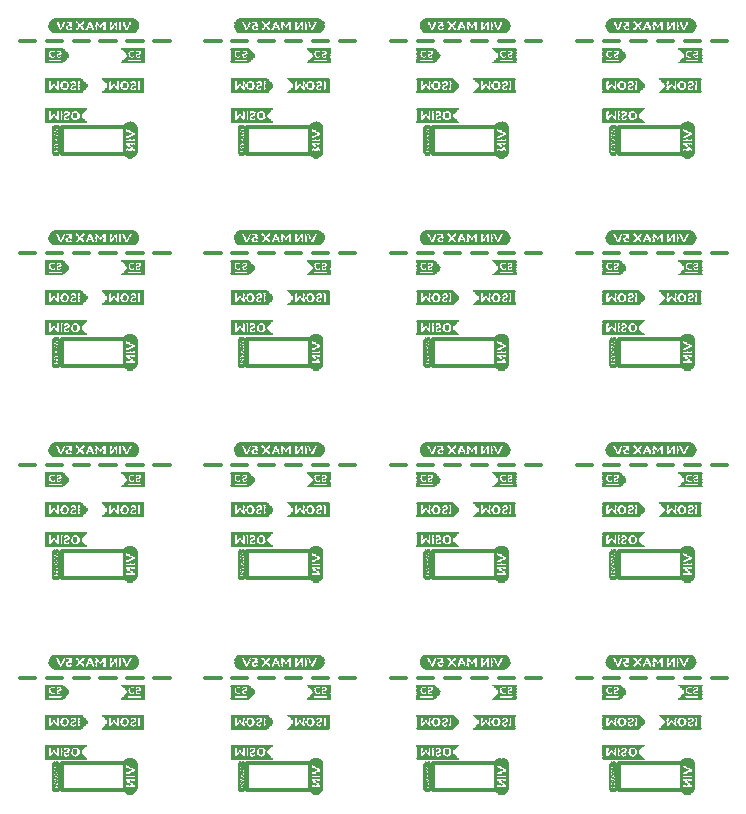
<source format=gbo>
G75*
%MOIN*%
%OFA0B0*%
%FSLAX25Y25*%
%IPPOS*%
%LPD*%
%AMOC8*
5,1,8,0,0,1.08239X$1,22.5*
%
%ADD10C,0.01200*%
%ADD11R,0.05906X0.00118*%
%ADD12R,0.06024X0.00118*%
%ADD13R,0.06260X0.00079*%
%ADD14R,0.06378X0.00157*%
%ADD15R,0.01181X0.00118*%
%ADD16R,0.01063X0.00118*%
%ADD17R,0.01181X0.00079*%
%ADD18R,0.01299X0.00118*%
%ADD19R,0.01181X0.00157*%
%ADD20R,0.01417X0.00157*%
%ADD21R,0.01654X0.00118*%
%ADD22R,0.07205X0.00118*%
%ADD23R,0.07323X0.00118*%
%ADD24R,0.07441X0.00157*%
%ADD25R,0.07559X0.00118*%
%ADD26R,0.02126X0.00118*%
%ADD27R,0.02598X0.00118*%
%ADD28R,0.01890X0.00118*%
%ADD29R,0.00709X0.00118*%
%ADD30R,0.02480X0.00118*%
%ADD31R,0.01654X0.00157*%
%ADD32R,0.00354X0.00157*%
%ADD33R,0.02480X0.00157*%
%ADD34R,0.01535X0.00118*%
%ADD35R,0.00354X0.00118*%
%ADD36R,0.01417X0.00118*%
%ADD37R,0.00236X0.00118*%
%ADD38R,0.00591X0.00118*%
%ADD39R,0.00472X0.00118*%
%ADD40R,0.02717X0.00118*%
%ADD41R,0.01299X0.00157*%
%ADD42R,0.00945X0.00157*%
%ADD43R,0.00472X0.00157*%
%ADD44R,0.03661X0.00157*%
%ADD45R,0.03543X0.00118*%
%ADD46R,0.03189X0.00118*%
%ADD47R,0.02835X0.00118*%
%ADD48R,0.02126X0.00157*%
%ADD49R,0.02244X0.00118*%
%ADD50R,0.02362X0.00118*%
%ADD51R,0.02008X0.00118*%
%ADD52R,0.02835X0.00157*%
%ADD53R,0.01890X0.00157*%
%ADD54R,0.01772X0.00118*%
%ADD55R,0.01535X0.00157*%
%ADD56R,0.00236X0.00157*%
%ADD57R,0.06496X0.00118*%
%ADD58R,0.06378X0.00118*%
%ADD59R,0.06260X0.00118*%
%ADD60R,0.14055X0.00118*%
%ADD61R,0.13937X0.00118*%
%ADD62R,0.13819X0.00079*%
%ADD63R,0.13701X0.00157*%
%ADD64R,0.13583X0.00118*%
%ADD65R,0.13465X0.00118*%
%ADD66R,0.13346X0.00079*%
%ADD67R,0.06850X0.00118*%
%ADD68R,0.02953X0.00118*%
%ADD69R,0.02008X0.00157*%
%ADD70R,0.00827X0.00157*%
%ADD71R,0.02362X0.00157*%
%ADD72R,0.00945X0.00118*%
%ADD73R,0.00827X0.00118*%
%ADD74R,0.00591X0.00157*%
%ADD75R,0.00118X0.00118*%
%ADD76R,0.00118X0.00157*%
%ADD77R,0.01772X0.00157*%
%ADD78R,0.00709X0.00157*%
%ADD79R,0.02244X0.00157*%
%ADD80R,0.13346X0.00118*%
%ADD81R,0.13701X0.00118*%
%ADD82R,0.13819X0.00118*%
%ADD83R,0.06614X0.00118*%
%ADD84R,0.01063X0.00157*%
%ADD85R,0.00118X0.08622*%
%ADD86R,0.00118X0.09331*%
%ADD87R,0.00079X0.09803*%
%ADD88R,0.00157X0.10276*%
%ADD89R,0.00118X0.10512*%
%ADD90R,0.00118X0.10748*%
%ADD91R,0.00079X0.10984*%
%ADD92R,0.00118X0.02362*%
%ADD93R,0.00118X0.02126*%
%ADD94R,0.00118X0.06496*%
%ADD95R,0.00157X0.02244*%
%ADD96R,0.00157X0.01890*%
%ADD97R,0.00157X0.00472*%
%ADD98R,0.00157X0.01299*%
%ADD99R,0.00118X0.01654*%
%ADD100R,0.00118X0.00354*%
%ADD101R,0.00118X0.01299*%
%ADD102R,0.00118X0.01181*%
%ADD103R,0.00118X0.02244*%
%ADD104R,0.00118X0.01417*%
%ADD105R,0.00118X0.01063*%
%ADD106R,0.00157X0.02362*%
%ADD107R,0.00157X0.01417*%
%ADD108R,0.00157X0.00354*%
%ADD109R,0.00157X0.00945*%
%ADD110R,0.00118X0.02480*%
%ADD111R,0.00118X0.00472*%
%ADD112R,0.00118X0.00945*%
%ADD113R,0.00118X0.00827*%
%ADD114R,0.00118X0.02717*%
%ADD115R,0.00118X0.00591*%
%ADD116R,0.00118X0.00709*%
%ADD117R,0.00157X0.02717*%
%ADD118R,0.00157X0.00591*%
%ADD119R,0.00157X0.02480*%
%ADD120R,0.00118X0.02835*%
%ADD121R,0.00118X0.02953*%
%ADD122R,0.00157X0.02953*%
%ADD123R,0.00157X0.00827*%
%ADD124R,0.00157X0.00118*%
%ADD125R,0.00157X0.00236*%
%ADD126R,0.00118X0.03071*%
%ADD127R,0.00118X0.00236*%
%ADD128R,0.00118X0.03189*%
%ADD129R,0.00157X0.03189*%
%ADD130R,0.00157X0.01063*%
%ADD131R,0.00118X0.03307*%
%ADD132R,0.00157X0.03307*%
%ADD133R,0.00118X0.01535*%
%ADD134R,0.00157X0.01535*%
%ADD135R,0.00157X0.01181*%
%ADD136R,0.00157X0.02126*%
%ADD137R,0.00118X0.10984*%
%ADD138R,0.00118X0.10276*%
%ADD139R,0.00118X0.09803*%
%ADD140R,0.12047X0.00118*%
%ADD141R,0.12165X0.00118*%
%ADD142R,0.12402X0.00079*%
%ADD143R,0.12520X0.00157*%
%ADD144R,0.12638X0.00118*%
%ADD145R,0.12756X0.00118*%
%ADD146R,0.12874X0.00079*%
%ADD147R,0.03307X0.00118*%
%ADD148R,0.12874X0.00118*%
%ADD149R,0.12520X0.00118*%
%ADD150R,0.12402X0.00118*%
%ADD151R,0.07913X0.00118*%
%ADD152R,0.07795X0.00118*%
%ADD153R,0.07677X0.00079*%
%ADD154R,0.07559X0.00157*%
%ADD155R,0.01654X0.00079*%
%ADD156R,0.06732X0.00118*%
%ADD157R,0.06496X0.00157*%
%ADD158R,0.07441X0.00118*%
%ADD159R,0.07677X0.00118*%
%ADD160R,0.00079X0.08583*%
%ADD161R,0.00039X0.08898*%
%ADD162R,0.00079X0.09173*%
%ADD163R,0.00039X0.09252*%
%ADD164R,0.00079X0.09370*%
%ADD165R,0.00039X0.09488*%
%ADD166R,0.00079X0.09646*%
%ADD167R,0.00039X0.04606*%
%ADD168R,0.00039X0.00906*%
%ADD169R,0.00039X0.01535*%
%ADD170R,0.00039X0.01063*%
%ADD171R,0.00039X0.01142*%
%ADD172R,0.00079X0.01142*%
%ADD173R,0.00079X0.01024*%
%ADD174R,0.00079X0.00787*%
%ADD175R,0.00079X0.00827*%
%ADD176R,0.00079X0.00748*%
%ADD177R,0.00079X0.00315*%
%ADD178R,0.00079X0.00197*%
%ADD179R,0.00079X0.00945*%
%ADD180R,0.00039X0.01181*%
%ADD181R,0.00039X0.00866*%
%ADD182R,0.00039X0.00709*%
%ADD183R,0.00039X0.00276*%
%ADD184R,0.00039X0.00157*%
%ADD185R,0.00039X0.00827*%
%ADD186R,0.00039X0.01102*%
%ADD187R,0.00079X0.01181*%
%ADD188R,0.00079X0.00709*%
%ADD189R,0.00079X0.00669*%
%ADD190R,0.00079X0.00591*%
%ADD191R,0.00079X0.00118*%
%ADD192R,0.00079X0.01102*%
%ADD193R,0.00039X0.01260*%
%ADD194R,0.00039X0.00630*%
%ADD195R,0.00039X0.00669*%
%ADD196R,0.00039X0.00512*%
%ADD197R,0.00039X0.00197*%
%ADD198R,0.00039X0.00748*%
%ADD199R,0.00079X0.01260*%
%ADD200R,0.00079X0.00630*%
%ADD201R,0.00079X0.00433*%
%ADD202R,0.00079X0.00236*%
%ADD203R,0.00079X0.00157*%
%ADD204R,0.00039X0.00551*%
%ADD205R,0.00039X0.00315*%
%ADD206R,0.00079X0.01299*%
%ADD207R,0.00079X0.00394*%
%ADD208R,0.00079X0.00354*%
%ADD209R,0.00079X0.01339*%
%ADD210R,0.00039X0.01299*%
%ADD211R,0.00039X0.00591*%
%ADD212R,0.00039X0.00079*%
%ADD213R,0.00039X0.00433*%
%ADD214R,0.00039X0.01378*%
%ADD215R,0.00079X0.00276*%
%ADD216R,0.00079X0.00512*%
%ADD217R,0.00079X0.00472*%
%ADD218R,0.00079X0.01378*%
%ADD219R,0.00039X0.00472*%
%ADD220R,0.00039X0.01417*%
%ADD221R,0.00079X0.00079*%
%ADD222R,0.00079X0.01417*%
%ADD223R,0.00039X0.00787*%
%ADD224R,0.00039X0.00354*%
%ADD225R,0.00039X0.01496*%
%ADD226R,0.00079X0.00039*%
%ADD227R,0.00079X0.00866*%
%ADD228R,0.00079X0.01496*%
%ADD229R,0.00039X0.00118*%
%ADD230R,0.00039X0.01575*%
%ADD231R,0.00079X0.00551*%
%ADD232R,0.00079X0.01575*%
%ADD233R,0.00039X0.00236*%
%ADD234R,0.00039X0.01614*%
%ADD235R,0.00079X0.00984*%
%ADD236R,0.00079X0.01614*%
%ADD237R,0.00039X0.01024*%
%ADD238R,0.00039X0.01654*%
%ADD239R,0.00079X0.01654*%
%ADD240R,0.00039X0.00945*%
%ADD241R,0.00039X0.01732*%
%ADD242R,0.00039X0.01693*%
%ADD243R,0.00079X0.00906*%
%ADD244R,0.26575X0.00118*%
%ADD245R,0.27283X0.00118*%
%ADD246R,0.27756X0.00079*%
%ADD247R,0.28228X0.00157*%
%ADD248R,0.28465X0.00118*%
%ADD249R,0.28701X0.00118*%
%ADD250R,0.28937X0.00079*%
%ADD251R,0.15354X0.00118*%
%ADD252R,0.08858X0.00118*%
%ADD253R,0.03071X0.00157*%
%ADD254R,0.03071X0.00118*%
%ADD255R,0.03307X0.00157*%
%ADD256R,0.03425X0.00157*%
%ADD257R,0.03425X0.00118*%
%ADD258R,0.28937X0.00118*%
%ADD259R,0.28228X0.00118*%
%ADD260R,0.27756X0.00118*%
D10*
X0052750Y0031000D02*
X0075250Y0031000D01*
X0074750Y0040000D02*
X0052750Y0040000D01*
X0052750Y0031000D01*
X0052792Y0068500D02*
X0047740Y0068500D01*
X0043802Y0068500D02*
X0038750Y0068500D01*
X0056729Y0068500D02*
X0061781Y0068500D01*
X0065719Y0068500D02*
X0070771Y0068500D01*
X0074708Y0068500D02*
X0079760Y0068500D01*
X0083698Y0068500D02*
X0088750Y0068500D01*
X0100671Y0068500D02*
X0105724Y0068500D01*
X0109661Y0068500D02*
X0114713Y0068500D01*
X0118650Y0068500D02*
X0123703Y0068500D01*
X0127640Y0068500D02*
X0132692Y0068500D01*
X0136629Y0068500D02*
X0141682Y0068500D01*
X0145619Y0068500D02*
X0150671Y0068500D01*
X0162592Y0068500D02*
X0167645Y0068500D01*
X0171582Y0068500D02*
X0176634Y0068500D01*
X0180571Y0068500D02*
X0185624Y0068500D01*
X0189561Y0068500D02*
X0194613Y0068500D01*
X0198551Y0068500D02*
X0203603Y0068500D01*
X0207540Y0068500D02*
X0212592Y0068500D01*
X0224514Y0068500D02*
X0229566Y0068500D01*
X0233503Y0068500D02*
X0238556Y0068500D01*
X0242493Y0068500D02*
X0247545Y0068500D01*
X0251482Y0068500D02*
X0256535Y0068500D01*
X0260472Y0068500D02*
X0265524Y0068500D01*
X0269461Y0068500D02*
X0274514Y0068500D01*
X0260514Y0040000D02*
X0238514Y0040000D01*
X0238514Y0031000D01*
X0261014Y0031000D01*
X0199092Y0031000D02*
X0176592Y0031000D01*
X0176592Y0040000D01*
X0198592Y0040000D01*
X0136671Y0040000D02*
X0114671Y0040000D01*
X0114671Y0031000D01*
X0137171Y0031000D01*
X0137171Y0101701D02*
X0114671Y0101701D01*
X0114671Y0110701D01*
X0136671Y0110701D01*
X0136629Y0139201D02*
X0141682Y0139201D01*
X0145619Y0139201D02*
X0150671Y0139201D01*
X0162592Y0139201D02*
X0167645Y0139201D01*
X0171582Y0139201D02*
X0176634Y0139201D01*
X0180571Y0139201D02*
X0185624Y0139201D01*
X0189561Y0139201D02*
X0194613Y0139201D01*
X0198551Y0139201D02*
X0203603Y0139201D01*
X0207540Y0139201D02*
X0212592Y0139201D01*
X0224514Y0139201D02*
X0229566Y0139201D01*
X0233503Y0139201D02*
X0238556Y0139201D01*
X0242493Y0139201D02*
X0247545Y0139201D01*
X0251482Y0139201D02*
X0256535Y0139201D01*
X0260472Y0139201D02*
X0265524Y0139201D01*
X0269461Y0139201D02*
X0274514Y0139201D01*
X0260514Y0110701D02*
X0238514Y0110701D01*
X0238514Y0101701D01*
X0261014Y0101701D01*
X0199092Y0101701D02*
X0176592Y0101701D01*
X0176592Y0110701D01*
X0198592Y0110701D01*
X0132692Y0139201D02*
X0127640Y0139201D01*
X0123703Y0139201D02*
X0118650Y0139201D01*
X0114713Y0139201D02*
X0109661Y0139201D01*
X0105724Y0139201D02*
X0100671Y0139201D01*
X0088750Y0139201D02*
X0083698Y0139201D01*
X0079760Y0139201D02*
X0074708Y0139201D01*
X0070771Y0139201D02*
X0065719Y0139201D01*
X0061781Y0139201D02*
X0056729Y0139201D01*
X0052792Y0139201D02*
X0047740Y0139201D01*
X0043802Y0139201D02*
X0038750Y0139201D01*
X0052750Y0110701D02*
X0052750Y0101701D01*
X0075250Y0101701D01*
X0074750Y0110701D02*
X0052750Y0110701D01*
X0052750Y0172402D02*
X0075250Y0172402D01*
X0074750Y0181402D02*
X0052750Y0181402D01*
X0052750Y0172402D01*
X0052792Y0209902D02*
X0047740Y0209902D01*
X0043802Y0209902D02*
X0038750Y0209902D01*
X0056729Y0209902D02*
X0061781Y0209902D01*
X0065719Y0209902D02*
X0070771Y0209902D01*
X0074708Y0209902D02*
X0079760Y0209902D01*
X0083698Y0209902D02*
X0088750Y0209902D01*
X0100671Y0209902D02*
X0105724Y0209902D01*
X0109661Y0209902D02*
X0114713Y0209902D01*
X0118650Y0209902D02*
X0123703Y0209902D01*
X0127640Y0209902D02*
X0132692Y0209902D01*
X0136629Y0209902D02*
X0141682Y0209902D01*
X0145619Y0209902D02*
X0150671Y0209902D01*
X0162592Y0209902D02*
X0167645Y0209902D01*
X0171582Y0209902D02*
X0176634Y0209902D01*
X0180571Y0209902D02*
X0185624Y0209902D01*
X0189561Y0209902D02*
X0194613Y0209902D01*
X0198551Y0209902D02*
X0203603Y0209902D01*
X0207540Y0209902D02*
X0212592Y0209902D01*
X0224514Y0209902D02*
X0229566Y0209902D01*
X0233503Y0209902D02*
X0238556Y0209902D01*
X0242493Y0209902D02*
X0247545Y0209902D01*
X0251482Y0209902D02*
X0256535Y0209902D01*
X0260472Y0209902D02*
X0265524Y0209902D01*
X0269461Y0209902D02*
X0274514Y0209902D01*
X0260514Y0181402D02*
X0238514Y0181402D01*
X0238514Y0172402D01*
X0261014Y0172402D01*
X0199092Y0172402D02*
X0176592Y0172402D01*
X0176592Y0181402D01*
X0198592Y0181402D01*
X0136671Y0181402D02*
X0114671Y0181402D01*
X0114671Y0172402D01*
X0137171Y0172402D01*
X0137171Y0243102D02*
X0114671Y0243102D01*
X0114671Y0252102D01*
X0136671Y0252102D01*
X0136629Y0280602D02*
X0141682Y0280602D01*
X0145619Y0280602D02*
X0150671Y0280602D01*
X0162592Y0280602D02*
X0167645Y0280602D01*
X0171582Y0280602D02*
X0176634Y0280602D01*
X0180571Y0280602D02*
X0185624Y0280602D01*
X0189561Y0280602D02*
X0194613Y0280602D01*
X0198551Y0280602D02*
X0203603Y0280602D01*
X0207540Y0280602D02*
X0212592Y0280602D01*
X0224514Y0280602D02*
X0229566Y0280602D01*
X0233503Y0280602D02*
X0238556Y0280602D01*
X0242493Y0280602D02*
X0247545Y0280602D01*
X0251482Y0280602D02*
X0256535Y0280602D01*
X0260472Y0280602D02*
X0265524Y0280602D01*
X0269461Y0280602D02*
X0274514Y0280602D01*
X0260514Y0252102D02*
X0238514Y0252102D01*
X0238514Y0243102D01*
X0261014Y0243102D01*
X0199092Y0243102D02*
X0176592Y0243102D01*
X0176592Y0252102D01*
X0198592Y0252102D01*
X0132692Y0280602D02*
X0127640Y0280602D01*
X0123703Y0280602D02*
X0118650Y0280602D01*
X0114713Y0280602D02*
X0109661Y0280602D01*
X0105724Y0280602D02*
X0100671Y0280602D01*
X0088750Y0280602D02*
X0083698Y0280602D01*
X0079760Y0280602D02*
X0074708Y0280602D01*
X0070771Y0280602D02*
X0065719Y0280602D01*
X0061781Y0280602D02*
X0056729Y0280602D01*
X0052792Y0280602D02*
X0047740Y0280602D01*
X0043802Y0280602D02*
X0038750Y0280602D01*
X0052750Y0252102D02*
X0052750Y0243102D01*
X0075250Y0243102D01*
X0074750Y0252102D02*
X0052750Y0252102D01*
D11*
X0050211Y0273260D03*
X0050211Y0277945D03*
X0112132Y0277945D03*
X0112132Y0273260D03*
X0174053Y0273260D03*
X0174053Y0277945D03*
X0235974Y0277945D03*
X0235974Y0273260D03*
X0235974Y0207244D03*
X0235974Y0202559D03*
X0174053Y0202559D03*
X0174053Y0207244D03*
X0112132Y0207244D03*
X0112132Y0202559D03*
X0050211Y0202559D03*
X0050211Y0207244D03*
X0050211Y0136543D03*
X0050211Y0131858D03*
X0112132Y0131858D03*
X0112132Y0136543D03*
X0174053Y0136543D03*
X0174053Y0131858D03*
X0235974Y0131858D03*
X0235974Y0136543D03*
X0235974Y0065843D03*
X0235974Y0061157D03*
X0174053Y0061157D03*
X0174053Y0065843D03*
X0112132Y0065843D03*
X0112132Y0061157D03*
X0050211Y0061157D03*
X0050211Y0065843D03*
D12*
X0050270Y0065724D03*
X0050270Y0061276D03*
X0112191Y0061276D03*
X0112191Y0065724D03*
X0174112Y0065724D03*
X0174112Y0061276D03*
X0236033Y0061276D03*
X0236033Y0065724D03*
X0236033Y0131976D03*
X0236033Y0136425D03*
X0174112Y0136425D03*
X0174112Y0131976D03*
X0112191Y0131976D03*
X0112191Y0136425D03*
X0050270Y0136425D03*
X0050270Y0131976D03*
X0050270Y0202677D03*
X0050270Y0207126D03*
X0112191Y0207126D03*
X0112191Y0202677D03*
X0174112Y0202677D03*
X0174112Y0207126D03*
X0236033Y0207126D03*
X0236033Y0202677D03*
X0236033Y0273378D03*
X0236033Y0277827D03*
X0174112Y0277827D03*
X0174112Y0273378D03*
X0112191Y0273378D03*
X0112191Y0277827D03*
X0050270Y0277827D03*
X0050270Y0273378D03*
D13*
X0050388Y0273476D03*
X0112309Y0273476D03*
X0174230Y0273476D03*
X0236152Y0273476D03*
X0236152Y0202776D03*
X0174230Y0202776D03*
X0112309Y0202776D03*
X0050388Y0202776D03*
X0050388Y0132075D03*
X0112309Y0132075D03*
X0174230Y0132075D03*
X0236152Y0132075D03*
X0236152Y0061374D03*
X0174230Y0061374D03*
X0112309Y0061374D03*
X0050388Y0061374D03*
D14*
X0050447Y0061492D03*
X0112368Y0061492D03*
X0174289Y0061492D03*
X0236211Y0061492D03*
X0236211Y0132193D03*
X0174289Y0132193D03*
X0112368Y0132193D03*
X0050447Y0132193D03*
X0050447Y0202894D03*
X0112368Y0202894D03*
X0174289Y0202894D03*
X0236211Y0202894D03*
X0236211Y0273595D03*
X0174289Y0273595D03*
X0112368Y0273595D03*
X0050447Y0273595D03*
D15*
X0050801Y0274874D03*
X0050801Y0277394D03*
X0047848Y0276331D03*
X0047848Y0276213D03*
X0047848Y0275937D03*
X0047848Y0274323D03*
X0047848Y0274047D03*
X0047848Y0273850D03*
X0047848Y0273732D03*
X0053781Y0266213D03*
X0055907Y0254323D03*
X0059215Y0254795D03*
X0067994Y0264520D03*
X0067994Y0266685D03*
X0073781Y0266213D03*
X0077301Y0274874D03*
X0077301Y0277394D03*
X0079900Y0276764D03*
X0079900Y0276685D03*
X0079900Y0276409D03*
X0079900Y0274047D03*
X0079900Y0273850D03*
X0074467Y0276685D03*
X0073199Y0284795D03*
X0073199Y0284874D03*
X0074498Y0286331D03*
X0070128Y0286882D03*
X0063396Y0286409D03*
X0063396Y0286331D03*
X0059026Y0286803D03*
X0059026Y0284441D03*
X0056900Y0284441D03*
X0053711Y0284795D03*
X0052411Y0286331D03*
X0109770Y0276331D03*
X0109770Y0276213D03*
X0109770Y0275937D03*
X0109770Y0274323D03*
X0109770Y0274047D03*
X0109770Y0273850D03*
X0109770Y0273732D03*
X0112722Y0274874D03*
X0112722Y0277394D03*
X0115632Y0284795D03*
X0114333Y0286331D03*
X0118821Y0284441D03*
X0120947Y0284441D03*
X0120947Y0286803D03*
X0125317Y0286409D03*
X0125317Y0286331D03*
X0132049Y0286882D03*
X0135120Y0284874D03*
X0135120Y0284795D03*
X0136419Y0286331D03*
X0139222Y0277394D03*
X0139222Y0274874D03*
X0141821Y0274047D03*
X0141821Y0273850D03*
X0141821Y0276409D03*
X0141821Y0276685D03*
X0141821Y0276764D03*
X0136388Y0276685D03*
X0135703Y0266213D03*
X0129915Y0266685D03*
X0129915Y0264520D03*
X0121136Y0254795D03*
X0117829Y0254323D03*
X0115703Y0266213D03*
X0120947Y0216102D03*
X0120947Y0213740D03*
X0118821Y0213740D03*
X0115632Y0214095D03*
X0114333Y0215630D03*
X0112722Y0206693D03*
X0112722Y0204173D03*
X0109770Y0203622D03*
X0109770Y0203346D03*
X0109770Y0203150D03*
X0109770Y0203032D03*
X0109770Y0205236D03*
X0109770Y0205512D03*
X0109770Y0205630D03*
X0115703Y0195512D03*
X0117829Y0183622D03*
X0121136Y0184095D03*
X0129915Y0193819D03*
X0129915Y0195984D03*
X0135703Y0195512D03*
X0139222Y0204173D03*
X0139222Y0206693D03*
X0141821Y0206063D03*
X0141821Y0205984D03*
X0141821Y0205709D03*
X0141821Y0203346D03*
X0141821Y0203150D03*
X0136388Y0205984D03*
X0135120Y0214095D03*
X0135120Y0214173D03*
X0136419Y0215630D03*
X0132049Y0216181D03*
X0125317Y0215709D03*
X0125317Y0215630D03*
X0079900Y0206063D03*
X0079900Y0205984D03*
X0079900Y0205709D03*
X0079900Y0203346D03*
X0079900Y0203150D03*
X0077301Y0204173D03*
X0077301Y0206693D03*
X0074467Y0205984D03*
X0067994Y0195984D03*
X0067994Y0193819D03*
X0073781Y0195512D03*
X0059215Y0184095D03*
X0055907Y0183622D03*
X0053781Y0195512D03*
X0050801Y0204173D03*
X0050801Y0206693D03*
X0047848Y0205630D03*
X0047848Y0205512D03*
X0047848Y0205236D03*
X0047848Y0203622D03*
X0047848Y0203346D03*
X0047848Y0203150D03*
X0047848Y0203032D03*
X0053711Y0214095D03*
X0052411Y0215630D03*
X0056900Y0213740D03*
X0059026Y0213740D03*
X0059026Y0216102D03*
X0063396Y0215709D03*
X0063396Y0215630D03*
X0070128Y0216181D03*
X0073199Y0214173D03*
X0073199Y0214095D03*
X0074498Y0215630D03*
X0070128Y0145480D03*
X0073199Y0143472D03*
X0073199Y0143394D03*
X0074498Y0144929D03*
X0077301Y0135992D03*
X0077301Y0133472D03*
X0079900Y0132646D03*
X0079900Y0132449D03*
X0079900Y0135008D03*
X0079900Y0135283D03*
X0079900Y0135362D03*
X0074467Y0135283D03*
X0067994Y0125283D03*
X0067994Y0123118D03*
X0073781Y0124811D03*
X0059215Y0113394D03*
X0055907Y0112921D03*
X0053781Y0124811D03*
X0050801Y0133472D03*
X0050801Y0135992D03*
X0047848Y0134929D03*
X0047848Y0134811D03*
X0047848Y0134535D03*
X0047848Y0132921D03*
X0047848Y0132646D03*
X0047848Y0132449D03*
X0047848Y0132331D03*
X0053711Y0143394D03*
X0052411Y0144929D03*
X0056900Y0143039D03*
X0059026Y0143039D03*
X0059026Y0145402D03*
X0063396Y0145008D03*
X0063396Y0144929D03*
X0109770Y0134929D03*
X0109770Y0134811D03*
X0109770Y0134535D03*
X0109770Y0132921D03*
X0109770Y0132646D03*
X0109770Y0132449D03*
X0109770Y0132331D03*
X0112722Y0133472D03*
X0112722Y0135992D03*
X0115632Y0143394D03*
X0114333Y0144929D03*
X0118821Y0143039D03*
X0120947Y0143039D03*
X0120947Y0145402D03*
X0125317Y0145008D03*
X0125317Y0144929D03*
X0132049Y0145480D03*
X0135120Y0143472D03*
X0135120Y0143394D03*
X0136419Y0144929D03*
X0139222Y0135992D03*
X0139222Y0133472D03*
X0141821Y0132646D03*
X0141821Y0132449D03*
X0141821Y0135008D03*
X0141821Y0135283D03*
X0141821Y0135362D03*
X0136388Y0135283D03*
X0129915Y0125283D03*
X0129915Y0123118D03*
X0135703Y0124811D03*
X0121136Y0113394D03*
X0117829Y0112921D03*
X0115703Y0124811D03*
X0120947Y0074701D03*
X0120947Y0072339D03*
X0118821Y0072339D03*
X0115632Y0072693D03*
X0114333Y0074228D03*
X0112722Y0065291D03*
X0112722Y0062772D03*
X0109770Y0062220D03*
X0109770Y0061945D03*
X0109770Y0061748D03*
X0109770Y0061630D03*
X0109770Y0063835D03*
X0109770Y0064110D03*
X0109770Y0064228D03*
X0115703Y0054110D03*
X0117829Y0042220D03*
X0121136Y0042693D03*
X0129915Y0052417D03*
X0129915Y0054583D03*
X0135703Y0054110D03*
X0139222Y0062772D03*
X0139222Y0065291D03*
X0141821Y0064661D03*
X0141821Y0064583D03*
X0141821Y0064307D03*
X0141821Y0061945D03*
X0141821Y0061748D03*
X0136388Y0064583D03*
X0135120Y0072693D03*
X0135120Y0072772D03*
X0136419Y0074228D03*
X0132049Y0074780D03*
X0125317Y0074307D03*
X0125317Y0074228D03*
X0079900Y0064661D03*
X0079900Y0064583D03*
X0079900Y0064307D03*
X0079900Y0061945D03*
X0079900Y0061748D03*
X0077301Y0062772D03*
X0077301Y0065291D03*
X0074467Y0064583D03*
X0073199Y0072693D03*
X0073199Y0072772D03*
X0074498Y0074228D03*
X0070128Y0074780D03*
X0063396Y0074307D03*
X0063396Y0074228D03*
X0059026Y0074701D03*
X0059026Y0072339D03*
X0056900Y0072339D03*
X0053711Y0072693D03*
X0052411Y0074228D03*
X0050801Y0065291D03*
X0050801Y0062772D03*
X0047848Y0062220D03*
X0047848Y0061945D03*
X0047848Y0061748D03*
X0047848Y0061630D03*
X0047848Y0063835D03*
X0047848Y0064110D03*
X0047848Y0064228D03*
X0053781Y0054110D03*
X0055907Y0042220D03*
X0059215Y0042693D03*
X0067994Y0052417D03*
X0067994Y0054583D03*
X0073781Y0054110D03*
X0171691Y0061630D03*
X0171691Y0061748D03*
X0171691Y0061945D03*
X0171691Y0062220D03*
X0171691Y0063835D03*
X0171691Y0064110D03*
X0171691Y0064228D03*
X0174644Y0065291D03*
X0174644Y0062772D03*
X0177624Y0054110D03*
X0179750Y0042220D03*
X0183057Y0042693D03*
X0191837Y0052417D03*
X0191837Y0054583D03*
X0197624Y0054110D03*
X0201144Y0062772D03*
X0201144Y0065291D03*
X0203742Y0064661D03*
X0203742Y0064583D03*
X0203742Y0064307D03*
X0203742Y0061945D03*
X0203742Y0061748D03*
X0198309Y0064583D03*
X0197041Y0072693D03*
X0197041Y0072772D03*
X0198341Y0074228D03*
X0193970Y0074780D03*
X0187238Y0074307D03*
X0187238Y0074228D03*
X0182868Y0074701D03*
X0182868Y0072339D03*
X0180742Y0072339D03*
X0177553Y0072693D03*
X0176254Y0074228D03*
X0179750Y0112921D03*
X0183057Y0113394D03*
X0177624Y0124811D03*
X0174644Y0133472D03*
X0174644Y0135992D03*
X0171691Y0134929D03*
X0171691Y0134811D03*
X0171691Y0134535D03*
X0171691Y0132921D03*
X0171691Y0132646D03*
X0171691Y0132449D03*
X0171691Y0132331D03*
X0177553Y0143394D03*
X0176254Y0144929D03*
X0180742Y0143039D03*
X0182868Y0143039D03*
X0182868Y0145402D03*
X0187238Y0145008D03*
X0187238Y0144929D03*
X0193970Y0145480D03*
X0197041Y0143472D03*
X0197041Y0143394D03*
X0198341Y0144929D03*
X0201144Y0135992D03*
X0201144Y0133472D03*
X0203742Y0132646D03*
X0203742Y0132449D03*
X0203742Y0135008D03*
X0203742Y0135283D03*
X0203742Y0135362D03*
X0198309Y0135283D03*
X0191837Y0125283D03*
X0191837Y0123118D03*
X0197624Y0124811D03*
X0233612Y0132331D03*
X0233612Y0132449D03*
X0233612Y0132646D03*
X0233612Y0132921D03*
X0233612Y0134535D03*
X0233612Y0134811D03*
X0233612Y0134929D03*
X0236565Y0135992D03*
X0236565Y0133472D03*
X0239545Y0124811D03*
X0241671Y0112921D03*
X0244978Y0113394D03*
X0253758Y0123118D03*
X0253758Y0125283D03*
X0259545Y0124811D03*
X0263065Y0133472D03*
X0263065Y0135992D03*
X0265663Y0135362D03*
X0265663Y0135283D03*
X0265663Y0135008D03*
X0265663Y0132646D03*
X0265663Y0132449D03*
X0260230Y0135283D03*
X0258963Y0143394D03*
X0258963Y0143472D03*
X0260262Y0144929D03*
X0255892Y0145480D03*
X0249159Y0145008D03*
X0249159Y0144929D03*
X0244789Y0145402D03*
X0244789Y0143039D03*
X0242663Y0143039D03*
X0239474Y0143394D03*
X0238175Y0144929D03*
X0241671Y0183622D03*
X0244978Y0184095D03*
X0239545Y0195512D03*
X0236565Y0204173D03*
X0236565Y0206693D03*
X0233612Y0205630D03*
X0233612Y0205512D03*
X0233612Y0205236D03*
X0233612Y0203622D03*
X0233612Y0203346D03*
X0233612Y0203150D03*
X0233612Y0203032D03*
X0239474Y0214095D03*
X0238175Y0215630D03*
X0242663Y0213740D03*
X0244789Y0213740D03*
X0244789Y0216102D03*
X0249159Y0215709D03*
X0249159Y0215630D03*
X0255892Y0216181D03*
X0258963Y0214173D03*
X0258963Y0214095D03*
X0260262Y0215630D03*
X0263065Y0206693D03*
X0263065Y0204173D03*
X0265663Y0203346D03*
X0265663Y0203150D03*
X0265663Y0205709D03*
X0265663Y0205984D03*
X0265663Y0206063D03*
X0260230Y0205984D03*
X0253758Y0195984D03*
X0253758Y0193819D03*
X0259545Y0195512D03*
X0203742Y0203150D03*
X0203742Y0203346D03*
X0203742Y0205709D03*
X0203742Y0205984D03*
X0203742Y0206063D03*
X0201144Y0206693D03*
X0201144Y0204173D03*
X0198309Y0205984D03*
X0191837Y0195984D03*
X0191837Y0193819D03*
X0197624Y0195512D03*
X0183057Y0184095D03*
X0179750Y0183622D03*
X0177624Y0195512D03*
X0174644Y0204173D03*
X0174644Y0206693D03*
X0171691Y0205630D03*
X0171691Y0205512D03*
X0171691Y0205236D03*
X0171691Y0203622D03*
X0171691Y0203346D03*
X0171691Y0203150D03*
X0171691Y0203032D03*
X0177553Y0214095D03*
X0176254Y0215630D03*
X0180742Y0213740D03*
X0182868Y0213740D03*
X0182868Y0216102D03*
X0187238Y0215709D03*
X0187238Y0215630D03*
X0193970Y0216181D03*
X0197041Y0214173D03*
X0197041Y0214095D03*
X0198341Y0215630D03*
X0183057Y0254795D03*
X0179750Y0254323D03*
X0177624Y0266213D03*
X0174644Y0274874D03*
X0174644Y0277394D03*
X0171691Y0276331D03*
X0171691Y0276213D03*
X0171691Y0275937D03*
X0171691Y0274323D03*
X0171691Y0274047D03*
X0171691Y0273850D03*
X0171691Y0273732D03*
X0177553Y0284795D03*
X0176254Y0286331D03*
X0180742Y0284441D03*
X0182868Y0284441D03*
X0182868Y0286803D03*
X0187238Y0286409D03*
X0187238Y0286331D03*
X0193970Y0286882D03*
X0197041Y0284874D03*
X0197041Y0284795D03*
X0198341Y0286331D03*
X0201144Y0277394D03*
X0201144Y0274874D03*
X0203742Y0274047D03*
X0203742Y0273850D03*
X0203742Y0276409D03*
X0203742Y0276685D03*
X0203742Y0276764D03*
X0198309Y0276685D03*
X0197624Y0266213D03*
X0191837Y0266685D03*
X0191837Y0264520D03*
X0233612Y0273732D03*
X0233612Y0273850D03*
X0233612Y0274047D03*
X0233612Y0274323D03*
X0233612Y0275937D03*
X0233612Y0276213D03*
X0233612Y0276331D03*
X0236565Y0277394D03*
X0236565Y0274874D03*
X0239545Y0266213D03*
X0241671Y0254323D03*
X0244978Y0254795D03*
X0253758Y0264520D03*
X0253758Y0266685D03*
X0259545Y0266213D03*
X0263065Y0274874D03*
X0263065Y0277394D03*
X0265663Y0276764D03*
X0265663Y0276685D03*
X0265663Y0276409D03*
X0265663Y0274047D03*
X0265663Y0273850D03*
X0260230Y0276685D03*
X0258963Y0284795D03*
X0258963Y0284874D03*
X0260262Y0286331D03*
X0255892Y0286882D03*
X0249159Y0286409D03*
X0249159Y0286331D03*
X0244789Y0286803D03*
X0244789Y0284441D03*
X0242663Y0284441D03*
X0239474Y0284795D03*
X0238175Y0286331D03*
X0244789Y0074701D03*
X0244789Y0072339D03*
X0242663Y0072339D03*
X0239474Y0072693D03*
X0238175Y0074228D03*
X0236565Y0065291D03*
X0236565Y0062772D03*
X0233612Y0062220D03*
X0233612Y0061945D03*
X0233612Y0061748D03*
X0233612Y0061630D03*
X0233612Y0063835D03*
X0233612Y0064110D03*
X0233612Y0064228D03*
X0239545Y0054110D03*
X0241671Y0042220D03*
X0244978Y0042693D03*
X0253758Y0052417D03*
X0253758Y0054583D03*
X0259545Y0054110D03*
X0263065Y0062772D03*
X0263065Y0065291D03*
X0265663Y0064661D03*
X0265663Y0064583D03*
X0265663Y0064307D03*
X0265663Y0061945D03*
X0265663Y0061748D03*
X0260230Y0064583D03*
X0258963Y0072693D03*
X0258963Y0072772D03*
X0260262Y0074228D03*
X0255892Y0074780D03*
X0249159Y0074307D03*
X0249159Y0074228D03*
D16*
X0249219Y0074110D03*
X0251463Y0074307D03*
X0246266Y0072890D03*
X0240006Y0073835D03*
X0239888Y0073717D03*
X0239415Y0072772D03*
X0238234Y0074110D03*
X0235561Y0064583D03*
X0238986Y0061630D03*
X0239104Y0061748D03*
X0241022Y0054780D03*
X0239486Y0052890D03*
X0241022Y0052299D03*
X0243384Y0053283D03*
X0236061Y0052693D03*
X0241612Y0044780D03*
X0243148Y0044228D03*
X0243148Y0042890D03*
X0245037Y0044307D03*
X0236061Y0042693D03*
X0256061Y0052693D03*
X0259486Y0052890D03*
X0261022Y0052299D03*
X0261022Y0054780D03*
X0263384Y0053283D03*
X0262061Y0064583D03*
X0258904Y0072890D03*
X0260203Y0074110D03*
X0255833Y0074583D03*
X0255833Y0074701D03*
X0255951Y0072220D03*
X0243148Y0113591D03*
X0243148Y0114929D03*
X0241612Y0115480D03*
X0245037Y0115008D03*
X0241022Y0123000D03*
X0239486Y0123591D03*
X0241022Y0125480D03*
X0243384Y0123984D03*
X0236061Y0123394D03*
X0238986Y0132331D03*
X0239104Y0132449D03*
X0235561Y0135283D03*
X0239415Y0143472D03*
X0239888Y0144417D03*
X0240006Y0144535D03*
X0238234Y0144811D03*
X0246266Y0143591D03*
X0249219Y0144811D03*
X0251463Y0145008D03*
X0255833Y0145283D03*
X0255833Y0145402D03*
X0255951Y0142921D03*
X0258904Y0143591D03*
X0260203Y0144811D03*
X0262061Y0135283D03*
X0261022Y0125480D03*
X0259486Y0123591D03*
X0261022Y0123000D03*
X0263384Y0123984D03*
X0256061Y0123394D03*
X0236061Y0113394D03*
X0201463Y0123984D03*
X0199100Y0123000D03*
X0197565Y0123591D03*
X0199100Y0125480D03*
X0194140Y0123394D03*
X0183116Y0115008D03*
X0181226Y0114929D03*
X0181226Y0113591D03*
X0179691Y0115480D03*
X0174140Y0113394D03*
X0174140Y0123394D03*
X0177565Y0123591D03*
X0179100Y0123000D03*
X0179100Y0125480D03*
X0181463Y0123984D03*
X0177065Y0132331D03*
X0177183Y0132449D03*
X0173640Y0135283D03*
X0177494Y0143472D03*
X0177967Y0144417D03*
X0178085Y0144535D03*
X0176313Y0144811D03*
X0184344Y0143591D03*
X0187297Y0144811D03*
X0189541Y0145008D03*
X0193911Y0145283D03*
X0193911Y0145402D03*
X0194030Y0142921D03*
X0196982Y0143591D03*
X0198281Y0144811D03*
X0200140Y0135283D03*
X0181226Y0184291D03*
X0181226Y0185630D03*
X0179691Y0186181D03*
X0183116Y0185709D03*
X0179100Y0193701D03*
X0177565Y0194291D03*
X0179100Y0196181D03*
X0181463Y0194685D03*
X0174140Y0194095D03*
X0177065Y0203032D03*
X0177183Y0203150D03*
X0173640Y0205984D03*
X0177494Y0214173D03*
X0177967Y0215118D03*
X0178085Y0215236D03*
X0176313Y0215512D03*
X0184344Y0214291D03*
X0187297Y0215512D03*
X0189541Y0215709D03*
X0193911Y0215984D03*
X0193911Y0216102D03*
X0194030Y0213622D03*
X0196982Y0214291D03*
X0198281Y0215512D03*
X0200140Y0205984D03*
X0199100Y0196181D03*
X0197565Y0194291D03*
X0199100Y0193701D03*
X0201463Y0194685D03*
X0194140Y0194095D03*
X0174140Y0184095D03*
X0139541Y0194685D03*
X0137179Y0193701D03*
X0135644Y0194291D03*
X0137179Y0196181D03*
X0132219Y0194095D03*
X0138219Y0205984D03*
X0135061Y0214291D03*
X0136360Y0215512D03*
X0131990Y0215984D03*
X0131990Y0216102D03*
X0132108Y0213622D03*
X0127620Y0215709D03*
X0125376Y0215512D03*
X0122423Y0214291D03*
X0116163Y0215236D03*
X0116045Y0215118D03*
X0115573Y0214173D03*
X0114392Y0215512D03*
X0111719Y0205984D03*
X0115144Y0203032D03*
X0115262Y0203150D03*
X0117179Y0196181D03*
X0115644Y0194291D03*
X0117179Y0193701D03*
X0119541Y0194685D03*
X0112219Y0194095D03*
X0117770Y0186181D03*
X0119305Y0185630D03*
X0119305Y0184291D03*
X0121195Y0185709D03*
X0112219Y0184095D03*
X0077620Y0194685D03*
X0075258Y0193701D03*
X0073722Y0194291D03*
X0075258Y0196181D03*
X0070297Y0194095D03*
X0076297Y0205984D03*
X0073140Y0214291D03*
X0074439Y0215512D03*
X0070069Y0215984D03*
X0070069Y0216102D03*
X0070187Y0213622D03*
X0065699Y0215709D03*
X0063455Y0215512D03*
X0060502Y0214291D03*
X0054242Y0215236D03*
X0054124Y0215118D03*
X0053652Y0214173D03*
X0052470Y0215512D03*
X0049797Y0205984D03*
X0053222Y0203032D03*
X0053341Y0203150D03*
X0055258Y0196181D03*
X0053722Y0194291D03*
X0055258Y0193701D03*
X0057620Y0194685D03*
X0050297Y0194095D03*
X0055848Y0186181D03*
X0057384Y0185630D03*
X0057384Y0184291D03*
X0059274Y0185709D03*
X0050297Y0184095D03*
X0070069Y0145402D03*
X0070069Y0145283D03*
X0070187Y0142921D03*
X0073140Y0143591D03*
X0074439Y0144811D03*
X0076297Y0135283D03*
X0075258Y0125480D03*
X0073722Y0123591D03*
X0075258Y0123000D03*
X0077620Y0123984D03*
X0070297Y0123394D03*
X0059274Y0115008D03*
X0057384Y0114929D03*
X0057384Y0113591D03*
X0055848Y0115480D03*
X0050297Y0113394D03*
X0050297Y0123394D03*
X0053722Y0123591D03*
X0055258Y0123000D03*
X0055258Y0125480D03*
X0057620Y0123984D03*
X0053222Y0132331D03*
X0053341Y0132449D03*
X0049797Y0135283D03*
X0053652Y0143472D03*
X0054124Y0144417D03*
X0054242Y0144535D03*
X0052470Y0144811D03*
X0060502Y0143591D03*
X0063455Y0144811D03*
X0065699Y0145008D03*
X0111719Y0135283D03*
X0115144Y0132331D03*
X0115262Y0132449D03*
X0117179Y0125480D03*
X0115644Y0123591D03*
X0117179Y0123000D03*
X0119541Y0123984D03*
X0112219Y0123394D03*
X0117770Y0115480D03*
X0119305Y0114929D03*
X0119305Y0113591D03*
X0121195Y0115008D03*
X0112219Y0113394D03*
X0132219Y0123394D03*
X0135644Y0123591D03*
X0137179Y0123000D03*
X0137179Y0125480D03*
X0139541Y0123984D03*
X0138219Y0135283D03*
X0135061Y0143591D03*
X0136360Y0144811D03*
X0131990Y0145283D03*
X0131990Y0145402D03*
X0132108Y0142921D03*
X0127620Y0145008D03*
X0125376Y0144811D03*
X0122423Y0143591D03*
X0116163Y0144535D03*
X0116045Y0144417D03*
X0115573Y0143472D03*
X0114392Y0144811D03*
X0131990Y0074701D03*
X0131990Y0074583D03*
X0132108Y0072220D03*
X0135061Y0072890D03*
X0136360Y0074110D03*
X0138219Y0064583D03*
X0137179Y0054780D03*
X0135644Y0052890D03*
X0137179Y0052299D03*
X0139541Y0053283D03*
X0132219Y0052693D03*
X0121195Y0044307D03*
X0119305Y0044228D03*
X0119305Y0042890D03*
X0117770Y0044780D03*
X0112219Y0042693D03*
X0112219Y0052693D03*
X0115644Y0052890D03*
X0117179Y0052299D03*
X0117179Y0054780D03*
X0119541Y0053283D03*
X0115144Y0061630D03*
X0115262Y0061748D03*
X0111719Y0064583D03*
X0115573Y0072772D03*
X0116045Y0073717D03*
X0116163Y0073835D03*
X0114392Y0074110D03*
X0122423Y0072890D03*
X0125376Y0074110D03*
X0127620Y0074307D03*
X0173640Y0064583D03*
X0177065Y0061630D03*
X0177183Y0061748D03*
X0179100Y0054780D03*
X0177565Y0052890D03*
X0179100Y0052299D03*
X0181463Y0053283D03*
X0174140Y0052693D03*
X0179691Y0044780D03*
X0181226Y0044228D03*
X0181226Y0042890D03*
X0183116Y0044307D03*
X0174140Y0042693D03*
X0194140Y0052693D03*
X0197565Y0052890D03*
X0199100Y0052299D03*
X0199100Y0054780D03*
X0201463Y0053283D03*
X0200140Y0064583D03*
X0196982Y0072890D03*
X0198281Y0074110D03*
X0193911Y0074583D03*
X0193911Y0074701D03*
X0194030Y0072220D03*
X0189541Y0074307D03*
X0187297Y0074110D03*
X0184344Y0072890D03*
X0178085Y0073835D03*
X0177967Y0073717D03*
X0177494Y0072772D03*
X0176313Y0074110D03*
X0077620Y0053283D03*
X0075258Y0052299D03*
X0073722Y0052890D03*
X0075258Y0054780D03*
X0070297Y0052693D03*
X0059274Y0044307D03*
X0057384Y0044228D03*
X0057384Y0042890D03*
X0055848Y0044780D03*
X0050297Y0042693D03*
X0050297Y0052693D03*
X0053722Y0052890D03*
X0055258Y0052299D03*
X0055258Y0054780D03*
X0057620Y0053283D03*
X0053222Y0061630D03*
X0053341Y0061748D03*
X0049797Y0064583D03*
X0053652Y0072772D03*
X0054124Y0073717D03*
X0054242Y0073835D03*
X0052470Y0074110D03*
X0060502Y0072890D03*
X0063455Y0074110D03*
X0065699Y0074307D03*
X0070069Y0074583D03*
X0070069Y0074701D03*
X0070187Y0072220D03*
X0073140Y0072890D03*
X0074439Y0074110D03*
X0076297Y0064583D03*
X0236061Y0184095D03*
X0241612Y0186181D03*
X0243148Y0185630D03*
X0243148Y0184291D03*
X0245037Y0185709D03*
X0241022Y0193701D03*
X0239486Y0194291D03*
X0241022Y0196181D03*
X0243384Y0194685D03*
X0236061Y0194095D03*
X0238986Y0203032D03*
X0239104Y0203150D03*
X0235561Y0205984D03*
X0239415Y0214173D03*
X0239888Y0215118D03*
X0240006Y0215236D03*
X0238234Y0215512D03*
X0246266Y0214291D03*
X0249219Y0215512D03*
X0251463Y0215709D03*
X0255833Y0215984D03*
X0255833Y0216102D03*
X0255951Y0213622D03*
X0258904Y0214291D03*
X0260203Y0215512D03*
X0262061Y0205984D03*
X0261022Y0196181D03*
X0259486Y0194291D03*
X0261022Y0193701D03*
X0263384Y0194685D03*
X0256061Y0194095D03*
X0243148Y0254992D03*
X0243148Y0256331D03*
X0241612Y0256882D03*
X0245037Y0256409D03*
X0241022Y0264402D03*
X0239486Y0264992D03*
X0241022Y0266882D03*
X0243384Y0265386D03*
X0236061Y0264795D03*
X0238986Y0273732D03*
X0239104Y0273850D03*
X0235561Y0276685D03*
X0239415Y0284874D03*
X0239888Y0285819D03*
X0240006Y0285937D03*
X0238234Y0286213D03*
X0246266Y0284992D03*
X0249219Y0286213D03*
X0251463Y0286409D03*
X0255833Y0286685D03*
X0255833Y0286803D03*
X0255951Y0284323D03*
X0258904Y0284992D03*
X0260203Y0286213D03*
X0262061Y0276685D03*
X0261022Y0266882D03*
X0259486Y0264992D03*
X0261022Y0264402D03*
X0263384Y0265386D03*
X0256061Y0264795D03*
X0236061Y0254795D03*
X0201463Y0265386D03*
X0199100Y0264402D03*
X0197565Y0264992D03*
X0199100Y0266882D03*
X0194140Y0264795D03*
X0200140Y0276685D03*
X0196982Y0284992D03*
X0198281Y0286213D03*
X0193911Y0286685D03*
X0193911Y0286803D03*
X0194030Y0284323D03*
X0189541Y0286409D03*
X0187297Y0286213D03*
X0184344Y0284992D03*
X0178085Y0285937D03*
X0177967Y0285819D03*
X0177494Y0284874D03*
X0176313Y0286213D03*
X0173640Y0276685D03*
X0177065Y0273732D03*
X0177183Y0273850D03*
X0179100Y0266882D03*
X0177565Y0264992D03*
X0179100Y0264402D03*
X0181463Y0265386D03*
X0174140Y0264795D03*
X0179691Y0256882D03*
X0181226Y0256331D03*
X0181226Y0254992D03*
X0183116Y0256409D03*
X0174140Y0254795D03*
X0139541Y0265386D03*
X0137179Y0264402D03*
X0135644Y0264992D03*
X0137179Y0266882D03*
X0132219Y0264795D03*
X0138219Y0276685D03*
X0135061Y0284992D03*
X0136360Y0286213D03*
X0131990Y0286685D03*
X0131990Y0286803D03*
X0132108Y0284323D03*
X0127620Y0286409D03*
X0125376Y0286213D03*
X0122423Y0284992D03*
X0116163Y0285937D03*
X0116045Y0285819D03*
X0115573Y0284874D03*
X0114392Y0286213D03*
X0111719Y0276685D03*
X0115144Y0273732D03*
X0115262Y0273850D03*
X0117179Y0266882D03*
X0115644Y0264992D03*
X0117179Y0264402D03*
X0119541Y0265386D03*
X0112219Y0264795D03*
X0117770Y0256882D03*
X0119305Y0256331D03*
X0119305Y0254992D03*
X0121195Y0256409D03*
X0112219Y0254795D03*
X0077620Y0265386D03*
X0075258Y0264402D03*
X0073722Y0264992D03*
X0075258Y0266882D03*
X0070297Y0264795D03*
X0076297Y0276685D03*
X0073140Y0284992D03*
X0074439Y0286213D03*
X0070069Y0286685D03*
X0070069Y0286803D03*
X0070187Y0284323D03*
X0065699Y0286409D03*
X0063455Y0286213D03*
X0060502Y0284992D03*
X0054242Y0285937D03*
X0054124Y0285819D03*
X0053652Y0284874D03*
X0052470Y0286213D03*
X0049797Y0276685D03*
X0053222Y0273732D03*
X0053341Y0273850D03*
X0055258Y0266882D03*
X0053722Y0264992D03*
X0055258Y0264402D03*
X0057620Y0265386D03*
X0050297Y0264795D03*
X0055848Y0256882D03*
X0057384Y0256331D03*
X0057384Y0254992D03*
X0059274Y0256409D03*
X0050297Y0254795D03*
D17*
X0047848Y0273949D03*
X0053400Y0273949D03*
X0079900Y0273949D03*
X0109770Y0273949D03*
X0115321Y0273949D03*
X0141821Y0273949D03*
X0171691Y0273949D03*
X0177242Y0273949D03*
X0203742Y0273949D03*
X0233612Y0273949D03*
X0239163Y0273949D03*
X0265663Y0273949D03*
X0265663Y0203248D03*
X0239163Y0203248D03*
X0233612Y0203248D03*
X0203742Y0203248D03*
X0177242Y0203248D03*
X0171691Y0203248D03*
X0141821Y0203248D03*
X0115321Y0203248D03*
X0109770Y0203248D03*
X0079900Y0203248D03*
X0053400Y0203248D03*
X0047848Y0203248D03*
X0047848Y0132547D03*
X0053400Y0132547D03*
X0079900Y0132547D03*
X0109770Y0132547D03*
X0115321Y0132547D03*
X0141821Y0132547D03*
X0171691Y0132547D03*
X0177242Y0132547D03*
X0203742Y0132547D03*
X0233612Y0132547D03*
X0239163Y0132547D03*
X0265663Y0132547D03*
X0265663Y0061846D03*
X0239163Y0061846D03*
X0233612Y0061846D03*
X0203742Y0061846D03*
X0177242Y0061846D03*
X0171691Y0061846D03*
X0141821Y0061846D03*
X0115321Y0061846D03*
X0109770Y0061846D03*
X0079900Y0061846D03*
X0053400Y0061846D03*
X0047848Y0061846D03*
D18*
X0047907Y0063638D03*
X0047907Y0063717D03*
X0047907Y0064307D03*
X0047907Y0064583D03*
X0053459Y0061945D03*
X0052541Y0055055D03*
X0055258Y0052220D03*
X0047935Y0052220D03*
X0047935Y0052299D03*
X0047935Y0052417D03*
X0047935Y0052693D03*
X0047935Y0052772D03*
X0047935Y0052890D03*
X0047935Y0053165D03*
X0047935Y0053283D03*
X0047935Y0053362D03*
X0047935Y0053638D03*
X0047935Y0053717D03*
X0047935Y0053835D03*
X0047935Y0054110D03*
X0047935Y0054228D03*
X0047935Y0054307D03*
X0047935Y0054583D03*
X0047935Y0054661D03*
X0047935Y0054780D03*
X0047935Y0044780D03*
X0047935Y0044661D03*
X0047935Y0044583D03*
X0047935Y0044307D03*
X0047935Y0044228D03*
X0047935Y0044110D03*
X0047935Y0043835D03*
X0047935Y0043717D03*
X0047935Y0043638D03*
X0047935Y0043362D03*
X0047935Y0043283D03*
X0047935Y0043165D03*
X0047935Y0042890D03*
X0047935Y0042772D03*
X0047935Y0042693D03*
X0047935Y0042417D03*
X0047935Y0042299D03*
X0047935Y0042220D03*
X0057384Y0044110D03*
X0067935Y0052299D03*
X0067935Y0054661D03*
X0072541Y0055055D03*
X0075258Y0052220D03*
X0079510Y0052220D03*
X0079510Y0052299D03*
X0079510Y0052417D03*
X0079510Y0052693D03*
X0079510Y0052772D03*
X0079510Y0052890D03*
X0079510Y0053165D03*
X0079510Y0053283D03*
X0079510Y0053362D03*
X0079510Y0053638D03*
X0079510Y0053717D03*
X0079510Y0053835D03*
X0079510Y0054110D03*
X0079510Y0054228D03*
X0079510Y0054307D03*
X0079510Y0054583D03*
X0079510Y0054661D03*
X0079510Y0054780D03*
X0079841Y0061630D03*
X0079841Y0062220D03*
X0079841Y0064110D03*
X0079841Y0064228D03*
X0079841Y0064780D03*
X0074998Y0062890D03*
X0074289Y0062220D03*
X0073258Y0072417D03*
X0074439Y0074307D03*
X0063337Y0074583D03*
X0063337Y0074701D03*
X0061211Y0074701D03*
X0061093Y0074583D03*
X0060974Y0074307D03*
X0060502Y0073165D03*
X0058967Y0072220D03*
X0056959Y0072417D03*
X0056841Y0072220D03*
X0053652Y0072417D03*
X0052470Y0074307D03*
X0062274Y0072417D03*
X0057384Y0114811D03*
X0047935Y0114811D03*
X0047935Y0114929D03*
X0047935Y0115008D03*
X0047935Y0115283D03*
X0047935Y0115362D03*
X0047935Y0115480D03*
X0047935Y0114535D03*
X0047935Y0114417D03*
X0047935Y0114339D03*
X0047935Y0114063D03*
X0047935Y0113984D03*
X0047935Y0113866D03*
X0047935Y0113591D03*
X0047935Y0113472D03*
X0047935Y0113394D03*
X0047935Y0113118D03*
X0047935Y0113000D03*
X0047935Y0112921D03*
X0047935Y0122921D03*
X0047935Y0123000D03*
X0047935Y0123118D03*
X0047935Y0123394D03*
X0047935Y0123472D03*
X0047935Y0123591D03*
X0047935Y0123866D03*
X0047935Y0123984D03*
X0047935Y0124063D03*
X0047935Y0124339D03*
X0047935Y0124417D03*
X0047935Y0124535D03*
X0047935Y0124811D03*
X0047935Y0124929D03*
X0047935Y0125008D03*
X0047935Y0125283D03*
X0047935Y0125362D03*
X0047935Y0125480D03*
X0052541Y0125756D03*
X0055258Y0122921D03*
X0053459Y0132646D03*
X0047907Y0134339D03*
X0047907Y0134417D03*
X0047907Y0135008D03*
X0047907Y0135283D03*
X0053652Y0143118D03*
X0052470Y0145008D03*
X0056841Y0142921D03*
X0056959Y0143118D03*
X0058967Y0142921D03*
X0060502Y0143866D03*
X0060974Y0145008D03*
X0061093Y0145283D03*
X0061211Y0145402D03*
X0063337Y0145402D03*
X0063337Y0145283D03*
X0062274Y0143118D03*
X0073258Y0143118D03*
X0074439Y0145008D03*
X0079841Y0135480D03*
X0079841Y0134929D03*
X0079841Y0134811D03*
X0079841Y0132921D03*
X0079841Y0132331D03*
X0074998Y0133591D03*
X0074289Y0132921D03*
X0072541Y0125756D03*
X0075258Y0122921D03*
X0079510Y0122921D03*
X0079510Y0123000D03*
X0079510Y0123118D03*
X0079510Y0123394D03*
X0079510Y0123472D03*
X0079510Y0123591D03*
X0079510Y0123866D03*
X0079510Y0123984D03*
X0079510Y0124063D03*
X0079510Y0124339D03*
X0079510Y0124417D03*
X0079510Y0124535D03*
X0079510Y0124811D03*
X0079510Y0124929D03*
X0079510Y0125008D03*
X0079510Y0125283D03*
X0079510Y0125362D03*
X0079510Y0125480D03*
X0067935Y0125362D03*
X0067935Y0123000D03*
X0109856Y0123000D03*
X0109856Y0122921D03*
X0109856Y0123118D03*
X0109856Y0123394D03*
X0109856Y0123472D03*
X0109856Y0123591D03*
X0109856Y0123866D03*
X0109856Y0123984D03*
X0109856Y0124063D03*
X0109856Y0124339D03*
X0109856Y0124417D03*
X0109856Y0124535D03*
X0109856Y0124811D03*
X0109856Y0124929D03*
X0109856Y0125008D03*
X0109856Y0125283D03*
X0109856Y0125362D03*
X0109856Y0125480D03*
X0114463Y0125756D03*
X0117179Y0122921D03*
X0109856Y0115480D03*
X0109856Y0115362D03*
X0109856Y0115283D03*
X0109856Y0115008D03*
X0109856Y0114929D03*
X0109856Y0114811D03*
X0109856Y0114535D03*
X0109856Y0114417D03*
X0109856Y0114339D03*
X0109856Y0114063D03*
X0109856Y0113984D03*
X0109856Y0113866D03*
X0109856Y0113591D03*
X0109856Y0113472D03*
X0109856Y0113394D03*
X0109856Y0113118D03*
X0109856Y0113000D03*
X0109856Y0112921D03*
X0119305Y0114811D03*
X0129856Y0123000D03*
X0129856Y0125362D03*
X0134463Y0125756D03*
X0137179Y0122921D03*
X0141431Y0122921D03*
X0141431Y0123000D03*
X0141431Y0123118D03*
X0141431Y0123394D03*
X0141431Y0123472D03*
X0141431Y0123591D03*
X0141431Y0123866D03*
X0141431Y0123984D03*
X0141431Y0124063D03*
X0141431Y0124339D03*
X0141431Y0124417D03*
X0141431Y0124535D03*
X0141431Y0124811D03*
X0141431Y0124929D03*
X0141431Y0125008D03*
X0141431Y0125283D03*
X0141431Y0125362D03*
X0141431Y0125480D03*
X0141762Y0132331D03*
X0141762Y0132921D03*
X0141762Y0134811D03*
X0141762Y0134929D03*
X0141762Y0135480D03*
X0136919Y0133591D03*
X0136211Y0132921D03*
X0135179Y0143118D03*
X0136360Y0145008D03*
X0125258Y0145283D03*
X0125258Y0145402D03*
X0123132Y0145402D03*
X0123014Y0145283D03*
X0122896Y0145008D03*
X0122423Y0143866D03*
X0120888Y0142921D03*
X0118880Y0143118D03*
X0118762Y0142921D03*
X0115573Y0143118D03*
X0114392Y0145008D03*
X0109829Y0135283D03*
X0109829Y0135008D03*
X0109829Y0134417D03*
X0109829Y0134339D03*
X0115380Y0132646D03*
X0124195Y0143118D03*
X0119305Y0185512D03*
X0109856Y0185512D03*
X0109856Y0185630D03*
X0109856Y0185709D03*
X0109856Y0185984D03*
X0109856Y0186063D03*
X0109856Y0186181D03*
X0109856Y0185236D03*
X0109856Y0185118D03*
X0109856Y0185039D03*
X0109856Y0184764D03*
X0109856Y0184685D03*
X0109856Y0184567D03*
X0109856Y0184291D03*
X0109856Y0184173D03*
X0109856Y0184095D03*
X0109856Y0183819D03*
X0109856Y0183701D03*
X0109856Y0183622D03*
X0109856Y0193622D03*
X0109856Y0193701D03*
X0109856Y0193819D03*
X0109856Y0194095D03*
X0109856Y0194173D03*
X0109856Y0194291D03*
X0109856Y0194567D03*
X0109856Y0194685D03*
X0109856Y0194764D03*
X0109856Y0195039D03*
X0109856Y0195118D03*
X0109856Y0195236D03*
X0109856Y0195512D03*
X0109856Y0195630D03*
X0109856Y0195709D03*
X0109856Y0195984D03*
X0109856Y0196063D03*
X0109856Y0196181D03*
X0114463Y0196457D03*
X0117179Y0193622D03*
X0115380Y0203346D03*
X0109829Y0205039D03*
X0109829Y0205118D03*
X0109829Y0205709D03*
X0109829Y0205984D03*
X0115573Y0213819D03*
X0114392Y0215709D03*
X0118762Y0213622D03*
X0118880Y0213819D03*
X0120888Y0213622D03*
X0122423Y0214567D03*
X0122896Y0215709D03*
X0123014Y0215984D03*
X0123132Y0216102D03*
X0125258Y0216102D03*
X0125258Y0215984D03*
X0124195Y0213819D03*
X0135179Y0213819D03*
X0136360Y0215709D03*
X0141762Y0206181D03*
X0141762Y0205630D03*
X0141762Y0205512D03*
X0141762Y0203622D03*
X0141762Y0203032D03*
X0136919Y0204291D03*
X0136211Y0203622D03*
X0134463Y0196457D03*
X0137179Y0193622D03*
X0141431Y0193622D03*
X0141431Y0193701D03*
X0141431Y0193819D03*
X0141431Y0194095D03*
X0141431Y0194173D03*
X0141431Y0194291D03*
X0141431Y0194567D03*
X0141431Y0194685D03*
X0141431Y0194764D03*
X0141431Y0195039D03*
X0141431Y0195118D03*
X0141431Y0195236D03*
X0141431Y0195512D03*
X0141431Y0195630D03*
X0141431Y0195709D03*
X0141431Y0195984D03*
X0141431Y0196063D03*
X0141431Y0196181D03*
X0129856Y0196063D03*
X0129856Y0193701D03*
X0171778Y0193701D03*
X0171778Y0193622D03*
X0171778Y0193819D03*
X0171778Y0194095D03*
X0171778Y0194173D03*
X0171778Y0194291D03*
X0171778Y0194567D03*
X0171778Y0194685D03*
X0171778Y0194764D03*
X0171778Y0195039D03*
X0171778Y0195118D03*
X0171778Y0195236D03*
X0171778Y0195512D03*
X0171778Y0195630D03*
X0171778Y0195709D03*
X0171778Y0195984D03*
X0171778Y0196063D03*
X0171778Y0196181D03*
X0176384Y0196457D03*
X0179100Y0193622D03*
X0171778Y0186181D03*
X0171778Y0186063D03*
X0171778Y0185984D03*
X0171778Y0185709D03*
X0171778Y0185630D03*
X0171778Y0185512D03*
X0171778Y0185236D03*
X0171778Y0185118D03*
X0171778Y0185039D03*
X0171778Y0184764D03*
X0171778Y0184685D03*
X0171778Y0184567D03*
X0171778Y0184291D03*
X0171778Y0184173D03*
X0171778Y0184095D03*
X0171778Y0183819D03*
X0171778Y0183701D03*
X0171778Y0183622D03*
X0181226Y0185512D03*
X0191778Y0193701D03*
X0191778Y0196063D03*
X0196384Y0196457D03*
X0199100Y0193622D03*
X0203352Y0193622D03*
X0203352Y0193701D03*
X0203352Y0193819D03*
X0203352Y0194095D03*
X0203352Y0194173D03*
X0203352Y0194291D03*
X0203352Y0194567D03*
X0203352Y0194685D03*
X0203352Y0194764D03*
X0203352Y0195039D03*
X0203352Y0195118D03*
X0203352Y0195236D03*
X0203352Y0195512D03*
X0203352Y0195630D03*
X0203352Y0195709D03*
X0203352Y0195984D03*
X0203352Y0196063D03*
X0203352Y0196181D03*
X0203683Y0203032D03*
X0203683Y0203622D03*
X0203683Y0205512D03*
X0203683Y0205630D03*
X0203683Y0206181D03*
X0198841Y0204291D03*
X0198132Y0203622D03*
X0197100Y0213819D03*
X0198281Y0215709D03*
X0187179Y0215984D03*
X0187179Y0216102D03*
X0185053Y0216102D03*
X0184935Y0215984D03*
X0184817Y0215709D03*
X0184344Y0214567D03*
X0182809Y0213622D03*
X0180801Y0213819D03*
X0180683Y0213622D03*
X0177494Y0213819D03*
X0176313Y0215709D03*
X0186116Y0213819D03*
X0177301Y0203346D03*
X0171750Y0205039D03*
X0171750Y0205118D03*
X0171750Y0205709D03*
X0171750Y0205984D03*
X0171778Y0254323D03*
X0171778Y0254402D03*
X0171778Y0254520D03*
X0171778Y0254795D03*
X0171778Y0254874D03*
X0171778Y0254992D03*
X0171778Y0255268D03*
X0171778Y0255386D03*
X0171778Y0255465D03*
X0171778Y0255740D03*
X0171778Y0255819D03*
X0171778Y0255937D03*
X0171778Y0256213D03*
X0171778Y0256331D03*
X0171778Y0256409D03*
X0171778Y0256685D03*
X0171778Y0256764D03*
X0171778Y0256882D03*
X0171778Y0264323D03*
X0171778Y0264402D03*
X0171778Y0264520D03*
X0171778Y0264795D03*
X0171778Y0264874D03*
X0171778Y0264992D03*
X0171778Y0265268D03*
X0171778Y0265386D03*
X0171778Y0265465D03*
X0171778Y0265740D03*
X0171778Y0265819D03*
X0171778Y0265937D03*
X0171778Y0266213D03*
X0171778Y0266331D03*
X0171778Y0266409D03*
X0171778Y0266685D03*
X0171778Y0266764D03*
X0171778Y0266882D03*
X0176384Y0267158D03*
X0179100Y0264323D03*
X0181226Y0256213D03*
X0191778Y0264402D03*
X0191778Y0266764D03*
X0196384Y0267158D03*
X0199100Y0264323D03*
X0203352Y0264323D03*
X0203352Y0264402D03*
X0203352Y0264520D03*
X0203352Y0264795D03*
X0203352Y0264874D03*
X0203352Y0264992D03*
X0203352Y0265268D03*
X0203352Y0265386D03*
X0203352Y0265465D03*
X0203352Y0265740D03*
X0203352Y0265819D03*
X0203352Y0265937D03*
X0203352Y0266213D03*
X0203352Y0266331D03*
X0203352Y0266409D03*
X0203352Y0266685D03*
X0203352Y0266764D03*
X0203352Y0266882D03*
X0203683Y0273732D03*
X0203683Y0274323D03*
X0203683Y0276213D03*
X0203683Y0276331D03*
X0203683Y0276882D03*
X0198841Y0274992D03*
X0198132Y0274323D03*
X0197100Y0284520D03*
X0198281Y0286409D03*
X0187179Y0286685D03*
X0187179Y0286803D03*
X0185053Y0286803D03*
X0184935Y0286685D03*
X0184817Y0286409D03*
X0184344Y0285268D03*
X0182809Y0284323D03*
X0180801Y0284520D03*
X0180683Y0284323D03*
X0177494Y0284520D03*
X0176313Y0286409D03*
X0186116Y0284520D03*
X0177301Y0274047D03*
X0171750Y0275740D03*
X0171750Y0275819D03*
X0171750Y0276409D03*
X0171750Y0276685D03*
X0141762Y0276882D03*
X0141762Y0276331D03*
X0141762Y0276213D03*
X0141762Y0274323D03*
X0141762Y0273732D03*
X0136919Y0274992D03*
X0136211Y0274323D03*
X0134463Y0267158D03*
X0137179Y0264323D03*
X0141431Y0264323D03*
X0141431Y0264402D03*
X0141431Y0264520D03*
X0141431Y0264795D03*
X0141431Y0264874D03*
X0141431Y0264992D03*
X0141431Y0265268D03*
X0141431Y0265386D03*
X0141431Y0265465D03*
X0141431Y0265740D03*
X0141431Y0265819D03*
X0141431Y0265937D03*
X0141431Y0266213D03*
X0141431Y0266331D03*
X0141431Y0266409D03*
X0141431Y0266685D03*
X0141431Y0266764D03*
X0141431Y0266882D03*
X0129856Y0266764D03*
X0129856Y0264402D03*
X0117179Y0264323D03*
X0114463Y0267158D03*
X0109856Y0266882D03*
X0109856Y0266764D03*
X0109856Y0266685D03*
X0109856Y0266409D03*
X0109856Y0266331D03*
X0109856Y0266213D03*
X0109856Y0265937D03*
X0109856Y0265819D03*
X0109856Y0265740D03*
X0109856Y0265465D03*
X0109856Y0265386D03*
X0109856Y0265268D03*
X0109856Y0264992D03*
X0109856Y0264874D03*
X0109856Y0264795D03*
X0109856Y0264520D03*
X0109856Y0264402D03*
X0109856Y0264323D03*
X0109856Y0256882D03*
X0109856Y0256764D03*
X0109856Y0256685D03*
X0109856Y0256409D03*
X0109856Y0256331D03*
X0109856Y0256213D03*
X0109856Y0255937D03*
X0109856Y0255819D03*
X0109856Y0255740D03*
X0109856Y0255465D03*
X0109856Y0255386D03*
X0109856Y0255268D03*
X0109856Y0254992D03*
X0109856Y0254874D03*
X0109856Y0254795D03*
X0109856Y0254520D03*
X0109856Y0254402D03*
X0109856Y0254323D03*
X0119305Y0256213D03*
X0115380Y0274047D03*
X0109829Y0275740D03*
X0109829Y0275819D03*
X0109829Y0276409D03*
X0109829Y0276685D03*
X0115573Y0284520D03*
X0114392Y0286409D03*
X0118762Y0284323D03*
X0118880Y0284520D03*
X0120888Y0284323D03*
X0122423Y0285268D03*
X0122896Y0286409D03*
X0123014Y0286685D03*
X0123132Y0286803D03*
X0125258Y0286803D03*
X0125258Y0286685D03*
X0124195Y0284520D03*
X0135179Y0284520D03*
X0136360Y0286409D03*
X0079841Y0276882D03*
X0079841Y0276331D03*
X0079841Y0276213D03*
X0079841Y0274323D03*
X0079841Y0273732D03*
X0074998Y0274992D03*
X0074289Y0274323D03*
X0072541Y0267158D03*
X0075258Y0264323D03*
X0079510Y0264323D03*
X0079510Y0264402D03*
X0079510Y0264520D03*
X0079510Y0264795D03*
X0079510Y0264874D03*
X0079510Y0264992D03*
X0079510Y0265268D03*
X0079510Y0265386D03*
X0079510Y0265465D03*
X0079510Y0265740D03*
X0079510Y0265819D03*
X0079510Y0265937D03*
X0079510Y0266213D03*
X0079510Y0266331D03*
X0079510Y0266409D03*
X0079510Y0266685D03*
X0079510Y0266764D03*
X0079510Y0266882D03*
X0067935Y0266764D03*
X0067935Y0264402D03*
X0055258Y0264323D03*
X0052541Y0267158D03*
X0047935Y0266882D03*
X0047935Y0266764D03*
X0047935Y0266685D03*
X0047935Y0266409D03*
X0047935Y0266331D03*
X0047935Y0266213D03*
X0047935Y0265937D03*
X0047935Y0265819D03*
X0047935Y0265740D03*
X0047935Y0265465D03*
X0047935Y0265386D03*
X0047935Y0265268D03*
X0047935Y0264992D03*
X0047935Y0264874D03*
X0047935Y0264795D03*
X0047935Y0264520D03*
X0047935Y0264402D03*
X0047935Y0264323D03*
X0047935Y0256882D03*
X0047935Y0256764D03*
X0047935Y0256685D03*
X0047935Y0256409D03*
X0047935Y0256331D03*
X0047935Y0256213D03*
X0047935Y0255937D03*
X0047935Y0255819D03*
X0047935Y0255740D03*
X0047935Y0255465D03*
X0047935Y0255386D03*
X0047935Y0255268D03*
X0047935Y0254992D03*
X0047935Y0254874D03*
X0047935Y0254795D03*
X0047935Y0254520D03*
X0047935Y0254402D03*
X0047935Y0254323D03*
X0057384Y0256213D03*
X0053459Y0274047D03*
X0047907Y0275740D03*
X0047907Y0275819D03*
X0047907Y0276409D03*
X0047907Y0276685D03*
X0053652Y0284520D03*
X0052470Y0286409D03*
X0056841Y0284323D03*
X0056959Y0284520D03*
X0058967Y0284323D03*
X0060502Y0285268D03*
X0060974Y0286409D03*
X0061093Y0286685D03*
X0061211Y0286803D03*
X0063337Y0286803D03*
X0063337Y0286685D03*
X0062274Y0284520D03*
X0073258Y0284520D03*
X0074439Y0286409D03*
X0074439Y0215709D03*
X0073258Y0213819D03*
X0079841Y0206181D03*
X0079841Y0205630D03*
X0079841Y0205512D03*
X0079841Y0203622D03*
X0079841Y0203032D03*
X0074998Y0204291D03*
X0074289Y0203622D03*
X0072541Y0196457D03*
X0075258Y0193622D03*
X0079510Y0193622D03*
X0079510Y0193701D03*
X0079510Y0193819D03*
X0079510Y0194095D03*
X0079510Y0194173D03*
X0079510Y0194291D03*
X0079510Y0194567D03*
X0079510Y0194685D03*
X0079510Y0194764D03*
X0079510Y0195039D03*
X0079510Y0195118D03*
X0079510Y0195236D03*
X0079510Y0195512D03*
X0079510Y0195630D03*
X0079510Y0195709D03*
X0079510Y0195984D03*
X0079510Y0196063D03*
X0079510Y0196181D03*
X0067935Y0196063D03*
X0067935Y0193701D03*
X0055258Y0193622D03*
X0052541Y0196457D03*
X0047935Y0196181D03*
X0047935Y0196063D03*
X0047935Y0195984D03*
X0047935Y0195709D03*
X0047935Y0195630D03*
X0047935Y0195512D03*
X0047935Y0195236D03*
X0047935Y0195118D03*
X0047935Y0195039D03*
X0047935Y0194764D03*
X0047935Y0194685D03*
X0047935Y0194567D03*
X0047935Y0194291D03*
X0047935Y0194173D03*
X0047935Y0194095D03*
X0047935Y0193819D03*
X0047935Y0193701D03*
X0047935Y0193622D03*
X0047935Y0186181D03*
X0047935Y0186063D03*
X0047935Y0185984D03*
X0047935Y0185709D03*
X0047935Y0185630D03*
X0047935Y0185512D03*
X0047935Y0185236D03*
X0047935Y0185118D03*
X0047935Y0185039D03*
X0047935Y0184764D03*
X0047935Y0184685D03*
X0047935Y0184567D03*
X0047935Y0184291D03*
X0047935Y0184173D03*
X0047935Y0184095D03*
X0047935Y0183819D03*
X0047935Y0183701D03*
X0047935Y0183622D03*
X0057384Y0185512D03*
X0053459Y0203346D03*
X0047907Y0205039D03*
X0047907Y0205118D03*
X0047907Y0205709D03*
X0047907Y0205984D03*
X0053652Y0213819D03*
X0052470Y0215709D03*
X0056841Y0213622D03*
X0056959Y0213819D03*
X0058967Y0213622D03*
X0060502Y0214567D03*
X0060974Y0215709D03*
X0061093Y0215984D03*
X0061211Y0216102D03*
X0063337Y0216102D03*
X0063337Y0215984D03*
X0062274Y0213819D03*
X0171750Y0135283D03*
X0171750Y0135008D03*
X0171750Y0134417D03*
X0171750Y0134339D03*
X0177301Y0132646D03*
X0176384Y0125756D03*
X0179100Y0122921D03*
X0171778Y0122921D03*
X0171778Y0123000D03*
X0171778Y0123118D03*
X0171778Y0123394D03*
X0171778Y0123472D03*
X0171778Y0123591D03*
X0171778Y0123866D03*
X0171778Y0123984D03*
X0171778Y0124063D03*
X0171778Y0124339D03*
X0171778Y0124417D03*
X0171778Y0124535D03*
X0171778Y0124811D03*
X0171778Y0124929D03*
X0171778Y0125008D03*
X0171778Y0125283D03*
X0171778Y0125362D03*
X0171778Y0125480D03*
X0171778Y0115480D03*
X0171778Y0115362D03*
X0171778Y0115283D03*
X0171778Y0115008D03*
X0171778Y0114929D03*
X0171778Y0114811D03*
X0171778Y0114535D03*
X0171778Y0114417D03*
X0171778Y0114339D03*
X0171778Y0114063D03*
X0171778Y0113984D03*
X0171778Y0113866D03*
X0171778Y0113591D03*
X0171778Y0113472D03*
X0171778Y0113394D03*
X0171778Y0113118D03*
X0171778Y0113000D03*
X0171778Y0112921D03*
X0181226Y0114811D03*
X0191778Y0123000D03*
X0191778Y0125362D03*
X0196384Y0125756D03*
X0199100Y0122921D03*
X0203352Y0122921D03*
X0203352Y0123000D03*
X0203352Y0123118D03*
X0203352Y0123394D03*
X0203352Y0123472D03*
X0203352Y0123591D03*
X0203352Y0123866D03*
X0203352Y0123984D03*
X0203352Y0124063D03*
X0203352Y0124339D03*
X0203352Y0124417D03*
X0203352Y0124535D03*
X0203352Y0124811D03*
X0203352Y0124929D03*
X0203352Y0125008D03*
X0203352Y0125283D03*
X0203352Y0125362D03*
X0203352Y0125480D03*
X0203683Y0132331D03*
X0203683Y0132921D03*
X0203683Y0134811D03*
X0203683Y0134929D03*
X0203683Y0135480D03*
X0198841Y0133591D03*
X0198132Y0132921D03*
X0197100Y0143118D03*
X0198281Y0145008D03*
X0187179Y0145283D03*
X0187179Y0145402D03*
X0185053Y0145402D03*
X0184935Y0145283D03*
X0184817Y0145008D03*
X0184344Y0143866D03*
X0182809Y0142921D03*
X0180801Y0143118D03*
X0180683Y0142921D03*
X0177494Y0143118D03*
X0176313Y0145008D03*
X0186116Y0143118D03*
X0233671Y0135283D03*
X0233671Y0135008D03*
X0233671Y0134417D03*
X0233671Y0134339D03*
X0239222Y0132646D03*
X0238305Y0125756D03*
X0241022Y0122921D03*
X0233699Y0122921D03*
X0233699Y0123000D03*
X0233699Y0123118D03*
X0233699Y0123394D03*
X0233699Y0123472D03*
X0233699Y0123591D03*
X0233699Y0123866D03*
X0233699Y0123984D03*
X0233699Y0124063D03*
X0233699Y0124339D03*
X0233699Y0124417D03*
X0233699Y0124535D03*
X0233699Y0124811D03*
X0233699Y0124929D03*
X0233699Y0125008D03*
X0233699Y0125283D03*
X0233699Y0125362D03*
X0233699Y0125480D03*
X0233699Y0115480D03*
X0233699Y0115362D03*
X0233699Y0115283D03*
X0233699Y0115008D03*
X0233699Y0114929D03*
X0233699Y0114811D03*
X0233699Y0114535D03*
X0233699Y0114417D03*
X0233699Y0114339D03*
X0233699Y0114063D03*
X0233699Y0113984D03*
X0233699Y0113866D03*
X0233699Y0113591D03*
X0233699Y0113472D03*
X0233699Y0113394D03*
X0233699Y0113118D03*
X0233699Y0113000D03*
X0233699Y0112921D03*
X0243148Y0114811D03*
X0253699Y0123000D03*
X0253699Y0125362D03*
X0258305Y0125756D03*
X0261022Y0122921D03*
X0265274Y0122921D03*
X0265274Y0123000D03*
X0265274Y0123118D03*
X0265274Y0123394D03*
X0265274Y0123472D03*
X0265274Y0123591D03*
X0265274Y0123866D03*
X0265274Y0123984D03*
X0265274Y0124063D03*
X0265274Y0124339D03*
X0265274Y0124417D03*
X0265274Y0124535D03*
X0265274Y0124811D03*
X0265274Y0124929D03*
X0265274Y0125008D03*
X0265274Y0125283D03*
X0265274Y0125362D03*
X0265274Y0125480D03*
X0265604Y0132331D03*
X0265604Y0132921D03*
X0265604Y0134811D03*
X0265604Y0134929D03*
X0265604Y0135480D03*
X0260762Y0133591D03*
X0260053Y0132921D03*
X0259022Y0143118D03*
X0260203Y0145008D03*
X0249100Y0145283D03*
X0249100Y0145402D03*
X0246974Y0145402D03*
X0246856Y0145283D03*
X0246738Y0145008D03*
X0246266Y0143866D03*
X0244730Y0142921D03*
X0242722Y0143118D03*
X0242604Y0142921D03*
X0239415Y0143118D03*
X0238234Y0145008D03*
X0248037Y0143118D03*
X0243148Y0185512D03*
X0233699Y0185512D03*
X0233699Y0185630D03*
X0233699Y0185709D03*
X0233699Y0185984D03*
X0233699Y0186063D03*
X0233699Y0186181D03*
X0233699Y0185236D03*
X0233699Y0185118D03*
X0233699Y0185039D03*
X0233699Y0184764D03*
X0233699Y0184685D03*
X0233699Y0184567D03*
X0233699Y0184291D03*
X0233699Y0184173D03*
X0233699Y0184095D03*
X0233699Y0183819D03*
X0233699Y0183701D03*
X0233699Y0183622D03*
X0233699Y0193622D03*
X0233699Y0193701D03*
X0233699Y0193819D03*
X0233699Y0194095D03*
X0233699Y0194173D03*
X0233699Y0194291D03*
X0233699Y0194567D03*
X0233699Y0194685D03*
X0233699Y0194764D03*
X0233699Y0195039D03*
X0233699Y0195118D03*
X0233699Y0195236D03*
X0233699Y0195512D03*
X0233699Y0195630D03*
X0233699Y0195709D03*
X0233699Y0195984D03*
X0233699Y0196063D03*
X0233699Y0196181D03*
X0238305Y0196457D03*
X0241022Y0193622D03*
X0239222Y0203346D03*
X0233671Y0205039D03*
X0233671Y0205118D03*
X0233671Y0205709D03*
X0233671Y0205984D03*
X0239415Y0213819D03*
X0238234Y0215709D03*
X0242604Y0213622D03*
X0242722Y0213819D03*
X0244730Y0213622D03*
X0246266Y0214567D03*
X0246738Y0215709D03*
X0246856Y0215984D03*
X0246974Y0216102D03*
X0249100Y0216102D03*
X0249100Y0215984D03*
X0248037Y0213819D03*
X0259022Y0213819D03*
X0260203Y0215709D03*
X0265604Y0206181D03*
X0265604Y0205630D03*
X0265604Y0205512D03*
X0265604Y0203622D03*
X0265604Y0203032D03*
X0260762Y0204291D03*
X0260053Y0203622D03*
X0258305Y0196457D03*
X0261022Y0193622D03*
X0265274Y0193622D03*
X0265274Y0193701D03*
X0265274Y0193819D03*
X0265274Y0194095D03*
X0265274Y0194173D03*
X0265274Y0194291D03*
X0265274Y0194567D03*
X0265274Y0194685D03*
X0265274Y0194764D03*
X0265274Y0195039D03*
X0265274Y0195118D03*
X0265274Y0195236D03*
X0265274Y0195512D03*
X0265274Y0195630D03*
X0265274Y0195709D03*
X0265274Y0195984D03*
X0265274Y0196063D03*
X0265274Y0196181D03*
X0253699Y0196063D03*
X0253699Y0193701D03*
X0243148Y0256213D03*
X0233699Y0256213D03*
X0233699Y0256331D03*
X0233699Y0256409D03*
X0233699Y0256685D03*
X0233699Y0256764D03*
X0233699Y0256882D03*
X0233699Y0255937D03*
X0233699Y0255819D03*
X0233699Y0255740D03*
X0233699Y0255465D03*
X0233699Y0255386D03*
X0233699Y0255268D03*
X0233699Y0254992D03*
X0233699Y0254874D03*
X0233699Y0254795D03*
X0233699Y0254520D03*
X0233699Y0254402D03*
X0233699Y0254323D03*
X0233699Y0264323D03*
X0233699Y0264402D03*
X0233699Y0264520D03*
X0233699Y0264795D03*
X0233699Y0264874D03*
X0233699Y0264992D03*
X0233699Y0265268D03*
X0233699Y0265386D03*
X0233699Y0265465D03*
X0233699Y0265740D03*
X0233699Y0265819D03*
X0233699Y0265937D03*
X0233699Y0266213D03*
X0233699Y0266331D03*
X0233699Y0266409D03*
X0233699Y0266685D03*
X0233699Y0266764D03*
X0233699Y0266882D03*
X0238305Y0267158D03*
X0241022Y0264323D03*
X0239222Y0274047D03*
X0233671Y0275740D03*
X0233671Y0275819D03*
X0233671Y0276409D03*
X0233671Y0276685D03*
X0239415Y0284520D03*
X0238234Y0286409D03*
X0242604Y0284323D03*
X0242722Y0284520D03*
X0244730Y0284323D03*
X0246266Y0285268D03*
X0246738Y0286409D03*
X0246856Y0286685D03*
X0246974Y0286803D03*
X0249100Y0286803D03*
X0249100Y0286685D03*
X0248037Y0284520D03*
X0259022Y0284520D03*
X0260203Y0286409D03*
X0265604Y0276882D03*
X0265604Y0276331D03*
X0265604Y0276213D03*
X0265604Y0274323D03*
X0265604Y0273732D03*
X0260762Y0274992D03*
X0260053Y0274323D03*
X0258305Y0267158D03*
X0261022Y0264323D03*
X0265274Y0264323D03*
X0265274Y0264402D03*
X0265274Y0264520D03*
X0265274Y0264795D03*
X0265274Y0264874D03*
X0265274Y0264992D03*
X0265274Y0265268D03*
X0265274Y0265386D03*
X0265274Y0265465D03*
X0265274Y0265740D03*
X0265274Y0265819D03*
X0265274Y0265937D03*
X0265274Y0266213D03*
X0265274Y0266331D03*
X0265274Y0266409D03*
X0265274Y0266685D03*
X0265274Y0266764D03*
X0265274Y0266882D03*
X0253699Y0266764D03*
X0253699Y0264402D03*
X0249100Y0074701D03*
X0249100Y0074583D03*
X0246974Y0074701D03*
X0246856Y0074583D03*
X0246738Y0074307D03*
X0246266Y0073165D03*
X0244730Y0072220D03*
X0242722Y0072417D03*
X0242604Y0072220D03*
X0239415Y0072417D03*
X0238234Y0074307D03*
X0233671Y0064583D03*
X0233671Y0064307D03*
X0233671Y0063717D03*
X0233671Y0063638D03*
X0239222Y0061945D03*
X0238305Y0055055D03*
X0241022Y0052220D03*
X0233699Y0052220D03*
X0233699Y0052299D03*
X0233699Y0052417D03*
X0233699Y0052693D03*
X0233699Y0052772D03*
X0233699Y0052890D03*
X0233699Y0053165D03*
X0233699Y0053283D03*
X0233699Y0053362D03*
X0233699Y0053638D03*
X0233699Y0053717D03*
X0233699Y0053835D03*
X0233699Y0054110D03*
X0233699Y0054228D03*
X0233699Y0054307D03*
X0233699Y0054583D03*
X0233699Y0054661D03*
X0233699Y0054780D03*
X0233699Y0044780D03*
X0233699Y0044661D03*
X0233699Y0044583D03*
X0233699Y0044307D03*
X0233699Y0044228D03*
X0233699Y0044110D03*
X0233699Y0043835D03*
X0233699Y0043717D03*
X0233699Y0043638D03*
X0233699Y0043362D03*
X0233699Y0043283D03*
X0233699Y0043165D03*
X0233699Y0042890D03*
X0233699Y0042772D03*
X0233699Y0042693D03*
X0233699Y0042417D03*
X0233699Y0042299D03*
X0233699Y0042220D03*
X0243148Y0044110D03*
X0253699Y0052299D03*
X0253699Y0054661D03*
X0258305Y0055055D03*
X0261022Y0052220D03*
X0265274Y0052220D03*
X0265274Y0052299D03*
X0265274Y0052417D03*
X0265274Y0052693D03*
X0265274Y0052772D03*
X0265274Y0052890D03*
X0265274Y0053165D03*
X0265274Y0053283D03*
X0265274Y0053362D03*
X0265274Y0053638D03*
X0265274Y0053717D03*
X0265274Y0053835D03*
X0265274Y0054110D03*
X0265274Y0054228D03*
X0265274Y0054307D03*
X0265274Y0054583D03*
X0265274Y0054661D03*
X0265274Y0054780D03*
X0265604Y0061630D03*
X0265604Y0062220D03*
X0265604Y0064110D03*
X0265604Y0064228D03*
X0265604Y0064780D03*
X0260762Y0062890D03*
X0260053Y0062220D03*
X0259022Y0072417D03*
X0260203Y0074307D03*
X0248037Y0072417D03*
X0203683Y0064780D03*
X0203683Y0064228D03*
X0203683Y0064110D03*
X0203683Y0062220D03*
X0203683Y0061630D03*
X0198841Y0062890D03*
X0198132Y0062220D03*
X0196384Y0055055D03*
X0199100Y0052220D03*
X0203352Y0052220D03*
X0203352Y0052299D03*
X0203352Y0052417D03*
X0203352Y0052693D03*
X0203352Y0052772D03*
X0203352Y0052890D03*
X0203352Y0053165D03*
X0203352Y0053283D03*
X0203352Y0053362D03*
X0203352Y0053638D03*
X0203352Y0053717D03*
X0203352Y0053835D03*
X0203352Y0054110D03*
X0203352Y0054228D03*
X0203352Y0054307D03*
X0203352Y0054583D03*
X0203352Y0054661D03*
X0203352Y0054780D03*
X0191778Y0054661D03*
X0191778Y0052299D03*
X0179100Y0052220D03*
X0176384Y0055055D03*
X0171778Y0054780D03*
X0171778Y0054661D03*
X0171778Y0054583D03*
X0171778Y0054307D03*
X0171778Y0054228D03*
X0171778Y0054110D03*
X0171778Y0053835D03*
X0171778Y0053717D03*
X0171778Y0053638D03*
X0171778Y0053362D03*
X0171778Y0053283D03*
X0171778Y0053165D03*
X0171778Y0052890D03*
X0171778Y0052772D03*
X0171778Y0052693D03*
X0171778Y0052417D03*
X0171778Y0052299D03*
X0171778Y0052220D03*
X0171778Y0044780D03*
X0171778Y0044661D03*
X0171778Y0044583D03*
X0171778Y0044307D03*
X0171778Y0044228D03*
X0171778Y0044110D03*
X0171778Y0043835D03*
X0171778Y0043717D03*
X0171778Y0043638D03*
X0171778Y0043362D03*
X0171778Y0043283D03*
X0171778Y0043165D03*
X0171778Y0042890D03*
X0171778Y0042772D03*
X0171778Y0042693D03*
X0171778Y0042417D03*
X0171778Y0042299D03*
X0171778Y0042220D03*
X0181226Y0044110D03*
X0177301Y0061945D03*
X0171750Y0063638D03*
X0171750Y0063717D03*
X0171750Y0064307D03*
X0171750Y0064583D03*
X0177494Y0072417D03*
X0176313Y0074307D03*
X0180683Y0072220D03*
X0180801Y0072417D03*
X0182809Y0072220D03*
X0184344Y0073165D03*
X0184817Y0074307D03*
X0184935Y0074583D03*
X0185053Y0074701D03*
X0187179Y0074701D03*
X0187179Y0074583D03*
X0186116Y0072417D03*
X0197100Y0072417D03*
X0198281Y0074307D03*
X0141762Y0064780D03*
X0141762Y0064228D03*
X0141762Y0064110D03*
X0141762Y0062220D03*
X0141762Y0061630D03*
X0136919Y0062890D03*
X0136211Y0062220D03*
X0134463Y0055055D03*
X0137179Y0052220D03*
X0141431Y0052220D03*
X0141431Y0052299D03*
X0141431Y0052417D03*
X0141431Y0052693D03*
X0141431Y0052772D03*
X0141431Y0052890D03*
X0141431Y0053165D03*
X0141431Y0053283D03*
X0141431Y0053362D03*
X0141431Y0053638D03*
X0141431Y0053717D03*
X0141431Y0053835D03*
X0141431Y0054110D03*
X0141431Y0054228D03*
X0141431Y0054307D03*
X0141431Y0054583D03*
X0141431Y0054661D03*
X0141431Y0054780D03*
X0129856Y0054661D03*
X0129856Y0052299D03*
X0117179Y0052220D03*
X0114463Y0055055D03*
X0109856Y0054780D03*
X0109856Y0054661D03*
X0109856Y0054583D03*
X0109856Y0054307D03*
X0109856Y0054228D03*
X0109856Y0054110D03*
X0109856Y0053835D03*
X0109856Y0053717D03*
X0109856Y0053638D03*
X0109856Y0053362D03*
X0109856Y0053283D03*
X0109856Y0053165D03*
X0109856Y0052890D03*
X0109856Y0052772D03*
X0109856Y0052693D03*
X0109856Y0052417D03*
X0109856Y0052299D03*
X0109856Y0052220D03*
X0109856Y0044780D03*
X0109856Y0044661D03*
X0109856Y0044583D03*
X0109856Y0044307D03*
X0109856Y0044228D03*
X0109856Y0044110D03*
X0109856Y0043835D03*
X0109856Y0043717D03*
X0109856Y0043638D03*
X0109856Y0043362D03*
X0109856Y0043283D03*
X0109856Y0043165D03*
X0109856Y0042890D03*
X0109856Y0042772D03*
X0109856Y0042693D03*
X0109856Y0042417D03*
X0109856Y0042299D03*
X0109856Y0042220D03*
X0119305Y0044110D03*
X0115380Y0061945D03*
X0109829Y0063638D03*
X0109829Y0063717D03*
X0109829Y0064307D03*
X0109829Y0064583D03*
X0115573Y0072417D03*
X0114392Y0074307D03*
X0118762Y0072220D03*
X0118880Y0072417D03*
X0120888Y0072220D03*
X0122423Y0073165D03*
X0122896Y0074307D03*
X0123014Y0074583D03*
X0123132Y0074701D03*
X0125258Y0074701D03*
X0125258Y0074583D03*
X0124195Y0072417D03*
X0135179Y0072417D03*
X0136360Y0074307D03*
D19*
X0141821Y0064445D03*
X0141821Y0062083D03*
X0135703Y0053028D03*
X0115703Y0053028D03*
X0109770Y0062083D03*
X0109770Y0063972D03*
X0124136Y0072555D03*
X0125317Y0074445D03*
X0079900Y0064445D03*
X0079900Y0062083D03*
X0073781Y0053028D03*
X0053781Y0053028D03*
X0047848Y0062083D03*
X0047848Y0063972D03*
X0062215Y0072555D03*
X0063396Y0074445D03*
X0053781Y0123728D03*
X0047848Y0132783D03*
X0047848Y0134673D03*
X0062215Y0143256D03*
X0063396Y0145146D03*
X0079900Y0135146D03*
X0079900Y0132783D03*
X0073781Y0123728D03*
X0109770Y0132783D03*
X0109770Y0134673D03*
X0115703Y0123728D03*
X0135703Y0123728D03*
X0141821Y0132783D03*
X0141821Y0135146D03*
X0125317Y0145146D03*
X0124136Y0143256D03*
X0171691Y0134673D03*
X0171691Y0132783D03*
X0177624Y0123728D03*
X0197624Y0123728D03*
X0203742Y0132783D03*
X0203742Y0135146D03*
X0187238Y0145146D03*
X0186057Y0143256D03*
X0233612Y0134673D03*
X0233612Y0132783D03*
X0239545Y0123728D03*
X0259545Y0123728D03*
X0265663Y0132783D03*
X0265663Y0135146D03*
X0249159Y0145146D03*
X0247978Y0143256D03*
X0239545Y0194429D03*
X0233612Y0203484D03*
X0233612Y0205374D03*
X0247978Y0213957D03*
X0249159Y0215846D03*
X0265663Y0205846D03*
X0265663Y0203484D03*
X0259545Y0194429D03*
X0203742Y0203484D03*
X0203742Y0205846D03*
X0197624Y0194429D03*
X0177624Y0194429D03*
X0171691Y0203484D03*
X0171691Y0205374D03*
X0186057Y0213957D03*
X0187238Y0215846D03*
X0141821Y0205846D03*
X0141821Y0203484D03*
X0135703Y0194429D03*
X0115703Y0194429D03*
X0109770Y0203484D03*
X0109770Y0205374D03*
X0124136Y0213957D03*
X0125317Y0215846D03*
X0079900Y0205846D03*
X0079900Y0203484D03*
X0073781Y0194429D03*
X0053781Y0194429D03*
X0047848Y0203484D03*
X0047848Y0205374D03*
X0062215Y0213957D03*
X0063396Y0215846D03*
X0053781Y0265130D03*
X0047848Y0274185D03*
X0047848Y0276075D03*
X0062215Y0284658D03*
X0063396Y0286547D03*
X0079900Y0276547D03*
X0079900Y0274185D03*
X0073781Y0265130D03*
X0109770Y0274185D03*
X0109770Y0276075D03*
X0115703Y0265130D03*
X0135703Y0265130D03*
X0141821Y0274185D03*
X0141821Y0276547D03*
X0125317Y0286547D03*
X0124136Y0284658D03*
X0171691Y0276075D03*
X0171691Y0274185D03*
X0177624Y0265130D03*
X0197624Y0265130D03*
X0203742Y0274185D03*
X0203742Y0276547D03*
X0187238Y0286547D03*
X0186057Y0284658D03*
X0233612Y0276075D03*
X0233612Y0274185D03*
X0239545Y0265130D03*
X0259545Y0265130D03*
X0265663Y0274185D03*
X0265663Y0276547D03*
X0249159Y0286547D03*
X0247978Y0284658D03*
X0249159Y0074445D03*
X0247978Y0072555D03*
X0233612Y0063972D03*
X0233612Y0062083D03*
X0239545Y0053028D03*
X0259545Y0053028D03*
X0265663Y0062083D03*
X0265663Y0064445D03*
X0203742Y0064445D03*
X0203742Y0062083D03*
X0197624Y0053028D03*
X0177624Y0053028D03*
X0171691Y0062083D03*
X0171691Y0063972D03*
X0186057Y0072555D03*
X0187238Y0074445D03*
D20*
X0184876Y0074445D03*
X0180742Y0072555D03*
X0176254Y0074445D03*
X0177360Y0062083D03*
X0171837Y0054917D03*
X0171837Y0052083D03*
X0177624Y0053972D03*
X0179750Y0044917D03*
X0181167Y0043972D03*
X0171837Y0044917D03*
X0171837Y0042083D03*
X0197624Y0053972D03*
X0203293Y0052083D03*
X0203624Y0063028D03*
X0203624Y0063972D03*
X0198073Y0062083D03*
X0191963Y0072555D03*
X0191963Y0073028D03*
X0191963Y0073500D03*
X0191963Y0073972D03*
X0191963Y0074445D03*
X0193970Y0074917D03*
X0233758Y0054917D03*
X0233758Y0052083D03*
X0239545Y0053972D03*
X0241671Y0044917D03*
X0243089Y0043972D03*
X0233758Y0044917D03*
X0233758Y0042083D03*
X0239282Y0062083D03*
X0242663Y0072555D03*
X0246797Y0074445D03*
X0253884Y0074445D03*
X0253884Y0073972D03*
X0253884Y0073500D03*
X0253884Y0073028D03*
X0253884Y0072555D03*
X0255892Y0074917D03*
X0259994Y0062083D03*
X0265545Y0063028D03*
X0265545Y0063972D03*
X0259545Y0053972D03*
X0265215Y0052083D03*
X0238175Y0074445D03*
X0233758Y0112783D03*
X0233758Y0115618D03*
X0233758Y0122783D03*
X0233758Y0125618D03*
X0239545Y0124673D03*
X0241671Y0115618D03*
X0243089Y0114673D03*
X0259545Y0124673D03*
X0265215Y0122783D03*
X0265545Y0133728D03*
X0265545Y0134673D03*
X0259994Y0132783D03*
X0253884Y0143256D03*
X0253884Y0143728D03*
X0253884Y0144201D03*
X0253884Y0144673D03*
X0253884Y0145146D03*
X0255892Y0145618D03*
X0246797Y0145146D03*
X0242663Y0143256D03*
X0238175Y0145146D03*
X0239282Y0132783D03*
X0203624Y0133728D03*
X0203624Y0134673D03*
X0198073Y0132783D03*
X0197624Y0124673D03*
X0203293Y0122783D03*
X0191963Y0143256D03*
X0191963Y0143728D03*
X0191963Y0144201D03*
X0191963Y0144673D03*
X0191963Y0145146D03*
X0193970Y0145618D03*
X0184876Y0145146D03*
X0180742Y0143256D03*
X0176254Y0145146D03*
X0177360Y0132783D03*
X0171837Y0125618D03*
X0171837Y0122783D03*
X0177624Y0124673D03*
X0179750Y0115618D03*
X0181167Y0114673D03*
X0171837Y0115618D03*
X0171837Y0112783D03*
X0141372Y0122783D03*
X0135703Y0124673D03*
X0136152Y0132783D03*
X0141703Y0133728D03*
X0141703Y0134673D03*
X0130041Y0143256D03*
X0130041Y0143728D03*
X0130041Y0144201D03*
X0130041Y0144673D03*
X0130041Y0145146D03*
X0132049Y0145618D03*
X0122955Y0145146D03*
X0118821Y0143256D03*
X0114333Y0145146D03*
X0115439Y0132783D03*
X0109915Y0125618D03*
X0109915Y0122783D03*
X0115703Y0124673D03*
X0117829Y0115618D03*
X0119246Y0114673D03*
X0109915Y0115618D03*
X0109915Y0112783D03*
X0079451Y0122783D03*
X0073781Y0124673D03*
X0074230Y0132783D03*
X0079781Y0133728D03*
X0079781Y0134673D03*
X0068120Y0143256D03*
X0068120Y0143728D03*
X0068120Y0144201D03*
X0068120Y0144673D03*
X0068120Y0145146D03*
X0070128Y0145618D03*
X0061033Y0145146D03*
X0056900Y0143256D03*
X0052411Y0145146D03*
X0053518Y0132783D03*
X0047994Y0125618D03*
X0047994Y0122783D03*
X0053781Y0124673D03*
X0055907Y0115618D03*
X0057325Y0114673D03*
X0047994Y0115618D03*
X0047994Y0112783D03*
X0052411Y0074445D03*
X0056900Y0072555D03*
X0061033Y0074445D03*
X0068120Y0074445D03*
X0068120Y0073972D03*
X0068120Y0073500D03*
X0068120Y0073028D03*
X0068120Y0072555D03*
X0070128Y0074917D03*
X0074230Y0062083D03*
X0079781Y0063028D03*
X0079781Y0063972D03*
X0073781Y0053972D03*
X0079451Y0052083D03*
X0057325Y0043972D03*
X0055907Y0044917D03*
X0047994Y0044917D03*
X0047994Y0042083D03*
X0047994Y0052083D03*
X0047994Y0054917D03*
X0053781Y0053972D03*
X0053518Y0062083D03*
X0109915Y0054917D03*
X0109915Y0052083D03*
X0115703Y0053972D03*
X0117829Y0044917D03*
X0119246Y0043972D03*
X0109915Y0044917D03*
X0109915Y0042083D03*
X0115439Y0062083D03*
X0118821Y0072555D03*
X0122955Y0074445D03*
X0130041Y0074445D03*
X0130041Y0073972D03*
X0130041Y0073500D03*
X0130041Y0073028D03*
X0130041Y0072555D03*
X0132049Y0074917D03*
X0136152Y0062083D03*
X0141703Y0063028D03*
X0141703Y0063972D03*
X0135703Y0053972D03*
X0141372Y0052083D03*
X0114333Y0074445D03*
X0109915Y0183484D03*
X0109915Y0186319D03*
X0109915Y0193484D03*
X0109915Y0196319D03*
X0115703Y0195374D03*
X0117829Y0186319D03*
X0119246Y0185374D03*
X0135703Y0195374D03*
X0141372Y0193484D03*
X0141703Y0204429D03*
X0141703Y0205374D03*
X0136152Y0203484D03*
X0130041Y0213957D03*
X0130041Y0214429D03*
X0130041Y0214902D03*
X0130041Y0215374D03*
X0130041Y0215846D03*
X0132049Y0216319D03*
X0122955Y0215846D03*
X0118821Y0213957D03*
X0114333Y0215846D03*
X0115439Y0203484D03*
X0079781Y0204429D03*
X0079781Y0205374D03*
X0074230Y0203484D03*
X0073781Y0195374D03*
X0079451Y0193484D03*
X0068120Y0213957D03*
X0068120Y0214429D03*
X0068120Y0214902D03*
X0068120Y0215374D03*
X0068120Y0215846D03*
X0070128Y0216319D03*
X0061033Y0215846D03*
X0056900Y0213957D03*
X0052411Y0215846D03*
X0053518Y0203484D03*
X0047994Y0196319D03*
X0047994Y0193484D03*
X0053781Y0195374D03*
X0055907Y0186319D03*
X0057325Y0185374D03*
X0047994Y0186319D03*
X0047994Y0183484D03*
X0047994Y0254185D03*
X0047994Y0257020D03*
X0047994Y0264185D03*
X0047994Y0267020D03*
X0053781Y0266075D03*
X0055907Y0257020D03*
X0057325Y0256075D03*
X0073781Y0266075D03*
X0079451Y0264185D03*
X0079781Y0275130D03*
X0079781Y0276075D03*
X0074230Y0274185D03*
X0068120Y0284658D03*
X0068120Y0285130D03*
X0068120Y0285602D03*
X0068120Y0286075D03*
X0068120Y0286547D03*
X0070128Y0287020D03*
X0061033Y0286547D03*
X0056900Y0284658D03*
X0052411Y0286547D03*
X0053518Y0274185D03*
X0109915Y0267020D03*
X0109915Y0264185D03*
X0115703Y0266075D03*
X0117829Y0257020D03*
X0119246Y0256075D03*
X0109915Y0257020D03*
X0109915Y0254185D03*
X0115439Y0274185D03*
X0118821Y0284658D03*
X0122955Y0286547D03*
X0130041Y0286547D03*
X0130041Y0286075D03*
X0130041Y0285602D03*
X0130041Y0285130D03*
X0130041Y0284658D03*
X0132049Y0287020D03*
X0136152Y0274185D03*
X0141703Y0275130D03*
X0141703Y0276075D03*
X0135703Y0266075D03*
X0141372Y0264185D03*
X0114333Y0286547D03*
X0171837Y0267020D03*
X0171837Y0264185D03*
X0177624Y0266075D03*
X0179750Y0257020D03*
X0181167Y0256075D03*
X0171837Y0257020D03*
X0171837Y0254185D03*
X0177360Y0274185D03*
X0180742Y0284658D03*
X0184876Y0286547D03*
X0191963Y0286547D03*
X0191963Y0286075D03*
X0191963Y0285602D03*
X0191963Y0285130D03*
X0191963Y0284658D03*
X0193970Y0287020D03*
X0198073Y0274185D03*
X0203624Y0275130D03*
X0203624Y0276075D03*
X0197624Y0266075D03*
X0203293Y0264185D03*
X0176254Y0286547D03*
X0233758Y0267020D03*
X0233758Y0264185D03*
X0239545Y0266075D03*
X0241671Y0257020D03*
X0243089Y0256075D03*
X0233758Y0257020D03*
X0233758Y0254185D03*
X0239282Y0274185D03*
X0242663Y0284658D03*
X0246797Y0286547D03*
X0253884Y0286547D03*
X0253884Y0286075D03*
X0253884Y0285602D03*
X0253884Y0285130D03*
X0253884Y0284658D03*
X0255892Y0287020D03*
X0259994Y0274185D03*
X0265545Y0275130D03*
X0265545Y0276075D03*
X0259545Y0266075D03*
X0265215Y0264185D03*
X0238175Y0286547D03*
X0255892Y0216319D03*
X0253884Y0215846D03*
X0253884Y0215374D03*
X0253884Y0214902D03*
X0253884Y0214429D03*
X0253884Y0213957D03*
X0246797Y0215846D03*
X0242663Y0213957D03*
X0238175Y0215846D03*
X0239282Y0203484D03*
X0233758Y0196319D03*
X0233758Y0193484D03*
X0239545Y0195374D03*
X0241671Y0186319D03*
X0243089Y0185374D03*
X0233758Y0186319D03*
X0233758Y0183484D03*
X0259545Y0195374D03*
X0265215Y0193484D03*
X0265545Y0204429D03*
X0265545Y0205374D03*
X0259994Y0203484D03*
X0203624Y0204429D03*
X0203624Y0205374D03*
X0198073Y0203484D03*
X0197624Y0195374D03*
X0203293Y0193484D03*
X0191963Y0213957D03*
X0191963Y0214429D03*
X0191963Y0214902D03*
X0191963Y0215374D03*
X0191963Y0215846D03*
X0193970Y0216319D03*
X0184876Y0215846D03*
X0180742Y0213957D03*
X0176254Y0215846D03*
X0177360Y0203484D03*
X0171837Y0196319D03*
X0171837Y0193484D03*
X0177624Y0195374D03*
X0179750Y0186319D03*
X0181167Y0185374D03*
X0171837Y0186319D03*
X0171837Y0183484D03*
D21*
X0177624Y0194764D03*
X0177624Y0195039D03*
X0177624Y0195118D03*
X0183530Y0196181D03*
X0183530Y0193622D03*
X0177360Y0203622D03*
X0177478Y0206063D03*
X0177360Y0206181D03*
X0176888Y0206693D03*
X0173935Y0205039D03*
X0171927Y0206457D03*
X0177553Y0213622D03*
X0180742Y0215709D03*
X0180860Y0215630D03*
X0184285Y0214764D03*
X0184404Y0215118D03*
X0184522Y0215236D03*
X0191963Y0213346D03*
X0198900Y0204173D03*
X0200435Y0205039D03*
X0203506Y0205236D03*
X0203506Y0204173D03*
X0197624Y0195118D03*
X0197624Y0195039D03*
X0197624Y0194764D03*
X0233848Y0206457D03*
X0235856Y0205039D03*
X0238809Y0206693D03*
X0239282Y0206181D03*
X0239400Y0206063D03*
X0239282Y0203622D03*
X0245451Y0196181D03*
X0245451Y0193622D03*
X0239545Y0194764D03*
X0239545Y0195039D03*
X0239545Y0195118D03*
X0259545Y0195118D03*
X0259545Y0195039D03*
X0259545Y0194764D03*
X0260821Y0204173D03*
X0262356Y0205039D03*
X0265427Y0205236D03*
X0265427Y0204173D03*
X0253884Y0213346D03*
X0246443Y0215236D03*
X0246325Y0215118D03*
X0246207Y0214764D03*
X0242782Y0215630D03*
X0242663Y0215709D03*
X0239474Y0213622D03*
X0245451Y0264323D03*
X0245451Y0266882D03*
X0239545Y0265819D03*
X0239545Y0265740D03*
X0239545Y0265465D03*
X0239282Y0274323D03*
X0239400Y0276764D03*
X0239282Y0276882D03*
X0238809Y0277394D03*
X0235856Y0275740D03*
X0233848Y0277158D03*
X0239474Y0284323D03*
X0242663Y0286409D03*
X0242782Y0286331D03*
X0246207Y0285465D03*
X0246325Y0285819D03*
X0246443Y0285937D03*
X0253884Y0284047D03*
X0260821Y0274874D03*
X0262356Y0275740D03*
X0265427Y0275937D03*
X0265427Y0274874D03*
X0259545Y0265819D03*
X0259545Y0265740D03*
X0259545Y0265465D03*
X0203506Y0274874D03*
X0203506Y0275937D03*
X0200435Y0275740D03*
X0198900Y0274874D03*
X0197624Y0265819D03*
X0197624Y0265740D03*
X0197624Y0265465D03*
X0183530Y0264323D03*
X0183530Y0266882D03*
X0177624Y0265819D03*
X0177624Y0265740D03*
X0177624Y0265465D03*
X0177360Y0274323D03*
X0177478Y0276764D03*
X0177360Y0276882D03*
X0176888Y0277394D03*
X0173935Y0275740D03*
X0171927Y0277158D03*
X0177553Y0284323D03*
X0180742Y0286409D03*
X0180860Y0286331D03*
X0184285Y0285465D03*
X0184404Y0285819D03*
X0184522Y0285937D03*
X0191963Y0284047D03*
X0141585Y0275937D03*
X0141585Y0274874D03*
X0138514Y0275740D03*
X0136978Y0274874D03*
X0135703Y0265819D03*
X0135703Y0265740D03*
X0135703Y0265465D03*
X0121608Y0264323D03*
X0121608Y0266882D03*
X0115703Y0265819D03*
X0115703Y0265740D03*
X0115703Y0265465D03*
X0115439Y0274323D03*
X0115557Y0276764D03*
X0115439Y0276882D03*
X0114967Y0277394D03*
X0112014Y0275740D03*
X0110006Y0277158D03*
X0115632Y0284323D03*
X0118821Y0286409D03*
X0118939Y0286331D03*
X0122364Y0285465D03*
X0122482Y0285819D03*
X0122600Y0285937D03*
X0130041Y0284047D03*
X0079663Y0275937D03*
X0079663Y0274874D03*
X0076593Y0275740D03*
X0075057Y0274874D03*
X0073781Y0265819D03*
X0073781Y0265740D03*
X0073781Y0265465D03*
X0059687Y0264323D03*
X0059687Y0266882D03*
X0053781Y0265819D03*
X0053781Y0265740D03*
X0053781Y0265465D03*
X0053518Y0274323D03*
X0053636Y0276764D03*
X0053518Y0276882D03*
X0053045Y0277394D03*
X0050093Y0275740D03*
X0048085Y0277158D03*
X0053711Y0284323D03*
X0056900Y0286409D03*
X0057018Y0286331D03*
X0060443Y0285465D03*
X0060561Y0285819D03*
X0060679Y0285937D03*
X0068120Y0284047D03*
X0060679Y0215236D03*
X0060561Y0215118D03*
X0060443Y0214764D03*
X0057018Y0215630D03*
X0056900Y0215709D03*
X0053711Y0213622D03*
X0053045Y0206693D03*
X0053518Y0206181D03*
X0053636Y0206063D03*
X0053518Y0203622D03*
X0050093Y0205039D03*
X0048085Y0206457D03*
X0059687Y0196181D03*
X0059687Y0193622D03*
X0053781Y0194764D03*
X0053781Y0195039D03*
X0053781Y0195118D03*
X0073781Y0195118D03*
X0073781Y0195039D03*
X0073781Y0194764D03*
X0075057Y0204173D03*
X0076593Y0205039D03*
X0079663Y0205236D03*
X0079663Y0204173D03*
X0068120Y0213346D03*
X0110006Y0206457D03*
X0112014Y0205039D03*
X0114967Y0206693D03*
X0115439Y0206181D03*
X0115557Y0206063D03*
X0115439Y0203622D03*
X0121608Y0196181D03*
X0121608Y0193622D03*
X0115703Y0194764D03*
X0115703Y0195039D03*
X0115703Y0195118D03*
X0115632Y0213622D03*
X0118821Y0215709D03*
X0118939Y0215630D03*
X0122364Y0214764D03*
X0122482Y0215118D03*
X0122600Y0215236D03*
X0130041Y0213346D03*
X0136978Y0204173D03*
X0138514Y0205039D03*
X0141585Y0205236D03*
X0141585Y0204173D03*
X0135703Y0195118D03*
X0135703Y0195039D03*
X0135703Y0194764D03*
X0122600Y0144535D03*
X0122482Y0144417D03*
X0122364Y0144063D03*
X0118939Y0144929D03*
X0118821Y0145008D03*
X0115632Y0142921D03*
X0114967Y0135992D03*
X0115439Y0135480D03*
X0115557Y0135362D03*
X0115439Y0132921D03*
X0112014Y0134339D03*
X0110006Y0135756D03*
X0121608Y0125480D03*
X0121608Y0122921D03*
X0115703Y0124063D03*
X0115703Y0124339D03*
X0115703Y0124417D03*
X0135703Y0124417D03*
X0135703Y0124339D03*
X0135703Y0124063D03*
X0136978Y0133472D03*
X0138514Y0134339D03*
X0141585Y0134535D03*
X0141585Y0133472D03*
X0130041Y0142646D03*
X0171927Y0135756D03*
X0173935Y0134339D03*
X0176888Y0135992D03*
X0177360Y0135480D03*
X0177478Y0135362D03*
X0177360Y0132921D03*
X0183530Y0125480D03*
X0183530Y0122921D03*
X0177624Y0124063D03*
X0177624Y0124339D03*
X0177624Y0124417D03*
X0197624Y0124417D03*
X0197624Y0124339D03*
X0197624Y0124063D03*
X0198900Y0133472D03*
X0200435Y0134339D03*
X0203506Y0134535D03*
X0203506Y0133472D03*
X0191963Y0142646D03*
X0184522Y0144535D03*
X0184404Y0144417D03*
X0184285Y0144063D03*
X0180860Y0144929D03*
X0180742Y0145008D03*
X0177553Y0142921D03*
X0233848Y0135756D03*
X0235856Y0134339D03*
X0238809Y0135992D03*
X0239282Y0135480D03*
X0239400Y0135362D03*
X0239282Y0132921D03*
X0245451Y0125480D03*
X0245451Y0122921D03*
X0239545Y0124063D03*
X0239545Y0124339D03*
X0239545Y0124417D03*
X0259545Y0124417D03*
X0259545Y0124339D03*
X0259545Y0124063D03*
X0260821Y0133472D03*
X0262356Y0134339D03*
X0265427Y0134535D03*
X0265427Y0133472D03*
X0253884Y0142646D03*
X0246443Y0144535D03*
X0246325Y0144417D03*
X0246207Y0144063D03*
X0242782Y0144929D03*
X0242663Y0145008D03*
X0239474Y0142921D03*
X0242663Y0074307D03*
X0242782Y0074228D03*
X0246207Y0073362D03*
X0246325Y0073717D03*
X0246443Y0073835D03*
X0239474Y0072220D03*
X0238809Y0065291D03*
X0239282Y0064780D03*
X0239400Y0064661D03*
X0239282Y0062220D03*
X0235856Y0063638D03*
X0233848Y0065055D03*
X0245451Y0054780D03*
X0245451Y0052220D03*
X0239545Y0053362D03*
X0239545Y0053638D03*
X0239545Y0053717D03*
X0259545Y0053717D03*
X0259545Y0053638D03*
X0259545Y0053362D03*
X0260821Y0062772D03*
X0262356Y0063638D03*
X0265427Y0063835D03*
X0265427Y0062772D03*
X0253884Y0071945D03*
X0203506Y0063835D03*
X0203506Y0062772D03*
X0200435Y0063638D03*
X0198900Y0062772D03*
X0197624Y0053717D03*
X0197624Y0053638D03*
X0197624Y0053362D03*
X0183530Y0052220D03*
X0183530Y0054780D03*
X0177624Y0053717D03*
X0177624Y0053638D03*
X0177624Y0053362D03*
X0177360Y0062220D03*
X0177478Y0064661D03*
X0177360Y0064780D03*
X0176888Y0065291D03*
X0173935Y0063638D03*
X0171927Y0065055D03*
X0177553Y0072220D03*
X0180742Y0074307D03*
X0180860Y0074228D03*
X0184285Y0073362D03*
X0184404Y0073717D03*
X0184522Y0073835D03*
X0191963Y0071945D03*
X0141585Y0063835D03*
X0141585Y0062772D03*
X0138514Y0063638D03*
X0136978Y0062772D03*
X0135703Y0053717D03*
X0135703Y0053638D03*
X0135703Y0053362D03*
X0121608Y0052220D03*
X0121608Y0054780D03*
X0115703Y0053717D03*
X0115703Y0053638D03*
X0115703Y0053362D03*
X0115439Y0062220D03*
X0115557Y0064661D03*
X0115439Y0064780D03*
X0114967Y0065291D03*
X0112014Y0063638D03*
X0110006Y0065055D03*
X0115632Y0072220D03*
X0118821Y0074307D03*
X0118939Y0074228D03*
X0122364Y0073362D03*
X0122482Y0073717D03*
X0122600Y0073835D03*
X0130041Y0071945D03*
X0079663Y0063835D03*
X0079663Y0062772D03*
X0076593Y0063638D03*
X0075057Y0062772D03*
X0073781Y0053717D03*
X0073781Y0053638D03*
X0073781Y0053362D03*
X0059687Y0052220D03*
X0059687Y0054780D03*
X0053781Y0053717D03*
X0053781Y0053638D03*
X0053781Y0053362D03*
X0053518Y0062220D03*
X0053636Y0064661D03*
X0053518Y0064780D03*
X0053045Y0065291D03*
X0050093Y0063638D03*
X0048085Y0065055D03*
X0053711Y0072220D03*
X0056900Y0074307D03*
X0057018Y0074228D03*
X0060443Y0073362D03*
X0060561Y0073717D03*
X0060679Y0073835D03*
X0068120Y0071945D03*
X0059687Y0122921D03*
X0059687Y0125480D03*
X0053781Y0124417D03*
X0053781Y0124339D03*
X0053781Y0124063D03*
X0053518Y0132921D03*
X0053636Y0135362D03*
X0053518Y0135480D03*
X0053045Y0135992D03*
X0050093Y0134339D03*
X0048085Y0135756D03*
X0053711Y0142921D03*
X0056900Y0145008D03*
X0057018Y0144929D03*
X0060443Y0144063D03*
X0060561Y0144417D03*
X0060679Y0144535D03*
X0068120Y0142646D03*
X0075057Y0133472D03*
X0076593Y0134339D03*
X0079663Y0134535D03*
X0079663Y0133472D03*
X0073781Y0124417D03*
X0073781Y0124339D03*
X0073781Y0124063D03*
D22*
X0050860Y0133000D03*
X0112782Y0133000D03*
X0174703Y0133000D03*
X0236624Y0133000D03*
X0236624Y0062299D03*
X0174703Y0062299D03*
X0112782Y0062299D03*
X0050860Y0062299D03*
X0050860Y0203701D03*
X0112782Y0203701D03*
X0174703Y0203701D03*
X0236624Y0203701D03*
X0236624Y0274402D03*
X0174703Y0274402D03*
X0112782Y0274402D03*
X0050860Y0274402D03*
D23*
X0050919Y0274520D03*
X0112841Y0274520D03*
X0174762Y0274520D03*
X0236683Y0274520D03*
X0236683Y0203819D03*
X0174762Y0203819D03*
X0112841Y0203819D03*
X0050919Y0203819D03*
X0050919Y0133118D03*
X0112841Y0133118D03*
X0174762Y0133118D03*
X0236683Y0133118D03*
X0236683Y0062417D03*
X0174762Y0062417D03*
X0112841Y0062417D03*
X0050919Y0062417D03*
D24*
X0050978Y0062555D03*
X0112900Y0062555D03*
X0174821Y0062555D03*
X0236742Y0062555D03*
X0236742Y0133256D03*
X0174821Y0133256D03*
X0112900Y0133256D03*
X0050978Y0133256D03*
X0050978Y0203957D03*
X0112900Y0203957D03*
X0174821Y0203957D03*
X0236742Y0203957D03*
X0236742Y0274658D03*
X0174821Y0274658D03*
X0112900Y0274658D03*
X0050978Y0274658D03*
D25*
X0051037Y0274795D03*
X0076711Y0277591D03*
X0112959Y0274795D03*
X0138632Y0277591D03*
X0174880Y0274795D03*
X0200553Y0277591D03*
X0236801Y0274795D03*
X0262474Y0277591D03*
X0262474Y0206890D03*
X0236801Y0204095D03*
X0200553Y0206890D03*
X0174880Y0204095D03*
X0138632Y0206890D03*
X0112959Y0204095D03*
X0076711Y0206890D03*
X0051037Y0204095D03*
X0076711Y0136189D03*
X0051037Y0133394D03*
X0112959Y0133394D03*
X0138632Y0136189D03*
X0174880Y0133394D03*
X0200553Y0136189D03*
X0236801Y0133394D03*
X0262474Y0136189D03*
X0262474Y0065488D03*
X0236801Y0062693D03*
X0200553Y0065488D03*
X0174880Y0062693D03*
X0138632Y0065488D03*
X0112959Y0062693D03*
X0076711Y0065488D03*
X0051037Y0062693D03*
D26*
X0048321Y0062772D03*
X0048321Y0065291D03*
X0053711Y0071945D03*
X0057136Y0073165D03*
X0057254Y0073283D03*
X0057254Y0073717D03*
X0049813Y0074780D03*
X0059923Y0054307D03*
X0059923Y0052693D03*
X0059215Y0042220D03*
X0077096Y0074780D03*
X0110242Y0065291D03*
X0110242Y0062772D03*
X0115632Y0071945D03*
X0119057Y0073165D03*
X0119175Y0073283D03*
X0119175Y0073717D03*
X0111734Y0074780D03*
X0121845Y0054307D03*
X0121845Y0052693D03*
X0121136Y0042220D03*
X0139018Y0074780D03*
X0172163Y0065291D03*
X0172163Y0062772D03*
X0177553Y0071945D03*
X0180978Y0073165D03*
X0181096Y0073283D03*
X0181096Y0073717D03*
X0173655Y0074780D03*
X0183766Y0054307D03*
X0183766Y0052693D03*
X0183057Y0042220D03*
X0200939Y0074780D03*
X0234085Y0065291D03*
X0234085Y0062772D03*
X0239474Y0071945D03*
X0242900Y0073165D03*
X0243018Y0073283D03*
X0243018Y0073717D03*
X0235577Y0074780D03*
X0245687Y0054307D03*
X0245687Y0052693D03*
X0244978Y0042220D03*
X0262860Y0074780D03*
X0244978Y0112921D03*
X0245687Y0123394D03*
X0245687Y0125008D03*
X0234085Y0133472D03*
X0234085Y0135992D03*
X0239474Y0142646D03*
X0242900Y0143866D03*
X0243018Y0143984D03*
X0243018Y0144417D03*
X0235577Y0145480D03*
X0262860Y0145480D03*
X0244978Y0183622D03*
X0245687Y0194095D03*
X0245687Y0195709D03*
X0234085Y0204173D03*
X0234085Y0206693D03*
X0239474Y0213346D03*
X0242900Y0214567D03*
X0243018Y0214685D03*
X0243018Y0215118D03*
X0235577Y0216181D03*
X0262860Y0216181D03*
X0244978Y0254323D03*
X0245687Y0264795D03*
X0245687Y0266409D03*
X0234085Y0274874D03*
X0234085Y0277394D03*
X0239474Y0284047D03*
X0242900Y0285268D03*
X0243018Y0285386D03*
X0243018Y0285819D03*
X0235577Y0286882D03*
X0262860Y0286882D03*
X0200939Y0286882D03*
X0181096Y0285819D03*
X0181096Y0285386D03*
X0180978Y0285268D03*
X0177553Y0284047D03*
X0173655Y0286882D03*
X0172163Y0277394D03*
X0172163Y0274874D03*
X0183766Y0266409D03*
X0183766Y0264795D03*
X0183057Y0254323D03*
X0181096Y0215118D03*
X0181096Y0214685D03*
X0180978Y0214567D03*
X0177553Y0213346D03*
X0173655Y0216181D03*
X0172163Y0206693D03*
X0172163Y0204173D03*
X0183766Y0195709D03*
X0183766Y0194095D03*
X0183057Y0183622D03*
X0200939Y0216181D03*
X0139018Y0216181D03*
X0119175Y0215118D03*
X0119175Y0214685D03*
X0119057Y0214567D03*
X0115632Y0213346D03*
X0111734Y0216181D03*
X0110242Y0206693D03*
X0110242Y0204173D03*
X0121845Y0195709D03*
X0121845Y0194095D03*
X0121136Y0183622D03*
X0111734Y0145480D03*
X0115632Y0142646D03*
X0119057Y0143866D03*
X0119175Y0143984D03*
X0119175Y0144417D03*
X0110242Y0135992D03*
X0110242Y0133472D03*
X0121845Y0125008D03*
X0121845Y0123394D03*
X0121136Y0112921D03*
X0139018Y0145480D03*
X0172163Y0135992D03*
X0172163Y0133472D03*
X0177553Y0142646D03*
X0180978Y0143866D03*
X0181096Y0143984D03*
X0181096Y0144417D03*
X0173655Y0145480D03*
X0183766Y0125008D03*
X0183766Y0123394D03*
X0183057Y0112921D03*
X0200939Y0145480D03*
X0077096Y0145480D03*
X0057254Y0144417D03*
X0057254Y0143984D03*
X0057136Y0143866D03*
X0053711Y0142646D03*
X0049813Y0145480D03*
X0048321Y0135992D03*
X0048321Y0133472D03*
X0059923Y0125008D03*
X0059923Y0123394D03*
X0059215Y0112921D03*
X0059215Y0183622D03*
X0059923Y0194095D03*
X0059923Y0195709D03*
X0048321Y0204173D03*
X0048321Y0206693D03*
X0053711Y0213346D03*
X0057136Y0214567D03*
X0057254Y0214685D03*
X0057254Y0215118D03*
X0049813Y0216181D03*
X0077096Y0216181D03*
X0059215Y0254323D03*
X0059923Y0264795D03*
X0059923Y0266409D03*
X0048321Y0274874D03*
X0048321Y0277394D03*
X0053711Y0284047D03*
X0057136Y0285268D03*
X0057254Y0285386D03*
X0057254Y0285819D03*
X0049813Y0286882D03*
X0077096Y0286882D03*
X0110242Y0277394D03*
X0110242Y0274874D03*
X0115632Y0284047D03*
X0119057Y0285268D03*
X0119175Y0285386D03*
X0119175Y0285819D03*
X0111734Y0286882D03*
X0121845Y0266409D03*
X0121845Y0264795D03*
X0121136Y0254323D03*
X0139018Y0286882D03*
D27*
X0139018Y0286331D03*
X0115793Y0275386D03*
X0115793Y0275268D03*
X0115557Y0274874D03*
X0111734Y0286331D03*
X0121136Y0257158D03*
X0077096Y0286331D03*
X0053872Y0275386D03*
X0053872Y0275268D03*
X0053636Y0274874D03*
X0049813Y0286331D03*
X0059215Y0257158D03*
X0049813Y0215630D03*
X0053872Y0204685D03*
X0053872Y0204567D03*
X0053636Y0204173D03*
X0059215Y0186457D03*
X0077096Y0215630D03*
X0111734Y0215630D03*
X0115793Y0204685D03*
X0115793Y0204567D03*
X0115557Y0204173D03*
X0121136Y0186457D03*
X0139018Y0215630D03*
X0173655Y0215630D03*
X0177715Y0204685D03*
X0177715Y0204567D03*
X0177478Y0204173D03*
X0183057Y0186457D03*
X0200939Y0215630D03*
X0235577Y0215630D03*
X0239636Y0204685D03*
X0239636Y0204567D03*
X0239400Y0204173D03*
X0244978Y0186457D03*
X0262860Y0215630D03*
X0244978Y0257158D03*
X0239400Y0274874D03*
X0239636Y0275268D03*
X0239636Y0275386D03*
X0235577Y0286331D03*
X0262860Y0286331D03*
X0200939Y0286331D03*
X0177715Y0275386D03*
X0177715Y0275268D03*
X0177478Y0274874D03*
X0173655Y0286331D03*
X0183057Y0257158D03*
X0173655Y0144929D03*
X0177715Y0133984D03*
X0177715Y0133866D03*
X0177478Y0133472D03*
X0183057Y0115756D03*
X0200939Y0144929D03*
X0235577Y0144929D03*
X0239636Y0133984D03*
X0239636Y0133866D03*
X0239400Y0133472D03*
X0244978Y0115756D03*
X0262860Y0144929D03*
X0262860Y0074228D03*
X0239636Y0063283D03*
X0239636Y0063165D03*
X0239400Y0062772D03*
X0235577Y0074228D03*
X0244978Y0045055D03*
X0200939Y0074228D03*
X0177715Y0063283D03*
X0177715Y0063165D03*
X0177478Y0062772D03*
X0173655Y0074228D03*
X0183057Y0045055D03*
X0139018Y0074228D03*
X0115793Y0063283D03*
X0115793Y0063165D03*
X0115557Y0062772D03*
X0111734Y0074228D03*
X0121136Y0045055D03*
X0077096Y0074228D03*
X0053872Y0063283D03*
X0053872Y0063165D03*
X0053636Y0062772D03*
X0049813Y0074228D03*
X0059215Y0045055D03*
X0059215Y0115756D03*
X0053636Y0133472D03*
X0053872Y0133866D03*
X0053872Y0133984D03*
X0049813Y0144929D03*
X0077096Y0144929D03*
X0111734Y0144929D03*
X0115793Y0133984D03*
X0115793Y0133866D03*
X0115557Y0133472D03*
X0121136Y0115756D03*
X0139018Y0144929D03*
D28*
X0138514Y0134535D03*
X0138514Y0134417D03*
X0135915Y0132331D03*
X0121726Y0125283D03*
X0121726Y0123118D03*
X0117829Y0115756D03*
X0110124Y0133591D03*
X0112014Y0134417D03*
X0112014Y0134535D03*
X0110124Y0135874D03*
X0118703Y0142646D03*
X0118821Y0143472D03*
X0120947Y0145756D03*
X0117829Y0186457D03*
X0121726Y0193819D03*
X0121726Y0195984D03*
X0112014Y0205118D03*
X0112014Y0205236D03*
X0110124Y0204291D03*
X0110124Y0206575D03*
X0118703Y0213346D03*
X0118821Y0214173D03*
X0120947Y0216457D03*
X0135915Y0203032D03*
X0138514Y0205118D03*
X0138514Y0205236D03*
X0172045Y0204291D03*
X0173935Y0205118D03*
X0173935Y0205236D03*
X0172045Y0206575D03*
X0180624Y0213346D03*
X0180742Y0214173D03*
X0182868Y0216457D03*
X0197837Y0203032D03*
X0200435Y0205118D03*
X0200435Y0205236D03*
X0183648Y0195984D03*
X0183648Y0193819D03*
X0179750Y0186457D03*
X0182868Y0145756D03*
X0180742Y0143472D03*
X0180624Y0142646D03*
X0172045Y0135874D03*
X0172045Y0133591D03*
X0173935Y0134417D03*
X0173935Y0134535D03*
X0183648Y0125283D03*
X0183648Y0123118D03*
X0179750Y0115756D03*
X0197837Y0132331D03*
X0200435Y0134417D03*
X0200435Y0134535D03*
X0233967Y0133591D03*
X0235856Y0134417D03*
X0235856Y0134535D03*
X0233967Y0135874D03*
X0242545Y0142646D03*
X0242663Y0143472D03*
X0244789Y0145756D03*
X0259758Y0132331D03*
X0262356Y0134417D03*
X0262356Y0134535D03*
X0245569Y0125283D03*
X0245569Y0123118D03*
X0241671Y0115756D03*
X0244789Y0075055D03*
X0242663Y0072772D03*
X0242545Y0071945D03*
X0233967Y0065173D03*
X0233967Y0062890D03*
X0235856Y0063717D03*
X0235856Y0063835D03*
X0245569Y0054583D03*
X0245569Y0052417D03*
X0241671Y0045055D03*
X0259758Y0061630D03*
X0262356Y0063717D03*
X0262356Y0063835D03*
X0200435Y0063835D03*
X0200435Y0063717D03*
X0197837Y0061630D03*
X0183648Y0054583D03*
X0183648Y0052417D03*
X0179750Y0045055D03*
X0172045Y0062890D03*
X0173935Y0063717D03*
X0173935Y0063835D03*
X0172045Y0065173D03*
X0180624Y0071945D03*
X0180742Y0072772D03*
X0182868Y0075055D03*
X0138514Y0063835D03*
X0138514Y0063717D03*
X0135915Y0061630D03*
X0121726Y0054583D03*
X0121726Y0052417D03*
X0117829Y0045055D03*
X0110124Y0062890D03*
X0112014Y0063717D03*
X0112014Y0063835D03*
X0110124Y0065173D03*
X0118703Y0071945D03*
X0118821Y0072772D03*
X0120947Y0075055D03*
X0076593Y0063835D03*
X0076593Y0063717D03*
X0073994Y0061630D03*
X0059805Y0054583D03*
X0059805Y0052417D03*
X0055907Y0045055D03*
X0048203Y0062890D03*
X0050093Y0063717D03*
X0050093Y0063835D03*
X0048203Y0065173D03*
X0056781Y0071945D03*
X0056900Y0072772D03*
X0059026Y0075055D03*
X0055907Y0115756D03*
X0059805Y0123118D03*
X0059805Y0125283D03*
X0050093Y0134417D03*
X0050093Y0134535D03*
X0048203Y0133591D03*
X0048203Y0135874D03*
X0056781Y0142646D03*
X0056900Y0143472D03*
X0059026Y0145756D03*
X0073994Y0132331D03*
X0076593Y0134417D03*
X0076593Y0134535D03*
X0055907Y0186457D03*
X0059805Y0193819D03*
X0059805Y0195984D03*
X0050093Y0205118D03*
X0050093Y0205236D03*
X0048203Y0204291D03*
X0048203Y0206575D03*
X0056781Y0213346D03*
X0056900Y0214173D03*
X0059026Y0216457D03*
X0073994Y0203032D03*
X0076593Y0205118D03*
X0076593Y0205236D03*
X0055907Y0257158D03*
X0059805Y0264520D03*
X0059805Y0266685D03*
X0050093Y0275819D03*
X0050093Y0275937D03*
X0048203Y0274992D03*
X0048203Y0277276D03*
X0056781Y0284047D03*
X0056900Y0284874D03*
X0059026Y0287158D03*
X0073994Y0273732D03*
X0076593Y0275819D03*
X0076593Y0275937D03*
X0110124Y0274992D03*
X0112014Y0275819D03*
X0112014Y0275937D03*
X0110124Y0277276D03*
X0118703Y0284047D03*
X0118821Y0284874D03*
X0120947Y0287158D03*
X0135915Y0273732D03*
X0138514Y0275819D03*
X0138514Y0275937D03*
X0121726Y0266685D03*
X0121726Y0264520D03*
X0117829Y0257158D03*
X0172045Y0274992D03*
X0173935Y0275819D03*
X0173935Y0275937D03*
X0172045Y0277276D03*
X0180624Y0284047D03*
X0180742Y0284874D03*
X0182868Y0287158D03*
X0197837Y0273732D03*
X0200435Y0275819D03*
X0200435Y0275937D03*
X0183648Y0266685D03*
X0183648Y0264520D03*
X0179750Y0257158D03*
X0233967Y0274992D03*
X0235856Y0275819D03*
X0235856Y0275937D03*
X0233967Y0277276D03*
X0242545Y0284047D03*
X0242663Y0284874D03*
X0244789Y0287158D03*
X0259758Y0273732D03*
X0262356Y0275819D03*
X0262356Y0275937D03*
X0245569Y0266685D03*
X0245569Y0264520D03*
X0241671Y0257158D03*
X0244789Y0216457D03*
X0242663Y0214173D03*
X0242545Y0213346D03*
X0233967Y0206575D03*
X0233967Y0204291D03*
X0235856Y0205118D03*
X0235856Y0205236D03*
X0245569Y0195984D03*
X0245569Y0193819D03*
X0241671Y0186457D03*
X0259758Y0203032D03*
X0262356Y0205118D03*
X0262356Y0205236D03*
D29*
X0263065Y0204291D03*
X0264010Y0205984D03*
X0260703Y0204567D03*
X0260348Y0205630D03*
X0258128Y0196063D03*
X0259545Y0195709D03*
X0259545Y0194173D03*
X0258128Y0193819D03*
X0256002Y0194291D03*
X0255530Y0195630D03*
X0256593Y0195630D03*
X0253994Y0195512D03*
X0253994Y0194291D03*
X0261435Y0195039D03*
X0262498Y0194173D03*
X0263561Y0194173D03*
X0263561Y0194095D03*
X0263561Y0193622D03*
X0263561Y0194764D03*
X0243561Y0194764D03*
X0243561Y0194173D03*
X0243561Y0194095D03*
X0243561Y0193622D03*
X0242498Y0194173D03*
X0241435Y0195039D03*
X0239545Y0195709D03*
X0238128Y0196063D03*
X0236593Y0195630D03*
X0235530Y0195630D03*
X0236002Y0194291D03*
X0238128Y0193819D03*
X0239545Y0194173D03*
X0240254Y0185709D03*
X0239191Y0185039D03*
X0240254Y0184173D03*
X0241435Y0184095D03*
X0243089Y0184173D03*
X0236593Y0185630D03*
X0235530Y0185630D03*
X0236002Y0184291D03*
X0236565Y0204291D03*
X0237510Y0205984D03*
X0241128Y0214173D03*
X0246325Y0214095D03*
X0249396Y0214685D03*
X0249396Y0214764D03*
X0250931Y0214173D03*
X0251994Y0214173D03*
X0251522Y0215512D03*
X0255656Y0215512D03*
X0255656Y0215630D03*
X0256128Y0214095D03*
X0258726Y0215039D03*
X0258726Y0215118D03*
X0243089Y0254874D03*
X0241435Y0254795D03*
X0240254Y0254874D03*
X0239191Y0255740D03*
X0240254Y0256409D03*
X0236593Y0256331D03*
X0235530Y0256331D03*
X0236002Y0254992D03*
X0238128Y0264520D03*
X0239545Y0264874D03*
X0239545Y0266409D03*
X0238128Y0266764D03*
X0236593Y0266331D03*
X0235530Y0266331D03*
X0236002Y0264992D03*
X0241435Y0265740D03*
X0242498Y0264874D03*
X0243561Y0264874D03*
X0243561Y0264795D03*
X0243561Y0264323D03*
X0243561Y0265465D03*
X0253994Y0264992D03*
X0253994Y0266213D03*
X0255530Y0266331D03*
X0256593Y0266331D03*
X0256002Y0264992D03*
X0258128Y0264520D03*
X0259545Y0264874D03*
X0259545Y0266409D03*
X0258128Y0266764D03*
X0261435Y0265740D03*
X0262498Y0264874D03*
X0263561Y0264874D03*
X0263561Y0264795D03*
X0263561Y0264323D03*
X0263561Y0265465D03*
X0263065Y0274992D03*
X0264010Y0276685D03*
X0260703Y0275268D03*
X0260348Y0276331D03*
X0256128Y0284795D03*
X0255656Y0286213D03*
X0255656Y0286331D03*
X0258726Y0285819D03*
X0258726Y0285740D03*
X0251994Y0284874D03*
X0250931Y0284874D03*
X0251522Y0286213D03*
X0249396Y0285465D03*
X0249396Y0285386D03*
X0246325Y0284795D03*
X0241128Y0284874D03*
X0237510Y0276685D03*
X0236565Y0274992D03*
X0202089Y0276685D03*
X0201144Y0274992D03*
X0198781Y0275268D03*
X0198427Y0276331D03*
X0194207Y0284795D03*
X0193734Y0286213D03*
X0193734Y0286331D03*
X0196805Y0285819D03*
X0196805Y0285740D03*
X0190073Y0284874D03*
X0189010Y0284874D03*
X0189600Y0286213D03*
X0187474Y0285465D03*
X0187474Y0285386D03*
X0184404Y0284795D03*
X0179207Y0284874D03*
X0175589Y0276685D03*
X0174644Y0274992D03*
X0176207Y0266764D03*
X0177624Y0266409D03*
X0177624Y0264874D03*
X0176207Y0264520D03*
X0174081Y0264992D03*
X0173608Y0266331D03*
X0174671Y0266331D03*
X0179514Y0265740D03*
X0180577Y0264874D03*
X0181640Y0264874D03*
X0181640Y0264795D03*
X0181640Y0264323D03*
X0181640Y0265465D03*
X0178333Y0256409D03*
X0177270Y0255740D03*
X0178333Y0254874D03*
X0179514Y0254795D03*
X0181167Y0254874D03*
X0174671Y0256331D03*
X0173608Y0256331D03*
X0174081Y0254992D03*
X0192073Y0264992D03*
X0192073Y0266213D03*
X0193608Y0266331D03*
X0194671Y0266331D03*
X0194081Y0264992D03*
X0196207Y0264520D03*
X0197624Y0264874D03*
X0197624Y0266409D03*
X0196207Y0266764D03*
X0199514Y0265740D03*
X0200577Y0264874D03*
X0201640Y0264874D03*
X0201640Y0264795D03*
X0201640Y0264323D03*
X0201640Y0265465D03*
X0193734Y0215630D03*
X0193734Y0215512D03*
X0194207Y0214095D03*
X0196805Y0215039D03*
X0196805Y0215118D03*
X0190073Y0214173D03*
X0189010Y0214173D03*
X0189600Y0215512D03*
X0187474Y0214764D03*
X0187474Y0214685D03*
X0184404Y0214095D03*
X0179207Y0214173D03*
X0175589Y0205984D03*
X0174644Y0204291D03*
X0176207Y0196063D03*
X0177624Y0195709D03*
X0177624Y0194173D03*
X0176207Y0193819D03*
X0174081Y0194291D03*
X0173608Y0195630D03*
X0174671Y0195630D03*
X0179514Y0195039D03*
X0180577Y0194173D03*
X0181640Y0194173D03*
X0181640Y0194095D03*
X0181640Y0193622D03*
X0181640Y0194764D03*
X0178333Y0185709D03*
X0177270Y0185039D03*
X0178333Y0184173D03*
X0179514Y0184095D03*
X0181167Y0184173D03*
X0174671Y0185630D03*
X0173608Y0185630D03*
X0174081Y0184291D03*
X0192073Y0194291D03*
X0192073Y0195512D03*
X0193608Y0195630D03*
X0194671Y0195630D03*
X0194081Y0194291D03*
X0196207Y0193819D03*
X0197624Y0194173D03*
X0197624Y0195709D03*
X0196207Y0196063D03*
X0199514Y0195039D03*
X0200577Y0194173D03*
X0201640Y0194173D03*
X0201640Y0194095D03*
X0201640Y0193622D03*
X0201640Y0194764D03*
X0201144Y0204291D03*
X0202089Y0205984D03*
X0198781Y0204567D03*
X0198427Y0205630D03*
X0140167Y0205984D03*
X0139222Y0204291D03*
X0136860Y0204567D03*
X0136506Y0205630D03*
X0134285Y0196063D03*
X0135703Y0195709D03*
X0135703Y0194173D03*
X0134285Y0193819D03*
X0132159Y0194291D03*
X0131687Y0195630D03*
X0132750Y0195630D03*
X0130152Y0195512D03*
X0130152Y0194291D03*
X0137593Y0195039D03*
X0138656Y0194173D03*
X0139719Y0194173D03*
X0139719Y0194095D03*
X0139719Y0193622D03*
X0139719Y0194764D03*
X0119719Y0194764D03*
X0119719Y0194173D03*
X0119719Y0194095D03*
X0119719Y0193622D03*
X0118656Y0194173D03*
X0117593Y0195039D03*
X0115703Y0195709D03*
X0114285Y0196063D03*
X0112750Y0195630D03*
X0111687Y0195630D03*
X0112159Y0194291D03*
X0114285Y0193819D03*
X0115703Y0194173D03*
X0116411Y0185709D03*
X0115348Y0185039D03*
X0116411Y0184173D03*
X0117593Y0184095D03*
X0119246Y0184173D03*
X0112750Y0185630D03*
X0111687Y0185630D03*
X0112159Y0184291D03*
X0112722Y0204291D03*
X0113667Y0205984D03*
X0117285Y0214173D03*
X0122482Y0214095D03*
X0125553Y0214685D03*
X0125553Y0214764D03*
X0127089Y0214173D03*
X0128152Y0214173D03*
X0127679Y0215512D03*
X0131813Y0215512D03*
X0131813Y0215630D03*
X0132285Y0214095D03*
X0134884Y0215039D03*
X0134884Y0215118D03*
X0119246Y0254874D03*
X0117593Y0254795D03*
X0116411Y0254874D03*
X0115348Y0255740D03*
X0116411Y0256409D03*
X0112750Y0256331D03*
X0111687Y0256331D03*
X0112159Y0254992D03*
X0114285Y0264520D03*
X0115703Y0264874D03*
X0115703Y0266409D03*
X0114285Y0266764D03*
X0112750Y0266331D03*
X0111687Y0266331D03*
X0112159Y0264992D03*
X0117593Y0265740D03*
X0118656Y0264874D03*
X0119719Y0264874D03*
X0119719Y0264795D03*
X0119719Y0264323D03*
X0119719Y0265465D03*
X0130152Y0264992D03*
X0130152Y0266213D03*
X0131687Y0266331D03*
X0132750Y0266331D03*
X0132159Y0264992D03*
X0134285Y0264520D03*
X0135703Y0264874D03*
X0135703Y0266409D03*
X0134285Y0266764D03*
X0137593Y0265740D03*
X0138656Y0264874D03*
X0139719Y0264874D03*
X0139719Y0264795D03*
X0139719Y0264323D03*
X0139719Y0265465D03*
X0139222Y0274992D03*
X0140167Y0276685D03*
X0136860Y0275268D03*
X0136506Y0276331D03*
X0132285Y0284795D03*
X0131813Y0286213D03*
X0131813Y0286331D03*
X0134884Y0285819D03*
X0134884Y0285740D03*
X0128152Y0284874D03*
X0127089Y0284874D03*
X0127679Y0286213D03*
X0125553Y0285465D03*
X0125553Y0285386D03*
X0122482Y0284795D03*
X0117285Y0284874D03*
X0113667Y0276685D03*
X0112722Y0274992D03*
X0078246Y0276685D03*
X0077301Y0274992D03*
X0074939Y0275268D03*
X0074585Y0276331D03*
X0070364Y0284795D03*
X0069892Y0286213D03*
X0069892Y0286331D03*
X0072963Y0285819D03*
X0072963Y0285740D03*
X0066230Y0284874D03*
X0065167Y0284874D03*
X0065758Y0286213D03*
X0063632Y0285465D03*
X0063632Y0285386D03*
X0060561Y0284795D03*
X0055364Y0284874D03*
X0051746Y0276685D03*
X0050801Y0274992D03*
X0052364Y0266764D03*
X0053781Y0266409D03*
X0053781Y0264874D03*
X0052364Y0264520D03*
X0050238Y0264992D03*
X0049766Y0266331D03*
X0050829Y0266331D03*
X0055671Y0265740D03*
X0056734Y0264874D03*
X0057797Y0264874D03*
X0057797Y0264795D03*
X0057797Y0264323D03*
X0057797Y0265465D03*
X0054490Y0256409D03*
X0053427Y0255740D03*
X0054490Y0254874D03*
X0055671Y0254795D03*
X0057325Y0254874D03*
X0050829Y0256331D03*
X0049766Y0256331D03*
X0050238Y0254992D03*
X0068230Y0264992D03*
X0068230Y0266213D03*
X0069766Y0266331D03*
X0070829Y0266331D03*
X0070238Y0264992D03*
X0072364Y0264520D03*
X0073781Y0264874D03*
X0073781Y0266409D03*
X0072364Y0266764D03*
X0075671Y0265740D03*
X0076734Y0264874D03*
X0077797Y0264874D03*
X0077797Y0264795D03*
X0077797Y0264323D03*
X0077797Y0265465D03*
X0069892Y0215630D03*
X0069892Y0215512D03*
X0070364Y0214095D03*
X0072963Y0215039D03*
X0072963Y0215118D03*
X0066230Y0214173D03*
X0065167Y0214173D03*
X0065758Y0215512D03*
X0063632Y0214764D03*
X0063632Y0214685D03*
X0060561Y0214095D03*
X0055364Y0214173D03*
X0051746Y0205984D03*
X0050801Y0204291D03*
X0052364Y0196063D03*
X0053781Y0195709D03*
X0053781Y0194173D03*
X0052364Y0193819D03*
X0050238Y0194291D03*
X0049766Y0195630D03*
X0050829Y0195630D03*
X0055671Y0195039D03*
X0056734Y0194173D03*
X0057797Y0194173D03*
X0057797Y0194095D03*
X0057797Y0193622D03*
X0057797Y0194764D03*
X0054490Y0185709D03*
X0053427Y0185039D03*
X0054490Y0184173D03*
X0055671Y0184095D03*
X0057325Y0184173D03*
X0050829Y0185630D03*
X0049766Y0185630D03*
X0050238Y0184291D03*
X0068230Y0194291D03*
X0068230Y0195512D03*
X0069766Y0195630D03*
X0070829Y0195630D03*
X0070238Y0194291D03*
X0072364Y0193819D03*
X0073781Y0194173D03*
X0073781Y0195709D03*
X0072364Y0196063D03*
X0075671Y0195039D03*
X0076734Y0194173D03*
X0077797Y0194173D03*
X0077797Y0194095D03*
X0077797Y0193622D03*
X0077797Y0194764D03*
X0077301Y0204291D03*
X0078246Y0205984D03*
X0074939Y0204567D03*
X0074585Y0205630D03*
X0069892Y0144929D03*
X0069892Y0144811D03*
X0070364Y0143394D03*
X0072963Y0144339D03*
X0072963Y0144417D03*
X0066230Y0143472D03*
X0065167Y0143472D03*
X0065758Y0144811D03*
X0063632Y0144063D03*
X0063632Y0143984D03*
X0060561Y0143394D03*
X0055364Y0143472D03*
X0051746Y0135283D03*
X0050801Y0133591D03*
X0052364Y0125362D03*
X0053781Y0125008D03*
X0053781Y0123472D03*
X0052364Y0123118D03*
X0050238Y0123591D03*
X0049766Y0124929D03*
X0050829Y0124929D03*
X0055671Y0124339D03*
X0056734Y0123472D03*
X0057797Y0123472D03*
X0057797Y0123394D03*
X0057797Y0122921D03*
X0057797Y0124063D03*
X0054490Y0115008D03*
X0053427Y0114339D03*
X0054490Y0113472D03*
X0055671Y0113394D03*
X0057325Y0113472D03*
X0050829Y0114929D03*
X0049766Y0114929D03*
X0050238Y0113591D03*
X0068230Y0123591D03*
X0068230Y0124811D03*
X0069766Y0124929D03*
X0070829Y0124929D03*
X0070238Y0123591D03*
X0072364Y0123118D03*
X0073781Y0123472D03*
X0073781Y0125008D03*
X0072364Y0125362D03*
X0075671Y0124339D03*
X0076734Y0123472D03*
X0077797Y0123472D03*
X0077797Y0123394D03*
X0077797Y0122921D03*
X0077797Y0124063D03*
X0077301Y0133591D03*
X0078246Y0135283D03*
X0074939Y0133866D03*
X0074585Y0134929D03*
X0111687Y0124929D03*
X0112750Y0124929D03*
X0112159Y0123591D03*
X0114285Y0123118D03*
X0115703Y0123472D03*
X0115703Y0125008D03*
X0114285Y0125362D03*
X0117593Y0124339D03*
X0118656Y0123472D03*
X0119719Y0123472D03*
X0119719Y0123394D03*
X0119719Y0122921D03*
X0119719Y0124063D03*
X0116411Y0115008D03*
X0115348Y0114339D03*
X0116411Y0113472D03*
X0117593Y0113394D03*
X0119246Y0113472D03*
X0112750Y0114929D03*
X0111687Y0114929D03*
X0112159Y0113591D03*
X0130152Y0123591D03*
X0130152Y0124811D03*
X0131687Y0124929D03*
X0132750Y0124929D03*
X0132159Y0123591D03*
X0134285Y0123118D03*
X0135703Y0123472D03*
X0135703Y0125008D03*
X0134285Y0125362D03*
X0137593Y0124339D03*
X0138656Y0123472D03*
X0139719Y0123472D03*
X0139719Y0123394D03*
X0139719Y0122921D03*
X0139719Y0124063D03*
X0139222Y0133591D03*
X0140167Y0135283D03*
X0136860Y0133866D03*
X0136506Y0134929D03*
X0132285Y0143394D03*
X0131813Y0144811D03*
X0131813Y0144929D03*
X0134884Y0144417D03*
X0134884Y0144339D03*
X0128152Y0143472D03*
X0127089Y0143472D03*
X0127679Y0144811D03*
X0125553Y0144063D03*
X0125553Y0143984D03*
X0122482Y0143394D03*
X0117285Y0143472D03*
X0113667Y0135283D03*
X0112722Y0133591D03*
X0173608Y0124929D03*
X0174671Y0124929D03*
X0174081Y0123591D03*
X0176207Y0123118D03*
X0177624Y0123472D03*
X0177624Y0125008D03*
X0176207Y0125362D03*
X0179514Y0124339D03*
X0180577Y0123472D03*
X0181640Y0123472D03*
X0181640Y0123394D03*
X0181640Y0122921D03*
X0181640Y0124063D03*
X0178333Y0115008D03*
X0177270Y0114339D03*
X0178333Y0113472D03*
X0179514Y0113394D03*
X0181167Y0113472D03*
X0174671Y0114929D03*
X0173608Y0114929D03*
X0174081Y0113591D03*
X0192073Y0123591D03*
X0192073Y0124811D03*
X0193608Y0124929D03*
X0194671Y0124929D03*
X0194081Y0123591D03*
X0196207Y0123118D03*
X0197624Y0123472D03*
X0197624Y0125008D03*
X0196207Y0125362D03*
X0199514Y0124339D03*
X0200577Y0123472D03*
X0201640Y0123472D03*
X0201640Y0123394D03*
X0201640Y0122921D03*
X0201640Y0124063D03*
X0201144Y0133591D03*
X0202089Y0135283D03*
X0198781Y0133866D03*
X0198427Y0134929D03*
X0194207Y0143394D03*
X0193734Y0144811D03*
X0193734Y0144929D03*
X0196805Y0144417D03*
X0196805Y0144339D03*
X0190073Y0143472D03*
X0189010Y0143472D03*
X0189600Y0144811D03*
X0187474Y0144063D03*
X0187474Y0143984D03*
X0184404Y0143394D03*
X0179207Y0143472D03*
X0175589Y0135283D03*
X0174644Y0133591D03*
X0235530Y0124929D03*
X0236593Y0124929D03*
X0236002Y0123591D03*
X0238128Y0123118D03*
X0239545Y0123472D03*
X0239545Y0125008D03*
X0238128Y0125362D03*
X0241435Y0124339D03*
X0242498Y0123472D03*
X0243561Y0123472D03*
X0243561Y0123394D03*
X0243561Y0122921D03*
X0243561Y0124063D03*
X0240254Y0115008D03*
X0239191Y0114339D03*
X0240254Y0113472D03*
X0241435Y0113394D03*
X0243089Y0113472D03*
X0236593Y0114929D03*
X0235530Y0114929D03*
X0236002Y0113591D03*
X0253994Y0123591D03*
X0253994Y0124811D03*
X0255530Y0124929D03*
X0256593Y0124929D03*
X0256002Y0123591D03*
X0258128Y0123118D03*
X0259545Y0123472D03*
X0259545Y0125008D03*
X0258128Y0125362D03*
X0261435Y0124339D03*
X0262498Y0123472D03*
X0263561Y0123472D03*
X0263561Y0123394D03*
X0263561Y0122921D03*
X0263561Y0124063D03*
X0263065Y0133591D03*
X0264010Y0135283D03*
X0260703Y0133866D03*
X0260348Y0134929D03*
X0256128Y0143394D03*
X0255656Y0144811D03*
X0255656Y0144929D03*
X0258726Y0144417D03*
X0258726Y0144339D03*
X0251994Y0143472D03*
X0250931Y0143472D03*
X0251522Y0144811D03*
X0249396Y0144063D03*
X0249396Y0143984D03*
X0246325Y0143394D03*
X0241128Y0143472D03*
X0237510Y0135283D03*
X0236565Y0133591D03*
X0241128Y0072772D03*
X0246325Y0072693D03*
X0249396Y0073283D03*
X0249396Y0073362D03*
X0250931Y0072772D03*
X0251994Y0072772D03*
X0251522Y0074110D03*
X0255656Y0074110D03*
X0255656Y0074228D03*
X0256128Y0072693D03*
X0258726Y0073638D03*
X0258726Y0073717D03*
X0260348Y0064228D03*
X0260703Y0063165D03*
X0263065Y0062890D03*
X0264010Y0064583D03*
X0259545Y0054307D03*
X0258128Y0054661D03*
X0256593Y0054228D03*
X0255530Y0054228D03*
X0256002Y0052890D03*
X0253994Y0052890D03*
X0253994Y0054110D03*
X0258128Y0052417D03*
X0259545Y0052772D03*
X0261435Y0053638D03*
X0262498Y0052772D03*
X0263561Y0052772D03*
X0263561Y0052693D03*
X0263561Y0052220D03*
X0263561Y0053362D03*
X0243561Y0053362D03*
X0243561Y0052772D03*
X0243561Y0052693D03*
X0243561Y0052220D03*
X0242498Y0052772D03*
X0241435Y0053638D03*
X0239545Y0054307D03*
X0238128Y0054661D03*
X0236593Y0054228D03*
X0235530Y0054228D03*
X0236002Y0052890D03*
X0238128Y0052417D03*
X0239545Y0052772D03*
X0240254Y0044307D03*
X0239191Y0043638D03*
X0240254Y0042772D03*
X0241435Y0042693D03*
X0243089Y0042772D03*
X0236593Y0044228D03*
X0235530Y0044228D03*
X0236002Y0042890D03*
X0236565Y0062890D03*
X0237510Y0064583D03*
X0202089Y0064583D03*
X0201144Y0062890D03*
X0198781Y0063165D03*
X0198427Y0064228D03*
X0194207Y0072693D03*
X0193734Y0074110D03*
X0193734Y0074228D03*
X0196805Y0073717D03*
X0196805Y0073638D03*
X0190073Y0072772D03*
X0189010Y0072772D03*
X0189600Y0074110D03*
X0187474Y0073362D03*
X0187474Y0073283D03*
X0184404Y0072693D03*
X0179207Y0072772D03*
X0175589Y0064583D03*
X0174644Y0062890D03*
X0176207Y0054661D03*
X0177624Y0054307D03*
X0177624Y0052772D03*
X0176207Y0052417D03*
X0174081Y0052890D03*
X0173608Y0054228D03*
X0174671Y0054228D03*
X0179514Y0053638D03*
X0180577Y0052772D03*
X0181640Y0052772D03*
X0181640Y0052693D03*
X0181640Y0052220D03*
X0181640Y0053362D03*
X0178333Y0044307D03*
X0177270Y0043638D03*
X0178333Y0042772D03*
X0179514Y0042693D03*
X0181167Y0042772D03*
X0174671Y0044228D03*
X0173608Y0044228D03*
X0174081Y0042890D03*
X0192073Y0052890D03*
X0192073Y0054110D03*
X0193608Y0054228D03*
X0194671Y0054228D03*
X0194081Y0052890D03*
X0196207Y0052417D03*
X0197624Y0052772D03*
X0197624Y0054307D03*
X0196207Y0054661D03*
X0199514Y0053638D03*
X0200577Y0052772D03*
X0201640Y0052772D03*
X0201640Y0052693D03*
X0201640Y0052220D03*
X0201640Y0053362D03*
X0139719Y0053362D03*
X0139719Y0052772D03*
X0139719Y0052693D03*
X0139719Y0052220D03*
X0138656Y0052772D03*
X0137593Y0053638D03*
X0135703Y0054307D03*
X0134285Y0054661D03*
X0132750Y0054228D03*
X0131687Y0054228D03*
X0132159Y0052890D03*
X0130152Y0052890D03*
X0130152Y0054110D03*
X0134285Y0052417D03*
X0135703Y0052772D03*
X0136860Y0063165D03*
X0136506Y0064228D03*
X0139222Y0062890D03*
X0140167Y0064583D03*
X0134884Y0073638D03*
X0134884Y0073717D03*
X0132285Y0072693D03*
X0131813Y0074110D03*
X0131813Y0074228D03*
X0128152Y0072772D03*
X0127089Y0072772D03*
X0127679Y0074110D03*
X0125553Y0073362D03*
X0125553Y0073283D03*
X0122482Y0072693D03*
X0117285Y0072772D03*
X0113667Y0064583D03*
X0112722Y0062890D03*
X0114285Y0054661D03*
X0115703Y0054307D03*
X0115703Y0052772D03*
X0114285Y0052417D03*
X0112159Y0052890D03*
X0111687Y0054228D03*
X0112750Y0054228D03*
X0117593Y0053638D03*
X0118656Y0052772D03*
X0119719Y0052772D03*
X0119719Y0052693D03*
X0119719Y0052220D03*
X0119719Y0053362D03*
X0116411Y0044307D03*
X0115348Y0043638D03*
X0116411Y0042772D03*
X0117593Y0042693D03*
X0119246Y0042772D03*
X0112750Y0044228D03*
X0111687Y0044228D03*
X0112159Y0042890D03*
X0077797Y0052220D03*
X0077797Y0052693D03*
X0077797Y0052772D03*
X0077797Y0053362D03*
X0076734Y0052772D03*
X0075671Y0053638D03*
X0073781Y0054307D03*
X0072364Y0054661D03*
X0070829Y0054228D03*
X0069766Y0054228D03*
X0070238Y0052890D03*
X0068230Y0052890D03*
X0068230Y0054110D03*
X0072364Y0052417D03*
X0073781Y0052772D03*
X0074939Y0063165D03*
X0074585Y0064228D03*
X0077301Y0062890D03*
X0078246Y0064583D03*
X0072963Y0073638D03*
X0072963Y0073717D03*
X0070364Y0072693D03*
X0069892Y0074110D03*
X0069892Y0074228D03*
X0066230Y0072772D03*
X0065167Y0072772D03*
X0065758Y0074110D03*
X0063632Y0073362D03*
X0063632Y0073283D03*
X0060561Y0072693D03*
X0055364Y0072772D03*
X0051746Y0064583D03*
X0050801Y0062890D03*
X0052364Y0054661D03*
X0053781Y0054307D03*
X0053781Y0052772D03*
X0052364Y0052417D03*
X0050238Y0052890D03*
X0049766Y0054228D03*
X0050829Y0054228D03*
X0055671Y0053638D03*
X0056734Y0052772D03*
X0057797Y0052772D03*
X0057797Y0052693D03*
X0057797Y0052220D03*
X0057797Y0053362D03*
X0054490Y0044307D03*
X0053427Y0043638D03*
X0054490Y0042772D03*
X0055671Y0042693D03*
X0057325Y0042772D03*
X0050829Y0044228D03*
X0049766Y0044228D03*
X0050238Y0042890D03*
D30*
X0060100Y0053165D03*
X0060100Y0053283D03*
X0060100Y0053362D03*
X0060100Y0053638D03*
X0060100Y0053717D03*
X0060100Y0053835D03*
X0053695Y0062890D03*
X0049754Y0074307D03*
X0077156Y0074307D03*
X0111675Y0074307D03*
X0115616Y0062890D03*
X0122022Y0053835D03*
X0122022Y0053717D03*
X0122022Y0053638D03*
X0122022Y0053362D03*
X0122022Y0053283D03*
X0122022Y0053165D03*
X0139077Y0074307D03*
X0173596Y0074307D03*
X0177537Y0062890D03*
X0183943Y0053835D03*
X0183943Y0053717D03*
X0183943Y0053638D03*
X0183943Y0053362D03*
X0183943Y0053283D03*
X0183943Y0053165D03*
X0200998Y0074307D03*
X0235518Y0074307D03*
X0239459Y0062890D03*
X0245864Y0053835D03*
X0245864Y0053717D03*
X0245864Y0053638D03*
X0245864Y0053362D03*
X0245864Y0053283D03*
X0245864Y0053165D03*
X0262919Y0074307D03*
X0245864Y0123866D03*
X0245864Y0123984D03*
X0245864Y0124063D03*
X0245864Y0124339D03*
X0245864Y0124417D03*
X0245864Y0124535D03*
X0239459Y0133591D03*
X0235518Y0145008D03*
X0262919Y0145008D03*
X0245864Y0194567D03*
X0245864Y0194685D03*
X0245864Y0194764D03*
X0245864Y0195039D03*
X0245864Y0195118D03*
X0245864Y0195236D03*
X0239459Y0204291D03*
X0235518Y0215709D03*
X0262919Y0215709D03*
X0245864Y0265268D03*
X0245864Y0265386D03*
X0245864Y0265465D03*
X0245864Y0265740D03*
X0245864Y0265819D03*
X0245864Y0265937D03*
X0239459Y0274992D03*
X0235518Y0286409D03*
X0262919Y0286409D03*
X0200998Y0286409D03*
X0177537Y0274992D03*
X0183943Y0265937D03*
X0183943Y0265819D03*
X0183943Y0265740D03*
X0183943Y0265465D03*
X0183943Y0265386D03*
X0183943Y0265268D03*
X0173596Y0286409D03*
X0139077Y0286409D03*
X0115616Y0274992D03*
X0122022Y0265937D03*
X0122022Y0265819D03*
X0122022Y0265740D03*
X0122022Y0265465D03*
X0122022Y0265386D03*
X0122022Y0265268D03*
X0111675Y0286409D03*
X0077156Y0286409D03*
X0053695Y0274992D03*
X0060100Y0265937D03*
X0060100Y0265819D03*
X0060100Y0265740D03*
X0060100Y0265465D03*
X0060100Y0265386D03*
X0060100Y0265268D03*
X0049754Y0286409D03*
X0049754Y0215709D03*
X0053695Y0204291D03*
X0060100Y0195236D03*
X0060100Y0195118D03*
X0060100Y0195039D03*
X0060100Y0194764D03*
X0060100Y0194685D03*
X0060100Y0194567D03*
X0077156Y0215709D03*
X0111675Y0215709D03*
X0115616Y0204291D03*
X0122022Y0195236D03*
X0122022Y0195118D03*
X0122022Y0195039D03*
X0122022Y0194764D03*
X0122022Y0194685D03*
X0122022Y0194567D03*
X0139077Y0215709D03*
X0173596Y0215709D03*
X0177537Y0204291D03*
X0183943Y0195236D03*
X0183943Y0195118D03*
X0183943Y0195039D03*
X0183943Y0194764D03*
X0183943Y0194685D03*
X0183943Y0194567D03*
X0200998Y0215709D03*
X0200998Y0145008D03*
X0177537Y0133591D03*
X0183943Y0124535D03*
X0183943Y0124417D03*
X0183943Y0124339D03*
X0183943Y0124063D03*
X0183943Y0123984D03*
X0183943Y0123866D03*
X0173596Y0145008D03*
X0139077Y0145008D03*
X0115616Y0133591D03*
X0122022Y0124535D03*
X0122022Y0124417D03*
X0122022Y0124339D03*
X0122022Y0124063D03*
X0122022Y0123984D03*
X0122022Y0123866D03*
X0111675Y0145008D03*
X0077156Y0145008D03*
X0053695Y0133591D03*
X0060100Y0124535D03*
X0060100Y0124417D03*
X0060100Y0124339D03*
X0060100Y0124063D03*
X0060100Y0123984D03*
X0060100Y0123866D03*
X0049754Y0145008D03*
D31*
X0054537Y0144673D03*
X0056781Y0145618D03*
X0059026Y0145618D03*
X0061152Y0145618D03*
X0063278Y0145618D03*
X0062215Y0142783D03*
X0048085Y0133728D03*
X0053781Y0124201D03*
X0055199Y0122783D03*
X0059569Y0122783D03*
X0067876Y0122783D03*
X0067876Y0125618D03*
X0073781Y0124201D03*
X0075199Y0122783D03*
X0055907Y0112783D03*
X0055081Y0113728D03*
X0053900Y0114673D03*
X0056781Y0074917D03*
X0059026Y0074917D03*
X0061152Y0074917D03*
X0063278Y0074917D03*
X0062215Y0072083D03*
X0054537Y0073972D03*
X0048085Y0063028D03*
X0053781Y0053500D03*
X0055199Y0052083D03*
X0059569Y0052083D03*
X0067876Y0052083D03*
X0067876Y0054917D03*
X0073781Y0053500D03*
X0075199Y0052083D03*
X0055907Y0042083D03*
X0055081Y0043028D03*
X0053900Y0043972D03*
X0110006Y0063028D03*
X0115703Y0053500D03*
X0117120Y0052083D03*
X0121490Y0052083D03*
X0129797Y0052083D03*
X0129797Y0054917D03*
X0135703Y0053500D03*
X0137120Y0052083D03*
X0117829Y0042083D03*
X0117002Y0043028D03*
X0115821Y0043972D03*
X0124136Y0072083D03*
X0125199Y0074917D03*
X0123073Y0074917D03*
X0120947Y0074917D03*
X0118703Y0074917D03*
X0116459Y0073972D03*
X0117829Y0112783D03*
X0117002Y0113728D03*
X0115821Y0114673D03*
X0117120Y0122783D03*
X0115703Y0124201D03*
X0121490Y0122783D03*
X0129797Y0122783D03*
X0129797Y0125618D03*
X0135703Y0124201D03*
X0137120Y0122783D03*
X0124136Y0142783D03*
X0125199Y0145618D03*
X0123073Y0145618D03*
X0120947Y0145618D03*
X0118703Y0145618D03*
X0116459Y0144673D03*
X0110006Y0133728D03*
X0117829Y0183484D03*
X0117002Y0184429D03*
X0115821Y0185374D03*
X0117120Y0193484D03*
X0115703Y0194902D03*
X0121490Y0193484D03*
X0129797Y0193484D03*
X0129797Y0196319D03*
X0135703Y0194902D03*
X0137120Y0193484D03*
X0124136Y0213484D03*
X0125199Y0216319D03*
X0123073Y0216319D03*
X0120947Y0216319D03*
X0118703Y0216319D03*
X0116459Y0215374D03*
X0110006Y0204429D03*
X0075199Y0193484D03*
X0073781Y0194902D03*
X0067876Y0196319D03*
X0067876Y0193484D03*
X0059569Y0193484D03*
X0055199Y0193484D03*
X0053781Y0194902D03*
X0053900Y0185374D03*
X0055081Y0184429D03*
X0055907Y0183484D03*
X0048085Y0204429D03*
X0054537Y0215374D03*
X0056781Y0216319D03*
X0059026Y0216319D03*
X0061152Y0216319D03*
X0063278Y0216319D03*
X0062215Y0213484D03*
X0055907Y0254185D03*
X0055081Y0255130D03*
X0053900Y0256075D03*
X0055199Y0264185D03*
X0053781Y0265602D03*
X0059569Y0264185D03*
X0067876Y0264185D03*
X0067876Y0267020D03*
X0073781Y0265602D03*
X0075199Y0264185D03*
X0062215Y0284185D03*
X0063278Y0287020D03*
X0061152Y0287020D03*
X0059026Y0287020D03*
X0056781Y0287020D03*
X0054537Y0286075D03*
X0048085Y0275130D03*
X0110006Y0275130D03*
X0115703Y0265602D03*
X0117120Y0264185D03*
X0121490Y0264185D03*
X0129797Y0264185D03*
X0129797Y0267020D03*
X0135703Y0265602D03*
X0137120Y0264185D03*
X0117829Y0254185D03*
X0117002Y0255130D03*
X0115821Y0256075D03*
X0124136Y0284185D03*
X0125199Y0287020D03*
X0123073Y0287020D03*
X0120947Y0287020D03*
X0118703Y0287020D03*
X0116459Y0286075D03*
X0171927Y0275130D03*
X0177624Y0265602D03*
X0179041Y0264185D03*
X0183411Y0264185D03*
X0191718Y0264185D03*
X0191718Y0267020D03*
X0197624Y0265602D03*
X0199041Y0264185D03*
X0179750Y0254185D03*
X0178923Y0255130D03*
X0177742Y0256075D03*
X0186057Y0284185D03*
X0184994Y0287020D03*
X0182868Y0287020D03*
X0180624Y0287020D03*
X0178380Y0286075D03*
X0187120Y0287020D03*
X0233848Y0275130D03*
X0239545Y0265602D03*
X0240963Y0264185D03*
X0245333Y0264185D03*
X0253640Y0264185D03*
X0253640Y0267020D03*
X0259545Y0265602D03*
X0260963Y0264185D03*
X0241671Y0254185D03*
X0240845Y0255130D03*
X0239663Y0256075D03*
X0247978Y0284185D03*
X0246915Y0287020D03*
X0244789Y0287020D03*
X0242545Y0287020D03*
X0240301Y0286075D03*
X0249041Y0287020D03*
X0249041Y0216319D03*
X0246915Y0216319D03*
X0244789Y0216319D03*
X0242545Y0216319D03*
X0240301Y0215374D03*
X0247978Y0213484D03*
X0233848Y0204429D03*
X0239545Y0194902D03*
X0240963Y0193484D03*
X0245333Y0193484D03*
X0253640Y0193484D03*
X0253640Y0196319D03*
X0259545Y0194902D03*
X0260963Y0193484D03*
X0241671Y0183484D03*
X0240845Y0184429D03*
X0239663Y0185374D03*
X0199041Y0193484D03*
X0197624Y0194902D03*
X0191718Y0196319D03*
X0191718Y0193484D03*
X0183411Y0193484D03*
X0179041Y0193484D03*
X0177624Y0194902D03*
X0177742Y0185374D03*
X0178923Y0184429D03*
X0179750Y0183484D03*
X0171927Y0204429D03*
X0178380Y0215374D03*
X0180624Y0216319D03*
X0182868Y0216319D03*
X0184994Y0216319D03*
X0187120Y0216319D03*
X0186057Y0213484D03*
X0184994Y0145618D03*
X0182868Y0145618D03*
X0180624Y0145618D03*
X0178380Y0144673D03*
X0186057Y0142783D03*
X0187120Y0145618D03*
X0171927Y0133728D03*
X0177624Y0124201D03*
X0179041Y0122783D03*
X0183411Y0122783D03*
X0191718Y0122783D03*
X0191718Y0125618D03*
X0197624Y0124201D03*
X0199041Y0122783D03*
X0179750Y0112783D03*
X0178923Y0113728D03*
X0177742Y0114673D03*
X0180624Y0074917D03*
X0182868Y0074917D03*
X0184994Y0074917D03*
X0187120Y0074917D03*
X0186057Y0072083D03*
X0178380Y0073972D03*
X0171927Y0063028D03*
X0177624Y0053500D03*
X0179041Y0052083D03*
X0183411Y0052083D03*
X0191718Y0052083D03*
X0191718Y0054917D03*
X0197624Y0053500D03*
X0199041Y0052083D03*
X0179750Y0042083D03*
X0178923Y0043028D03*
X0177742Y0043972D03*
X0233848Y0063028D03*
X0239545Y0053500D03*
X0240963Y0052083D03*
X0245333Y0052083D03*
X0253640Y0052083D03*
X0253640Y0054917D03*
X0259545Y0053500D03*
X0260963Y0052083D03*
X0241671Y0042083D03*
X0240845Y0043028D03*
X0239663Y0043972D03*
X0247978Y0072083D03*
X0246915Y0074917D03*
X0244789Y0074917D03*
X0242545Y0074917D03*
X0240301Y0073972D03*
X0249041Y0074917D03*
X0241671Y0112783D03*
X0240845Y0113728D03*
X0239663Y0114673D03*
X0240963Y0122783D03*
X0239545Y0124201D03*
X0245333Y0122783D03*
X0253640Y0122783D03*
X0253640Y0125618D03*
X0259545Y0124201D03*
X0260963Y0122783D03*
X0247978Y0142783D03*
X0246915Y0145618D03*
X0244789Y0145618D03*
X0242545Y0145618D03*
X0240301Y0144673D03*
X0249041Y0145618D03*
X0233848Y0133728D03*
D32*
X0236624Y0133728D03*
X0243738Y0125146D03*
X0243738Y0124673D03*
X0237951Y0123728D03*
X0237951Y0115146D03*
X0237951Y0114673D03*
X0237951Y0114201D03*
X0237951Y0113728D03*
X0237951Y0113256D03*
X0239014Y0113256D03*
X0239014Y0113728D03*
X0241376Y0114201D03*
X0241494Y0114673D03*
X0257951Y0123728D03*
X0263738Y0124673D03*
X0263738Y0125146D03*
X0263124Y0133728D03*
X0257486Y0143256D03*
X0257486Y0143728D03*
X0257486Y0144201D03*
X0257486Y0144673D03*
X0257486Y0145146D03*
X0258549Y0145146D03*
X0258549Y0145618D03*
X0249573Y0143256D03*
X0249691Y0142783D03*
X0239888Y0145146D03*
X0239888Y0145618D03*
X0201817Y0125146D03*
X0201817Y0124673D03*
X0196030Y0123728D03*
X0201203Y0133728D03*
X0195565Y0143256D03*
X0195565Y0143728D03*
X0195565Y0144201D03*
X0195565Y0144673D03*
X0195565Y0145146D03*
X0196628Y0145146D03*
X0196628Y0145618D03*
X0187652Y0143256D03*
X0187770Y0142783D03*
X0177967Y0145146D03*
X0177967Y0145618D03*
X0174703Y0133728D03*
X0181817Y0125146D03*
X0181817Y0124673D03*
X0176030Y0123728D03*
X0176030Y0115146D03*
X0176030Y0114673D03*
X0176030Y0114201D03*
X0176030Y0113728D03*
X0176030Y0113256D03*
X0177092Y0113256D03*
X0177092Y0113728D03*
X0179455Y0114201D03*
X0179573Y0114673D03*
X0139896Y0124673D03*
X0139896Y0125146D03*
X0134108Y0123728D03*
X0139282Y0133728D03*
X0133644Y0143256D03*
X0133644Y0143728D03*
X0133644Y0144201D03*
X0133644Y0144673D03*
X0133644Y0145146D03*
X0134707Y0145146D03*
X0134707Y0145618D03*
X0125730Y0143256D03*
X0125848Y0142783D03*
X0116045Y0145146D03*
X0116045Y0145618D03*
X0112782Y0133728D03*
X0119896Y0125146D03*
X0119896Y0124673D03*
X0114108Y0123728D03*
X0114108Y0115146D03*
X0114108Y0114673D03*
X0114108Y0114201D03*
X0114108Y0113728D03*
X0114108Y0113256D03*
X0115171Y0113256D03*
X0115171Y0113728D03*
X0117534Y0114201D03*
X0117652Y0114673D03*
X0077974Y0124673D03*
X0077974Y0125146D03*
X0072187Y0123728D03*
X0077360Y0133728D03*
X0071722Y0143256D03*
X0071722Y0143728D03*
X0071722Y0144201D03*
X0071722Y0144673D03*
X0071722Y0145146D03*
X0072785Y0145146D03*
X0072785Y0145618D03*
X0063809Y0143256D03*
X0063927Y0142783D03*
X0054124Y0145146D03*
X0054124Y0145618D03*
X0050860Y0133728D03*
X0057974Y0125146D03*
X0057974Y0124673D03*
X0052187Y0123728D03*
X0052187Y0115146D03*
X0052187Y0114673D03*
X0052187Y0114201D03*
X0052187Y0113728D03*
X0052187Y0113256D03*
X0053250Y0113256D03*
X0053250Y0113728D03*
X0055612Y0114201D03*
X0055730Y0114673D03*
X0054124Y0074917D03*
X0054124Y0074445D03*
X0063809Y0072555D03*
X0063927Y0072083D03*
X0071722Y0072555D03*
X0071722Y0073028D03*
X0071722Y0073500D03*
X0071722Y0073972D03*
X0071722Y0074445D03*
X0072785Y0074445D03*
X0072785Y0074917D03*
X0077360Y0063028D03*
X0077974Y0054445D03*
X0077974Y0053972D03*
X0072187Y0053028D03*
X0057974Y0053972D03*
X0057974Y0054445D03*
X0052187Y0053028D03*
X0052187Y0044445D03*
X0052187Y0043972D03*
X0052187Y0043500D03*
X0052187Y0043028D03*
X0052187Y0042555D03*
X0053250Y0042555D03*
X0053250Y0043028D03*
X0055612Y0043500D03*
X0055730Y0043972D03*
X0050860Y0063028D03*
X0112782Y0063028D03*
X0119896Y0054445D03*
X0119896Y0053972D03*
X0114108Y0053028D03*
X0114108Y0044445D03*
X0114108Y0043972D03*
X0114108Y0043500D03*
X0114108Y0043028D03*
X0114108Y0042555D03*
X0115171Y0042555D03*
X0115171Y0043028D03*
X0117534Y0043500D03*
X0117652Y0043972D03*
X0134108Y0053028D03*
X0139896Y0053972D03*
X0139896Y0054445D03*
X0139282Y0063028D03*
X0133644Y0072555D03*
X0133644Y0073028D03*
X0133644Y0073500D03*
X0133644Y0073972D03*
X0133644Y0074445D03*
X0134707Y0074445D03*
X0134707Y0074917D03*
X0125730Y0072555D03*
X0125848Y0072083D03*
X0116045Y0074445D03*
X0116045Y0074917D03*
X0174703Y0063028D03*
X0181817Y0054445D03*
X0181817Y0053972D03*
X0176030Y0053028D03*
X0176030Y0044445D03*
X0176030Y0043972D03*
X0176030Y0043500D03*
X0176030Y0043028D03*
X0176030Y0042555D03*
X0177092Y0042555D03*
X0177092Y0043028D03*
X0179455Y0043500D03*
X0179573Y0043972D03*
X0196030Y0053028D03*
X0201817Y0053972D03*
X0201817Y0054445D03*
X0201203Y0063028D03*
X0195565Y0072555D03*
X0195565Y0073028D03*
X0195565Y0073500D03*
X0195565Y0073972D03*
X0195565Y0074445D03*
X0196628Y0074445D03*
X0196628Y0074917D03*
X0187652Y0072555D03*
X0187770Y0072083D03*
X0177967Y0074445D03*
X0177967Y0074917D03*
X0236624Y0063028D03*
X0243738Y0054445D03*
X0243738Y0053972D03*
X0237951Y0053028D03*
X0237951Y0044445D03*
X0237951Y0043972D03*
X0237951Y0043500D03*
X0237951Y0043028D03*
X0237951Y0042555D03*
X0239014Y0042555D03*
X0239014Y0043028D03*
X0241376Y0043500D03*
X0241494Y0043972D03*
X0257951Y0053028D03*
X0263738Y0053972D03*
X0263738Y0054445D03*
X0263124Y0063028D03*
X0257486Y0072555D03*
X0257486Y0073028D03*
X0257486Y0073500D03*
X0257486Y0073972D03*
X0257486Y0074445D03*
X0258549Y0074445D03*
X0258549Y0074917D03*
X0249573Y0072555D03*
X0249691Y0072083D03*
X0239888Y0074445D03*
X0239888Y0074917D03*
X0239014Y0183957D03*
X0239014Y0184429D03*
X0237951Y0184429D03*
X0237951Y0183957D03*
X0237951Y0184902D03*
X0237951Y0185374D03*
X0237951Y0185846D03*
X0241376Y0184902D03*
X0241494Y0185374D03*
X0237951Y0194429D03*
X0243738Y0195374D03*
X0243738Y0195846D03*
X0236624Y0204429D03*
X0239888Y0215846D03*
X0239888Y0216319D03*
X0249573Y0213957D03*
X0249691Y0213484D03*
X0257486Y0213957D03*
X0257486Y0214429D03*
X0257486Y0214902D03*
X0257486Y0215374D03*
X0257486Y0215846D03*
X0258549Y0215846D03*
X0258549Y0216319D03*
X0263124Y0204429D03*
X0263738Y0195846D03*
X0263738Y0195374D03*
X0257951Y0194429D03*
X0201817Y0195374D03*
X0201817Y0195846D03*
X0196030Y0194429D03*
X0201203Y0204429D03*
X0195565Y0213957D03*
X0195565Y0214429D03*
X0195565Y0214902D03*
X0195565Y0215374D03*
X0195565Y0215846D03*
X0196628Y0215846D03*
X0196628Y0216319D03*
X0187652Y0213957D03*
X0187770Y0213484D03*
X0177967Y0215846D03*
X0177967Y0216319D03*
X0174703Y0204429D03*
X0176030Y0194429D03*
X0181817Y0195374D03*
X0181817Y0195846D03*
X0176030Y0185846D03*
X0176030Y0185374D03*
X0176030Y0184902D03*
X0176030Y0184429D03*
X0176030Y0183957D03*
X0177092Y0183957D03*
X0177092Y0184429D03*
X0179455Y0184902D03*
X0179573Y0185374D03*
X0139896Y0195374D03*
X0139896Y0195846D03*
X0134108Y0194429D03*
X0139282Y0204429D03*
X0133644Y0213957D03*
X0133644Y0214429D03*
X0133644Y0214902D03*
X0133644Y0215374D03*
X0133644Y0215846D03*
X0134707Y0215846D03*
X0134707Y0216319D03*
X0125730Y0213957D03*
X0125848Y0213484D03*
X0116045Y0215846D03*
X0116045Y0216319D03*
X0112782Y0204429D03*
X0114108Y0194429D03*
X0119896Y0195374D03*
X0119896Y0195846D03*
X0114108Y0185846D03*
X0114108Y0185374D03*
X0114108Y0184902D03*
X0114108Y0184429D03*
X0114108Y0183957D03*
X0115171Y0183957D03*
X0115171Y0184429D03*
X0117534Y0184902D03*
X0117652Y0185374D03*
X0077974Y0195374D03*
X0077974Y0195846D03*
X0072187Y0194429D03*
X0077360Y0204429D03*
X0071722Y0213957D03*
X0071722Y0214429D03*
X0071722Y0214902D03*
X0071722Y0215374D03*
X0071722Y0215846D03*
X0072785Y0215846D03*
X0072785Y0216319D03*
X0063809Y0213957D03*
X0063927Y0213484D03*
X0054124Y0215846D03*
X0054124Y0216319D03*
X0050860Y0204429D03*
X0052187Y0194429D03*
X0057974Y0195374D03*
X0057974Y0195846D03*
X0052187Y0185846D03*
X0052187Y0185374D03*
X0052187Y0184902D03*
X0052187Y0184429D03*
X0052187Y0183957D03*
X0053250Y0183957D03*
X0053250Y0184429D03*
X0055612Y0184902D03*
X0055730Y0185374D03*
X0053250Y0254658D03*
X0053250Y0255130D03*
X0052187Y0255130D03*
X0052187Y0255602D03*
X0052187Y0256075D03*
X0052187Y0256547D03*
X0052187Y0254658D03*
X0055612Y0255602D03*
X0055730Y0256075D03*
X0052187Y0265130D03*
X0057974Y0266075D03*
X0057974Y0266547D03*
X0050860Y0275130D03*
X0054124Y0286547D03*
X0054124Y0287020D03*
X0063809Y0284658D03*
X0063927Y0284185D03*
X0071722Y0284658D03*
X0071722Y0285130D03*
X0071722Y0285602D03*
X0071722Y0286075D03*
X0071722Y0286547D03*
X0072785Y0286547D03*
X0072785Y0287020D03*
X0077360Y0275130D03*
X0077974Y0266547D03*
X0077974Y0266075D03*
X0072187Y0265130D03*
X0112782Y0275130D03*
X0114108Y0265130D03*
X0119896Y0266075D03*
X0119896Y0266547D03*
X0117652Y0256075D03*
X0117534Y0255602D03*
X0115171Y0255130D03*
X0115171Y0254658D03*
X0114108Y0254658D03*
X0114108Y0255130D03*
X0114108Y0255602D03*
X0114108Y0256075D03*
X0114108Y0256547D03*
X0134108Y0265130D03*
X0139896Y0266075D03*
X0139896Y0266547D03*
X0139282Y0275130D03*
X0133644Y0284658D03*
X0133644Y0285130D03*
X0133644Y0285602D03*
X0133644Y0286075D03*
X0133644Y0286547D03*
X0134707Y0286547D03*
X0134707Y0287020D03*
X0125730Y0284658D03*
X0125848Y0284185D03*
X0116045Y0286547D03*
X0116045Y0287020D03*
X0174703Y0275130D03*
X0176030Y0265130D03*
X0181817Y0266075D03*
X0181817Y0266547D03*
X0179573Y0256075D03*
X0179455Y0255602D03*
X0177092Y0255130D03*
X0177092Y0254658D03*
X0176030Y0254658D03*
X0176030Y0255130D03*
X0176030Y0255602D03*
X0176030Y0256075D03*
X0176030Y0256547D03*
X0196030Y0265130D03*
X0201817Y0266075D03*
X0201817Y0266547D03*
X0201203Y0275130D03*
X0195565Y0284658D03*
X0195565Y0285130D03*
X0195565Y0285602D03*
X0195565Y0286075D03*
X0195565Y0286547D03*
X0196628Y0286547D03*
X0196628Y0287020D03*
X0187652Y0284658D03*
X0187770Y0284185D03*
X0177967Y0286547D03*
X0177967Y0287020D03*
X0236624Y0275130D03*
X0237951Y0265130D03*
X0243738Y0266075D03*
X0243738Y0266547D03*
X0241494Y0256075D03*
X0241376Y0255602D03*
X0239014Y0255130D03*
X0239014Y0254658D03*
X0237951Y0254658D03*
X0237951Y0255130D03*
X0237951Y0255602D03*
X0237951Y0256075D03*
X0237951Y0256547D03*
X0257951Y0265130D03*
X0263738Y0266075D03*
X0263738Y0266547D03*
X0263124Y0275130D03*
X0257486Y0284658D03*
X0257486Y0285130D03*
X0257486Y0285602D03*
X0257486Y0286075D03*
X0257486Y0286547D03*
X0258549Y0286547D03*
X0258549Y0287020D03*
X0249573Y0284658D03*
X0249691Y0284185D03*
X0239888Y0286547D03*
X0239888Y0287020D03*
D33*
X0235518Y0286547D03*
X0239577Y0276075D03*
X0239577Y0275130D03*
X0245864Y0265602D03*
X0265014Y0275602D03*
X0262919Y0286547D03*
X0203092Y0275602D03*
X0200998Y0286547D03*
X0177655Y0276075D03*
X0177655Y0275130D03*
X0183943Y0265602D03*
X0173596Y0286547D03*
X0141171Y0275602D03*
X0139077Y0286547D03*
X0115734Y0276075D03*
X0115734Y0275130D03*
X0122022Y0265602D03*
X0111675Y0286547D03*
X0079250Y0275602D03*
X0077156Y0286547D03*
X0053813Y0276075D03*
X0053813Y0275130D03*
X0060100Y0265602D03*
X0049754Y0286547D03*
X0049754Y0215846D03*
X0053813Y0205374D03*
X0053813Y0204429D03*
X0060100Y0194902D03*
X0079250Y0204902D03*
X0077156Y0215846D03*
X0111675Y0215846D03*
X0115734Y0205374D03*
X0115734Y0204429D03*
X0122022Y0194902D03*
X0141171Y0204902D03*
X0139077Y0215846D03*
X0173596Y0215846D03*
X0177655Y0205374D03*
X0177655Y0204429D03*
X0183943Y0194902D03*
X0203092Y0204902D03*
X0200998Y0215846D03*
X0235518Y0215846D03*
X0239577Y0205374D03*
X0239577Y0204429D03*
X0245864Y0194902D03*
X0265014Y0204902D03*
X0262919Y0215846D03*
X0262919Y0145146D03*
X0265014Y0134201D03*
X0245864Y0124201D03*
X0239577Y0133728D03*
X0239577Y0134673D03*
X0235518Y0145146D03*
X0203092Y0134201D03*
X0200998Y0145146D03*
X0177655Y0134673D03*
X0177655Y0133728D03*
X0183943Y0124201D03*
X0173596Y0145146D03*
X0141171Y0134201D03*
X0139077Y0145146D03*
X0115734Y0134673D03*
X0115734Y0133728D03*
X0122022Y0124201D03*
X0111675Y0145146D03*
X0079250Y0134201D03*
X0077156Y0145146D03*
X0053813Y0134673D03*
X0053813Y0133728D03*
X0060100Y0124201D03*
X0049754Y0145146D03*
X0049754Y0074445D03*
X0053813Y0063972D03*
X0053813Y0063028D03*
X0060100Y0053500D03*
X0079250Y0063500D03*
X0077156Y0074445D03*
X0111675Y0074445D03*
X0115734Y0063972D03*
X0115734Y0063028D03*
X0122022Y0053500D03*
X0141171Y0063500D03*
X0139077Y0074445D03*
X0173596Y0074445D03*
X0177655Y0063972D03*
X0177655Y0063028D03*
X0183943Y0053500D03*
X0203092Y0063500D03*
X0200998Y0074445D03*
X0235518Y0074445D03*
X0239577Y0063972D03*
X0239577Y0063028D03*
X0245864Y0053500D03*
X0265014Y0063500D03*
X0262919Y0074445D03*
D34*
X0260203Y0074583D03*
X0260203Y0074701D03*
X0251463Y0074701D03*
X0248037Y0072220D03*
X0246620Y0074110D03*
X0242722Y0072693D03*
X0240360Y0074110D03*
X0240360Y0074228D03*
X0239415Y0072339D03*
X0238234Y0074583D03*
X0238234Y0074701D03*
X0238986Y0065173D03*
X0239104Y0065055D03*
X0233789Y0063165D03*
X0236061Y0052299D03*
X0243148Y0053165D03*
X0245274Y0055055D03*
X0245037Y0044583D03*
X0243148Y0043835D03*
X0243148Y0043717D03*
X0243148Y0043638D03*
X0243148Y0043362D03*
X0243148Y0043283D03*
X0245037Y0042417D03*
X0236061Y0042299D03*
X0256061Y0052299D03*
X0263148Y0053165D03*
X0259935Y0061945D03*
X0260171Y0064780D03*
X0265486Y0065173D03*
X0265486Y0063362D03*
X0265486Y0062890D03*
X0245037Y0113118D03*
X0243148Y0113984D03*
X0243148Y0114063D03*
X0243148Y0114339D03*
X0243148Y0114417D03*
X0243148Y0114535D03*
X0245037Y0115283D03*
X0243148Y0123866D03*
X0245274Y0125756D03*
X0236061Y0123000D03*
X0236061Y0113000D03*
X0233789Y0133866D03*
X0238986Y0135874D03*
X0239104Y0135756D03*
X0239415Y0143039D03*
X0240360Y0144811D03*
X0240360Y0144929D03*
X0238234Y0145283D03*
X0238234Y0145402D03*
X0242722Y0143394D03*
X0246620Y0144811D03*
X0248037Y0142921D03*
X0251463Y0145402D03*
X0260203Y0145402D03*
X0260203Y0145283D03*
X0260171Y0135480D03*
X0259935Y0132646D03*
X0265486Y0133591D03*
X0265486Y0134063D03*
X0265486Y0135874D03*
X0263148Y0123866D03*
X0256061Y0123000D03*
X0203565Y0133591D03*
X0203565Y0134063D03*
X0203565Y0135874D03*
X0198250Y0135480D03*
X0198014Y0132646D03*
X0201226Y0123866D03*
X0194140Y0123000D03*
X0183352Y0125756D03*
X0181226Y0123866D03*
X0174140Y0123000D03*
X0174140Y0113000D03*
X0181226Y0113984D03*
X0181226Y0114063D03*
X0181226Y0114339D03*
X0181226Y0114417D03*
X0181226Y0114535D03*
X0183116Y0115283D03*
X0183116Y0113118D03*
X0171868Y0133866D03*
X0177065Y0135874D03*
X0177183Y0135756D03*
X0177494Y0143039D03*
X0178439Y0144811D03*
X0178439Y0144929D03*
X0176313Y0145283D03*
X0176313Y0145402D03*
X0180801Y0143394D03*
X0184699Y0144811D03*
X0186116Y0142921D03*
X0189541Y0145402D03*
X0198281Y0145402D03*
X0198281Y0145283D03*
X0183116Y0183819D03*
X0181226Y0184685D03*
X0181226Y0184764D03*
X0181226Y0185039D03*
X0181226Y0185118D03*
X0181226Y0185236D03*
X0183116Y0185984D03*
X0181226Y0194567D03*
X0183352Y0196457D03*
X0174140Y0193701D03*
X0174140Y0183701D03*
X0171868Y0204567D03*
X0177065Y0206575D03*
X0177183Y0206457D03*
X0177494Y0213740D03*
X0178439Y0215512D03*
X0178439Y0215630D03*
X0176313Y0215984D03*
X0176313Y0216102D03*
X0180801Y0214095D03*
X0184699Y0215512D03*
X0186116Y0213622D03*
X0189541Y0216102D03*
X0198281Y0216102D03*
X0198281Y0215984D03*
X0198250Y0206181D03*
X0198014Y0203346D03*
X0203565Y0204291D03*
X0203565Y0204764D03*
X0203565Y0206575D03*
X0201226Y0194567D03*
X0194140Y0193701D03*
X0233789Y0204567D03*
X0238986Y0206575D03*
X0239104Y0206457D03*
X0239415Y0213740D03*
X0240360Y0215512D03*
X0240360Y0215630D03*
X0238234Y0215984D03*
X0238234Y0216102D03*
X0242722Y0214095D03*
X0246620Y0215512D03*
X0248037Y0213622D03*
X0251463Y0216102D03*
X0260203Y0216102D03*
X0260203Y0215984D03*
X0260171Y0206181D03*
X0259935Y0203346D03*
X0265486Y0204291D03*
X0265486Y0204764D03*
X0265486Y0206575D03*
X0263148Y0194567D03*
X0256061Y0193701D03*
X0245274Y0196457D03*
X0243148Y0194567D03*
X0236061Y0193701D03*
X0236061Y0183701D03*
X0243148Y0184685D03*
X0243148Y0184764D03*
X0243148Y0185039D03*
X0243148Y0185118D03*
X0243148Y0185236D03*
X0245037Y0185984D03*
X0245037Y0183819D03*
X0245037Y0254520D03*
X0243148Y0255386D03*
X0243148Y0255465D03*
X0243148Y0255740D03*
X0243148Y0255819D03*
X0243148Y0255937D03*
X0245037Y0256685D03*
X0243148Y0265268D03*
X0245274Y0267158D03*
X0236061Y0264402D03*
X0236061Y0254402D03*
X0233789Y0275268D03*
X0238986Y0277276D03*
X0239104Y0277158D03*
X0239415Y0284441D03*
X0240360Y0286213D03*
X0240360Y0286331D03*
X0238234Y0286685D03*
X0238234Y0286803D03*
X0242722Y0284795D03*
X0246620Y0286213D03*
X0248037Y0284323D03*
X0251463Y0286803D03*
X0260203Y0286803D03*
X0260203Y0286685D03*
X0265486Y0277276D03*
X0265486Y0275465D03*
X0265486Y0274992D03*
X0259935Y0274047D03*
X0260171Y0276882D03*
X0263148Y0265268D03*
X0256061Y0264402D03*
X0203565Y0274992D03*
X0203565Y0275465D03*
X0203565Y0277276D03*
X0198250Y0276882D03*
X0198014Y0274047D03*
X0201226Y0265268D03*
X0194140Y0264402D03*
X0183352Y0267158D03*
X0181226Y0265268D03*
X0174140Y0264402D03*
X0174140Y0254402D03*
X0181226Y0255386D03*
X0181226Y0255465D03*
X0181226Y0255740D03*
X0181226Y0255819D03*
X0181226Y0255937D03*
X0183116Y0256685D03*
X0183116Y0254520D03*
X0171868Y0275268D03*
X0177065Y0277276D03*
X0177183Y0277158D03*
X0177494Y0284441D03*
X0178439Y0286213D03*
X0178439Y0286331D03*
X0176313Y0286685D03*
X0176313Y0286803D03*
X0180801Y0284795D03*
X0184699Y0286213D03*
X0186116Y0284323D03*
X0189541Y0286803D03*
X0198281Y0286803D03*
X0198281Y0286685D03*
X0141644Y0277276D03*
X0141644Y0275465D03*
X0141644Y0274992D03*
X0136093Y0274047D03*
X0136329Y0276882D03*
X0136360Y0286685D03*
X0136360Y0286803D03*
X0127620Y0286803D03*
X0124195Y0284323D03*
X0122778Y0286213D03*
X0118880Y0284795D03*
X0116518Y0286213D03*
X0116518Y0286331D03*
X0115573Y0284441D03*
X0114392Y0286685D03*
X0114392Y0286803D03*
X0115144Y0277276D03*
X0115262Y0277158D03*
X0109947Y0275268D03*
X0112219Y0264402D03*
X0119305Y0265268D03*
X0121431Y0267158D03*
X0132219Y0264402D03*
X0139305Y0265268D03*
X0121195Y0256685D03*
X0119305Y0255937D03*
X0119305Y0255819D03*
X0119305Y0255740D03*
X0119305Y0255465D03*
X0119305Y0255386D03*
X0121195Y0254520D03*
X0112219Y0254402D03*
X0079722Y0274992D03*
X0079722Y0275465D03*
X0079722Y0277276D03*
X0074407Y0276882D03*
X0074171Y0274047D03*
X0077384Y0265268D03*
X0070297Y0264402D03*
X0059510Y0267158D03*
X0057384Y0265268D03*
X0050297Y0264402D03*
X0050297Y0254402D03*
X0057384Y0255386D03*
X0057384Y0255465D03*
X0057384Y0255740D03*
X0057384Y0255819D03*
X0057384Y0255937D03*
X0059274Y0256685D03*
X0059274Y0254520D03*
X0048026Y0275268D03*
X0053222Y0277276D03*
X0053341Y0277158D03*
X0053652Y0284441D03*
X0054596Y0286213D03*
X0054596Y0286331D03*
X0052470Y0286685D03*
X0052470Y0286803D03*
X0056959Y0284795D03*
X0060856Y0286213D03*
X0062274Y0284323D03*
X0065699Y0286803D03*
X0074439Y0286803D03*
X0074439Y0286685D03*
X0074439Y0216102D03*
X0074439Y0215984D03*
X0074407Y0206181D03*
X0074171Y0203346D03*
X0079722Y0204291D03*
X0079722Y0204764D03*
X0079722Y0206575D03*
X0077384Y0194567D03*
X0070297Y0193701D03*
X0059510Y0196457D03*
X0057384Y0194567D03*
X0050297Y0193701D03*
X0050297Y0183701D03*
X0057384Y0184685D03*
X0057384Y0184764D03*
X0057384Y0185039D03*
X0057384Y0185118D03*
X0057384Y0185236D03*
X0059274Y0185984D03*
X0059274Y0183819D03*
X0048026Y0204567D03*
X0053222Y0206575D03*
X0053341Y0206457D03*
X0053652Y0213740D03*
X0054596Y0215512D03*
X0054596Y0215630D03*
X0052470Y0215984D03*
X0052470Y0216102D03*
X0056959Y0214095D03*
X0060856Y0215512D03*
X0062274Y0213622D03*
X0065699Y0216102D03*
X0109947Y0204567D03*
X0115144Y0206575D03*
X0115262Y0206457D03*
X0115573Y0213740D03*
X0116518Y0215512D03*
X0116518Y0215630D03*
X0114392Y0215984D03*
X0114392Y0216102D03*
X0118880Y0214095D03*
X0122778Y0215512D03*
X0124195Y0213622D03*
X0127620Y0216102D03*
X0136360Y0216102D03*
X0136360Y0215984D03*
X0136329Y0206181D03*
X0136093Y0203346D03*
X0141644Y0204291D03*
X0141644Y0204764D03*
X0141644Y0206575D03*
X0139305Y0194567D03*
X0132219Y0193701D03*
X0121431Y0196457D03*
X0119305Y0194567D03*
X0112219Y0193701D03*
X0112219Y0183701D03*
X0119305Y0184685D03*
X0119305Y0184764D03*
X0119305Y0185039D03*
X0119305Y0185118D03*
X0119305Y0185236D03*
X0121195Y0185984D03*
X0121195Y0183819D03*
X0127620Y0145402D03*
X0124195Y0142921D03*
X0122778Y0144811D03*
X0118880Y0143394D03*
X0116518Y0144811D03*
X0116518Y0144929D03*
X0115573Y0143039D03*
X0114392Y0145283D03*
X0114392Y0145402D03*
X0115144Y0135874D03*
X0115262Y0135756D03*
X0109947Y0133866D03*
X0112219Y0123000D03*
X0119305Y0123866D03*
X0121431Y0125756D03*
X0121195Y0115283D03*
X0119305Y0114535D03*
X0119305Y0114417D03*
X0119305Y0114339D03*
X0119305Y0114063D03*
X0119305Y0113984D03*
X0121195Y0113118D03*
X0112219Y0113000D03*
X0132219Y0123000D03*
X0139305Y0123866D03*
X0136093Y0132646D03*
X0136329Y0135480D03*
X0141644Y0135874D03*
X0141644Y0134063D03*
X0141644Y0133591D03*
X0136360Y0145283D03*
X0136360Y0145402D03*
X0079722Y0135874D03*
X0079722Y0134063D03*
X0079722Y0133591D03*
X0074171Y0132646D03*
X0074407Y0135480D03*
X0074439Y0145283D03*
X0074439Y0145402D03*
X0065699Y0145402D03*
X0062274Y0142921D03*
X0060856Y0144811D03*
X0056959Y0143394D03*
X0054596Y0144811D03*
X0054596Y0144929D03*
X0053652Y0143039D03*
X0052470Y0145283D03*
X0052470Y0145402D03*
X0053222Y0135874D03*
X0053341Y0135756D03*
X0048026Y0133866D03*
X0050297Y0123000D03*
X0057384Y0123866D03*
X0059510Y0125756D03*
X0059274Y0115283D03*
X0057384Y0114535D03*
X0057384Y0114417D03*
X0057384Y0114339D03*
X0057384Y0114063D03*
X0057384Y0113984D03*
X0059274Y0113118D03*
X0050297Y0113000D03*
X0070297Y0123000D03*
X0077384Y0123866D03*
X0074439Y0074701D03*
X0074439Y0074583D03*
X0065699Y0074701D03*
X0062274Y0072220D03*
X0060856Y0074110D03*
X0056959Y0072693D03*
X0054596Y0074110D03*
X0054596Y0074228D03*
X0053652Y0072339D03*
X0052470Y0074583D03*
X0052470Y0074701D03*
X0053222Y0065173D03*
X0053341Y0065055D03*
X0048026Y0063165D03*
X0050297Y0052299D03*
X0057384Y0053165D03*
X0059510Y0055055D03*
X0059274Y0044583D03*
X0057384Y0043835D03*
X0057384Y0043717D03*
X0057384Y0043638D03*
X0057384Y0043362D03*
X0057384Y0043283D03*
X0059274Y0042417D03*
X0050297Y0042299D03*
X0070297Y0052299D03*
X0077384Y0053165D03*
X0074171Y0061945D03*
X0074407Y0064780D03*
X0079722Y0065173D03*
X0079722Y0063362D03*
X0079722Y0062890D03*
X0109947Y0063165D03*
X0115144Y0065173D03*
X0115262Y0065055D03*
X0115573Y0072339D03*
X0116518Y0074110D03*
X0116518Y0074228D03*
X0114392Y0074583D03*
X0114392Y0074701D03*
X0118880Y0072693D03*
X0122778Y0074110D03*
X0124195Y0072220D03*
X0127620Y0074701D03*
X0136360Y0074701D03*
X0136360Y0074583D03*
X0136329Y0064780D03*
X0136093Y0061945D03*
X0141644Y0062890D03*
X0141644Y0063362D03*
X0141644Y0065173D03*
X0139305Y0053165D03*
X0132219Y0052299D03*
X0121431Y0055055D03*
X0119305Y0053165D03*
X0112219Y0052299D03*
X0112219Y0042299D03*
X0119305Y0043283D03*
X0119305Y0043362D03*
X0119305Y0043638D03*
X0119305Y0043717D03*
X0119305Y0043835D03*
X0121195Y0044583D03*
X0121195Y0042417D03*
X0174140Y0042299D03*
X0181226Y0043283D03*
X0181226Y0043362D03*
X0181226Y0043638D03*
X0181226Y0043717D03*
X0181226Y0043835D03*
X0183116Y0044583D03*
X0183116Y0042417D03*
X0181226Y0053165D03*
X0183352Y0055055D03*
X0174140Y0052299D03*
X0171868Y0063165D03*
X0177065Y0065173D03*
X0177183Y0065055D03*
X0177494Y0072339D03*
X0178439Y0074110D03*
X0178439Y0074228D03*
X0176313Y0074583D03*
X0176313Y0074701D03*
X0180801Y0072693D03*
X0184699Y0074110D03*
X0186116Y0072220D03*
X0189541Y0074701D03*
X0198281Y0074701D03*
X0198281Y0074583D03*
X0198250Y0064780D03*
X0198014Y0061945D03*
X0203565Y0062890D03*
X0203565Y0063362D03*
X0203565Y0065173D03*
X0201226Y0053165D03*
X0194140Y0052299D03*
D35*
X0194140Y0053165D03*
X0194848Y0053717D03*
X0194848Y0053835D03*
X0196030Y0054110D03*
X0196030Y0054228D03*
X0196030Y0052890D03*
X0196030Y0052772D03*
X0193431Y0053835D03*
X0199218Y0052890D03*
X0199218Y0052772D03*
X0199337Y0053165D03*
X0199337Y0053283D03*
X0200518Y0052693D03*
X0201817Y0053835D03*
X0201817Y0054110D03*
X0201817Y0054228D03*
X0201817Y0054307D03*
X0201203Y0063165D03*
X0201085Y0063362D03*
X0201085Y0064661D03*
X0201203Y0065055D03*
X0198604Y0063835D03*
X0195565Y0072220D03*
X0195565Y0072339D03*
X0195565Y0072417D03*
X0195565Y0072693D03*
X0195565Y0072772D03*
X0195565Y0072890D03*
X0195565Y0073165D03*
X0195565Y0073283D03*
X0195565Y0073362D03*
X0195565Y0073638D03*
X0195565Y0073717D03*
X0195565Y0073835D03*
X0195565Y0074110D03*
X0195565Y0074228D03*
X0195565Y0074307D03*
X0195565Y0074583D03*
X0195565Y0074701D03*
X0195565Y0074780D03*
X0196628Y0074307D03*
X0198281Y0073362D03*
X0198281Y0073283D03*
X0194384Y0073165D03*
X0193557Y0073638D03*
X0193557Y0073717D03*
X0190250Y0073165D03*
X0189541Y0073835D03*
X0188833Y0073283D03*
X0188833Y0073165D03*
X0187652Y0072693D03*
X0186116Y0073362D03*
X0184463Y0072417D03*
X0182809Y0072772D03*
X0182809Y0074228D03*
X0179148Y0073165D03*
X0176313Y0073283D03*
X0176313Y0073362D03*
X0174703Y0065055D03*
X0174585Y0064661D03*
X0174585Y0063362D03*
X0174703Y0063165D03*
X0176030Y0054228D03*
X0176030Y0054110D03*
X0174848Y0053835D03*
X0174848Y0053717D03*
X0174140Y0053165D03*
X0173431Y0053835D03*
X0176030Y0052890D03*
X0176030Y0052772D03*
X0179218Y0052772D03*
X0179218Y0052890D03*
X0179337Y0053165D03*
X0179337Y0053283D03*
X0180518Y0052693D03*
X0181817Y0053835D03*
X0181817Y0054110D03*
X0181817Y0054228D03*
X0181817Y0054307D03*
X0179573Y0044228D03*
X0179573Y0044110D03*
X0179573Y0043835D03*
X0179455Y0043638D03*
X0177092Y0043283D03*
X0177092Y0043165D03*
X0177092Y0042890D03*
X0177092Y0042772D03*
X0177092Y0042693D03*
X0176030Y0042693D03*
X0176030Y0042772D03*
X0176030Y0042890D03*
X0176030Y0043165D03*
X0176030Y0043283D03*
X0176030Y0043362D03*
X0176030Y0043638D03*
X0176030Y0043717D03*
X0176030Y0043835D03*
X0176030Y0044110D03*
X0176030Y0044228D03*
X0176030Y0044307D03*
X0176030Y0044583D03*
X0176030Y0044661D03*
X0176030Y0044780D03*
X0177092Y0044661D03*
X0177092Y0044583D03*
X0177092Y0044307D03*
X0177092Y0044228D03*
X0176030Y0042417D03*
X0176030Y0042299D03*
X0176030Y0042220D03*
X0174848Y0043717D03*
X0174848Y0043835D03*
X0174140Y0043165D03*
X0173431Y0043835D03*
X0139896Y0053835D03*
X0139896Y0054110D03*
X0139896Y0054228D03*
X0139896Y0054307D03*
X0138596Y0052693D03*
X0137415Y0053165D03*
X0137415Y0053283D03*
X0137297Y0052890D03*
X0137297Y0052772D03*
X0134108Y0052772D03*
X0134108Y0052890D03*
X0134108Y0054110D03*
X0134108Y0054228D03*
X0132927Y0053835D03*
X0132927Y0053717D03*
X0132219Y0053165D03*
X0131510Y0053835D03*
X0136683Y0063835D03*
X0139163Y0063362D03*
X0139282Y0063165D03*
X0139163Y0064661D03*
X0139282Y0065055D03*
X0136360Y0073283D03*
X0136360Y0073362D03*
X0134707Y0074307D03*
X0133644Y0074307D03*
X0133644Y0074228D03*
X0133644Y0074110D03*
X0133644Y0073835D03*
X0133644Y0073717D03*
X0133644Y0073638D03*
X0133644Y0073362D03*
X0133644Y0073283D03*
X0133644Y0073165D03*
X0133644Y0072890D03*
X0133644Y0072772D03*
X0133644Y0072693D03*
X0133644Y0072417D03*
X0133644Y0072339D03*
X0133644Y0072220D03*
X0132463Y0073165D03*
X0131636Y0073638D03*
X0131636Y0073717D03*
X0133644Y0074583D03*
X0133644Y0074701D03*
X0133644Y0074780D03*
X0128329Y0073165D03*
X0127620Y0073835D03*
X0126911Y0073283D03*
X0126911Y0073165D03*
X0125730Y0072693D03*
X0124195Y0073362D03*
X0122541Y0072417D03*
X0120888Y0072772D03*
X0120888Y0074228D03*
X0117226Y0073165D03*
X0114392Y0073283D03*
X0114392Y0073362D03*
X0112782Y0065055D03*
X0112663Y0064661D03*
X0112663Y0063362D03*
X0112782Y0063165D03*
X0114108Y0054228D03*
X0114108Y0054110D03*
X0112927Y0053835D03*
X0112927Y0053717D03*
X0112219Y0053165D03*
X0111510Y0053835D03*
X0114108Y0052890D03*
X0114108Y0052772D03*
X0117297Y0052772D03*
X0117297Y0052890D03*
X0117415Y0053165D03*
X0117415Y0053283D03*
X0118596Y0052693D03*
X0119896Y0053835D03*
X0119896Y0054110D03*
X0119896Y0054228D03*
X0119896Y0054307D03*
X0117652Y0044228D03*
X0117652Y0044110D03*
X0117652Y0043835D03*
X0117534Y0043638D03*
X0115171Y0043283D03*
X0115171Y0043165D03*
X0115171Y0042890D03*
X0115171Y0042772D03*
X0115171Y0042693D03*
X0114108Y0042693D03*
X0114108Y0042772D03*
X0114108Y0042890D03*
X0114108Y0043165D03*
X0114108Y0043283D03*
X0114108Y0043362D03*
X0114108Y0043638D03*
X0114108Y0043717D03*
X0114108Y0043835D03*
X0114108Y0044110D03*
X0114108Y0044228D03*
X0114108Y0044307D03*
X0114108Y0044583D03*
X0114108Y0044661D03*
X0114108Y0044780D03*
X0115171Y0044661D03*
X0115171Y0044583D03*
X0115171Y0044307D03*
X0115171Y0044228D03*
X0114108Y0042417D03*
X0114108Y0042299D03*
X0114108Y0042220D03*
X0112927Y0043717D03*
X0112927Y0043835D03*
X0112219Y0043165D03*
X0111510Y0043835D03*
X0077974Y0053835D03*
X0077974Y0054110D03*
X0077974Y0054228D03*
X0077974Y0054307D03*
X0076675Y0052693D03*
X0075494Y0053165D03*
X0075494Y0053283D03*
X0075376Y0052890D03*
X0075376Y0052772D03*
X0072187Y0052772D03*
X0072187Y0052890D03*
X0072187Y0054110D03*
X0072187Y0054228D03*
X0071006Y0053835D03*
X0071006Y0053717D03*
X0070297Y0053165D03*
X0069589Y0053835D03*
X0074762Y0063835D03*
X0077242Y0063362D03*
X0077360Y0063165D03*
X0077242Y0064661D03*
X0077360Y0065055D03*
X0074439Y0073283D03*
X0074439Y0073362D03*
X0072785Y0074307D03*
X0071722Y0074307D03*
X0071722Y0074228D03*
X0071722Y0074110D03*
X0071722Y0073835D03*
X0071722Y0073717D03*
X0071722Y0073638D03*
X0071722Y0073362D03*
X0071722Y0073283D03*
X0071722Y0073165D03*
X0071722Y0072890D03*
X0071722Y0072772D03*
X0071722Y0072693D03*
X0071722Y0072417D03*
X0071722Y0072339D03*
X0071722Y0072220D03*
X0070541Y0073165D03*
X0069715Y0073638D03*
X0069715Y0073717D03*
X0071722Y0074583D03*
X0071722Y0074701D03*
X0071722Y0074780D03*
X0066407Y0073165D03*
X0065699Y0073835D03*
X0064990Y0073283D03*
X0064990Y0073165D03*
X0063809Y0072693D03*
X0062274Y0073362D03*
X0060620Y0072417D03*
X0058967Y0072772D03*
X0058967Y0074228D03*
X0055305Y0073165D03*
X0052470Y0073283D03*
X0052470Y0073362D03*
X0050860Y0065055D03*
X0050742Y0064661D03*
X0050742Y0063362D03*
X0050860Y0063165D03*
X0052187Y0054228D03*
X0052187Y0054110D03*
X0051006Y0053835D03*
X0051006Y0053717D03*
X0050297Y0053165D03*
X0049589Y0053835D03*
X0052187Y0052890D03*
X0052187Y0052772D03*
X0055376Y0052772D03*
X0055376Y0052890D03*
X0055494Y0053165D03*
X0055494Y0053283D03*
X0056675Y0052693D03*
X0057974Y0053835D03*
X0057974Y0054110D03*
X0057974Y0054228D03*
X0057974Y0054307D03*
X0055730Y0044228D03*
X0055730Y0044110D03*
X0055730Y0043835D03*
X0055612Y0043638D03*
X0053250Y0043283D03*
X0053250Y0043165D03*
X0053250Y0042890D03*
X0053250Y0042772D03*
X0053250Y0042693D03*
X0052187Y0042693D03*
X0052187Y0042772D03*
X0052187Y0042890D03*
X0052187Y0043165D03*
X0052187Y0043283D03*
X0052187Y0043362D03*
X0052187Y0043638D03*
X0052187Y0043717D03*
X0052187Y0043835D03*
X0052187Y0044110D03*
X0052187Y0044228D03*
X0052187Y0044307D03*
X0052187Y0044583D03*
X0052187Y0044661D03*
X0052187Y0044780D03*
X0053250Y0044661D03*
X0053250Y0044583D03*
X0053250Y0044307D03*
X0053250Y0044228D03*
X0052187Y0042417D03*
X0052187Y0042299D03*
X0052187Y0042220D03*
X0051006Y0043717D03*
X0051006Y0043835D03*
X0050297Y0043165D03*
X0049589Y0043835D03*
X0052187Y0112921D03*
X0052187Y0113000D03*
X0052187Y0113118D03*
X0052187Y0113394D03*
X0052187Y0113472D03*
X0052187Y0113591D03*
X0052187Y0113866D03*
X0052187Y0113984D03*
X0052187Y0114063D03*
X0052187Y0114339D03*
X0052187Y0114417D03*
X0052187Y0114535D03*
X0052187Y0114811D03*
X0052187Y0114929D03*
X0052187Y0115008D03*
X0052187Y0115283D03*
X0052187Y0115362D03*
X0052187Y0115480D03*
X0053250Y0115362D03*
X0053250Y0115283D03*
X0053250Y0115008D03*
X0053250Y0114929D03*
X0053250Y0113984D03*
X0053250Y0113866D03*
X0053250Y0113591D03*
X0053250Y0113472D03*
X0053250Y0113394D03*
X0051006Y0114417D03*
X0051006Y0114535D03*
X0050297Y0113866D03*
X0049589Y0114535D03*
X0055612Y0114339D03*
X0055730Y0114535D03*
X0055730Y0114811D03*
X0055730Y0114929D03*
X0056675Y0123394D03*
X0055494Y0123866D03*
X0055494Y0123984D03*
X0055376Y0123591D03*
X0055376Y0123472D03*
X0057974Y0124535D03*
X0057974Y0124811D03*
X0057974Y0124929D03*
X0057974Y0125008D03*
X0052187Y0124929D03*
X0052187Y0124811D03*
X0051006Y0124535D03*
X0051006Y0124417D03*
X0050297Y0123866D03*
X0049589Y0124535D03*
X0052187Y0123591D03*
X0052187Y0123472D03*
X0050860Y0133866D03*
X0050742Y0134063D03*
X0050742Y0135362D03*
X0050860Y0135756D03*
X0052470Y0143984D03*
X0052470Y0144063D03*
X0055305Y0143866D03*
X0058967Y0143472D03*
X0058967Y0144929D03*
X0060620Y0143118D03*
X0062274Y0144063D03*
X0063809Y0143394D03*
X0064990Y0143866D03*
X0064990Y0143984D03*
X0065699Y0144535D03*
X0066407Y0143866D03*
X0069715Y0144339D03*
X0069715Y0144417D03*
X0070541Y0143866D03*
X0071722Y0143866D03*
X0071722Y0143984D03*
X0071722Y0144063D03*
X0071722Y0144339D03*
X0071722Y0144417D03*
X0071722Y0144535D03*
X0071722Y0144811D03*
X0071722Y0144929D03*
X0071722Y0145008D03*
X0071722Y0145283D03*
X0071722Y0145402D03*
X0071722Y0145480D03*
X0072785Y0145008D03*
X0071722Y0143591D03*
X0071722Y0143472D03*
X0071722Y0143394D03*
X0071722Y0143118D03*
X0071722Y0143039D03*
X0071722Y0142921D03*
X0074439Y0143984D03*
X0074439Y0144063D03*
X0077360Y0135756D03*
X0077242Y0135362D03*
X0077242Y0134063D03*
X0077360Y0133866D03*
X0074762Y0134535D03*
X0077974Y0125008D03*
X0077974Y0124929D03*
X0077974Y0124811D03*
X0077974Y0124535D03*
X0076675Y0123394D03*
X0075494Y0123866D03*
X0075494Y0123984D03*
X0075376Y0123591D03*
X0075376Y0123472D03*
X0072187Y0123472D03*
X0072187Y0123591D03*
X0072187Y0124811D03*
X0072187Y0124929D03*
X0071006Y0124535D03*
X0071006Y0124417D03*
X0070297Y0123866D03*
X0069589Y0124535D03*
X0111510Y0124535D03*
X0112219Y0123866D03*
X0112927Y0124417D03*
X0112927Y0124535D03*
X0114108Y0124811D03*
X0114108Y0124929D03*
X0114108Y0123591D03*
X0114108Y0123472D03*
X0117297Y0123472D03*
X0117297Y0123591D03*
X0117415Y0123866D03*
X0117415Y0123984D03*
X0118596Y0123394D03*
X0119896Y0124535D03*
X0119896Y0124811D03*
X0119896Y0124929D03*
X0119896Y0125008D03*
X0112782Y0133866D03*
X0112663Y0134063D03*
X0112663Y0135362D03*
X0112782Y0135756D03*
X0114392Y0143984D03*
X0114392Y0144063D03*
X0117226Y0143866D03*
X0120888Y0143472D03*
X0120888Y0144929D03*
X0122541Y0143118D03*
X0124195Y0144063D03*
X0125730Y0143394D03*
X0126911Y0143866D03*
X0126911Y0143984D03*
X0127620Y0144535D03*
X0128329Y0143866D03*
X0131636Y0144339D03*
X0131636Y0144417D03*
X0132463Y0143866D03*
X0133644Y0143866D03*
X0133644Y0143984D03*
X0133644Y0144063D03*
X0133644Y0144339D03*
X0133644Y0144417D03*
X0133644Y0144535D03*
X0133644Y0144811D03*
X0133644Y0144929D03*
X0133644Y0145008D03*
X0133644Y0145283D03*
X0133644Y0145402D03*
X0133644Y0145480D03*
X0134707Y0145008D03*
X0133644Y0143591D03*
X0133644Y0143472D03*
X0133644Y0143394D03*
X0133644Y0143118D03*
X0133644Y0143039D03*
X0133644Y0142921D03*
X0136360Y0143984D03*
X0136360Y0144063D03*
X0139282Y0135756D03*
X0139163Y0135362D03*
X0139163Y0134063D03*
X0139282Y0133866D03*
X0136683Y0134535D03*
X0139896Y0125008D03*
X0139896Y0124929D03*
X0139896Y0124811D03*
X0139896Y0124535D03*
X0138596Y0123394D03*
X0137415Y0123866D03*
X0137415Y0123984D03*
X0137297Y0123591D03*
X0137297Y0123472D03*
X0134108Y0123472D03*
X0134108Y0123591D03*
X0134108Y0124811D03*
X0134108Y0124929D03*
X0132927Y0124535D03*
X0132927Y0124417D03*
X0132219Y0123866D03*
X0131510Y0124535D03*
X0117652Y0114929D03*
X0117652Y0114811D03*
X0117652Y0114535D03*
X0117534Y0114339D03*
X0115171Y0113984D03*
X0115171Y0113866D03*
X0115171Y0113591D03*
X0115171Y0113472D03*
X0115171Y0113394D03*
X0114108Y0113394D03*
X0114108Y0113472D03*
X0114108Y0113591D03*
X0114108Y0113866D03*
X0114108Y0113984D03*
X0114108Y0114063D03*
X0114108Y0114339D03*
X0114108Y0114417D03*
X0114108Y0114535D03*
X0114108Y0114811D03*
X0114108Y0114929D03*
X0114108Y0115008D03*
X0114108Y0115283D03*
X0114108Y0115362D03*
X0114108Y0115480D03*
X0115171Y0115362D03*
X0115171Y0115283D03*
X0115171Y0115008D03*
X0115171Y0114929D03*
X0114108Y0113118D03*
X0114108Y0113000D03*
X0114108Y0112921D03*
X0112927Y0114417D03*
X0112927Y0114535D03*
X0112219Y0113866D03*
X0111510Y0114535D03*
X0173431Y0114535D03*
X0174140Y0113866D03*
X0174848Y0114417D03*
X0174848Y0114535D03*
X0176030Y0114535D03*
X0176030Y0114417D03*
X0176030Y0114339D03*
X0176030Y0114063D03*
X0176030Y0113984D03*
X0176030Y0113866D03*
X0176030Y0113591D03*
X0176030Y0113472D03*
X0176030Y0113394D03*
X0176030Y0113118D03*
X0176030Y0113000D03*
X0176030Y0112921D03*
X0177092Y0113394D03*
X0177092Y0113472D03*
X0177092Y0113591D03*
X0177092Y0113866D03*
X0177092Y0113984D03*
X0177092Y0114929D03*
X0177092Y0115008D03*
X0177092Y0115283D03*
X0177092Y0115362D03*
X0176030Y0115362D03*
X0176030Y0115283D03*
X0176030Y0115480D03*
X0176030Y0115008D03*
X0176030Y0114929D03*
X0176030Y0114811D03*
X0179455Y0114339D03*
X0179573Y0114535D03*
X0179573Y0114811D03*
X0179573Y0114929D03*
X0180518Y0123394D03*
X0179337Y0123866D03*
X0179337Y0123984D03*
X0179218Y0123591D03*
X0179218Y0123472D03*
X0181817Y0124535D03*
X0181817Y0124811D03*
X0181817Y0124929D03*
X0181817Y0125008D03*
X0176030Y0124929D03*
X0176030Y0124811D03*
X0174848Y0124535D03*
X0174848Y0124417D03*
X0174140Y0123866D03*
X0173431Y0124535D03*
X0176030Y0123591D03*
X0176030Y0123472D03*
X0174703Y0133866D03*
X0174585Y0134063D03*
X0174585Y0135362D03*
X0174703Y0135756D03*
X0176313Y0143984D03*
X0176313Y0144063D03*
X0179148Y0143866D03*
X0182809Y0143472D03*
X0182809Y0144929D03*
X0184463Y0143118D03*
X0186116Y0144063D03*
X0187652Y0143394D03*
X0188833Y0143866D03*
X0188833Y0143984D03*
X0189541Y0144535D03*
X0190250Y0143866D03*
X0193557Y0144339D03*
X0193557Y0144417D03*
X0194384Y0143866D03*
X0195565Y0143866D03*
X0195565Y0143984D03*
X0195565Y0144063D03*
X0195565Y0144339D03*
X0195565Y0144417D03*
X0195565Y0144535D03*
X0195565Y0144811D03*
X0195565Y0144929D03*
X0195565Y0145008D03*
X0195565Y0145283D03*
X0195565Y0145402D03*
X0195565Y0145480D03*
X0196628Y0145008D03*
X0195565Y0143591D03*
X0195565Y0143472D03*
X0195565Y0143394D03*
X0195565Y0143118D03*
X0195565Y0143039D03*
X0195565Y0142921D03*
X0198281Y0143984D03*
X0198281Y0144063D03*
X0201203Y0135756D03*
X0201085Y0135362D03*
X0201085Y0134063D03*
X0201203Y0133866D03*
X0198604Y0134535D03*
X0201817Y0125008D03*
X0201817Y0124929D03*
X0201817Y0124811D03*
X0201817Y0124535D03*
X0200518Y0123394D03*
X0199337Y0123866D03*
X0199337Y0123984D03*
X0199218Y0123591D03*
X0199218Y0123472D03*
X0196030Y0123472D03*
X0196030Y0123591D03*
X0196030Y0124811D03*
X0196030Y0124929D03*
X0194848Y0124535D03*
X0194848Y0124417D03*
X0194140Y0123866D03*
X0193431Y0124535D03*
X0235352Y0124535D03*
X0236061Y0123866D03*
X0236770Y0124417D03*
X0236770Y0124535D03*
X0237951Y0124811D03*
X0237951Y0124929D03*
X0237951Y0123591D03*
X0237951Y0123472D03*
X0241140Y0123472D03*
X0241140Y0123591D03*
X0241258Y0123866D03*
X0241258Y0123984D03*
X0242439Y0123394D03*
X0243738Y0124535D03*
X0243738Y0124811D03*
X0243738Y0124929D03*
X0243738Y0125008D03*
X0236624Y0133866D03*
X0236506Y0134063D03*
X0236506Y0135362D03*
X0236624Y0135756D03*
X0238234Y0143984D03*
X0238234Y0144063D03*
X0241069Y0143866D03*
X0244730Y0143472D03*
X0244730Y0144929D03*
X0246384Y0143118D03*
X0248037Y0144063D03*
X0249573Y0143394D03*
X0250754Y0143866D03*
X0250754Y0143984D03*
X0251463Y0144535D03*
X0252171Y0143866D03*
X0255478Y0144339D03*
X0255478Y0144417D03*
X0256305Y0143866D03*
X0257486Y0143866D03*
X0257486Y0143984D03*
X0257486Y0144063D03*
X0257486Y0144339D03*
X0257486Y0144417D03*
X0257486Y0144535D03*
X0257486Y0144811D03*
X0257486Y0144929D03*
X0257486Y0145008D03*
X0257486Y0145283D03*
X0257486Y0145402D03*
X0257486Y0145480D03*
X0258549Y0145008D03*
X0257486Y0143591D03*
X0257486Y0143472D03*
X0257486Y0143394D03*
X0257486Y0143118D03*
X0257486Y0143039D03*
X0257486Y0142921D03*
X0260203Y0143984D03*
X0260203Y0144063D03*
X0263124Y0135756D03*
X0263006Y0135362D03*
X0263006Y0134063D03*
X0263124Y0133866D03*
X0260526Y0134535D03*
X0263738Y0125008D03*
X0263738Y0124929D03*
X0263738Y0124811D03*
X0263738Y0124535D03*
X0262439Y0123394D03*
X0261258Y0123866D03*
X0261258Y0123984D03*
X0261140Y0123591D03*
X0261140Y0123472D03*
X0257951Y0123472D03*
X0257951Y0123591D03*
X0257951Y0124811D03*
X0257951Y0124929D03*
X0256770Y0124535D03*
X0256770Y0124417D03*
X0256061Y0123866D03*
X0255352Y0124535D03*
X0241494Y0114929D03*
X0241494Y0114811D03*
X0241494Y0114535D03*
X0241376Y0114339D03*
X0239014Y0113984D03*
X0239014Y0113866D03*
X0239014Y0113591D03*
X0239014Y0113472D03*
X0239014Y0113394D03*
X0237951Y0113394D03*
X0237951Y0113472D03*
X0237951Y0113591D03*
X0237951Y0113866D03*
X0237951Y0113984D03*
X0237951Y0114063D03*
X0237951Y0114339D03*
X0237951Y0114417D03*
X0237951Y0114535D03*
X0237951Y0114811D03*
X0237951Y0114929D03*
X0237951Y0115008D03*
X0237951Y0115283D03*
X0237951Y0115362D03*
X0237951Y0115480D03*
X0239014Y0115362D03*
X0239014Y0115283D03*
X0239014Y0115008D03*
X0239014Y0114929D03*
X0237951Y0113118D03*
X0237951Y0113000D03*
X0237951Y0112921D03*
X0236770Y0114417D03*
X0236770Y0114535D03*
X0236061Y0113866D03*
X0235352Y0114535D03*
X0257486Y0074780D03*
X0257486Y0074701D03*
X0257486Y0074583D03*
X0257486Y0074307D03*
X0257486Y0074228D03*
X0257486Y0074110D03*
X0257486Y0073835D03*
X0257486Y0073717D03*
X0257486Y0073638D03*
X0257486Y0073362D03*
X0257486Y0073283D03*
X0257486Y0073165D03*
X0257486Y0072890D03*
X0257486Y0072772D03*
X0257486Y0072693D03*
X0257486Y0072417D03*
X0257486Y0072339D03*
X0257486Y0072220D03*
X0256305Y0073165D03*
X0255478Y0073638D03*
X0255478Y0073717D03*
X0258549Y0074307D03*
X0260203Y0073362D03*
X0260203Y0073283D03*
X0252171Y0073165D03*
X0251463Y0073835D03*
X0250754Y0073283D03*
X0250754Y0073165D03*
X0249573Y0072693D03*
X0248037Y0073362D03*
X0246384Y0072417D03*
X0244730Y0072772D03*
X0244730Y0074228D03*
X0241069Y0073165D03*
X0238234Y0073283D03*
X0238234Y0073362D03*
X0236624Y0065055D03*
X0236506Y0064661D03*
X0236506Y0063362D03*
X0236624Y0063165D03*
X0237951Y0054228D03*
X0237951Y0054110D03*
X0236770Y0053835D03*
X0236770Y0053717D03*
X0236061Y0053165D03*
X0235352Y0053835D03*
X0237951Y0052890D03*
X0237951Y0052772D03*
X0241140Y0052772D03*
X0241140Y0052890D03*
X0241258Y0053165D03*
X0241258Y0053283D03*
X0242439Y0052693D03*
X0243738Y0053835D03*
X0243738Y0054110D03*
X0243738Y0054228D03*
X0243738Y0054307D03*
X0241494Y0044228D03*
X0241494Y0044110D03*
X0241494Y0043835D03*
X0241376Y0043638D03*
X0239014Y0043283D03*
X0239014Y0043165D03*
X0239014Y0042890D03*
X0239014Y0042772D03*
X0239014Y0042693D03*
X0237951Y0042693D03*
X0237951Y0042772D03*
X0237951Y0042890D03*
X0237951Y0043165D03*
X0237951Y0043283D03*
X0237951Y0043362D03*
X0237951Y0043638D03*
X0237951Y0043717D03*
X0237951Y0043835D03*
X0237951Y0044110D03*
X0237951Y0044228D03*
X0237951Y0044307D03*
X0237951Y0044583D03*
X0237951Y0044661D03*
X0237951Y0044780D03*
X0239014Y0044661D03*
X0239014Y0044583D03*
X0239014Y0044307D03*
X0239014Y0044228D03*
X0237951Y0042417D03*
X0237951Y0042299D03*
X0237951Y0042220D03*
X0236770Y0043717D03*
X0236770Y0043835D03*
X0236061Y0043165D03*
X0235352Y0043835D03*
X0255352Y0053835D03*
X0256061Y0053165D03*
X0256770Y0053717D03*
X0256770Y0053835D03*
X0257951Y0054110D03*
X0257951Y0054228D03*
X0257951Y0052890D03*
X0257951Y0052772D03*
X0261140Y0052772D03*
X0261140Y0052890D03*
X0261258Y0053165D03*
X0261258Y0053283D03*
X0262439Y0052693D03*
X0263738Y0053835D03*
X0263738Y0054110D03*
X0263738Y0054228D03*
X0263738Y0054307D03*
X0263124Y0063165D03*
X0263006Y0063362D03*
X0263006Y0064661D03*
X0263124Y0065055D03*
X0260526Y0063835D03*
X0237951Y0183622D03*
X0237951Y0183701D03*
X0237951Y0183819D03*
X0237951Y0184095D03*
X0237951Y0184173D03*
X0237951Y0184291D03*
X0237951Y0184567D03*
X0237951Y0184685D03*
X0237951Y0184764D03*
X0237951Y0185039D03*
X0237951Y0185118D03*
X0237951Y0185236D03*
X0237951Y0185512D03*
X0237951Y0185630D03*
X0237951Y0185709D03*
X0237951Y0185984D03*
X0237951Y0186063D03*
X0237951Y0186181D03*
X0239014Y0186063D03*
X0239014Y0185984D03*
X0239014Y0185709D03*
X0239014Y0185630D03*
X0239014Y0184685D03*
X0239014Y0184567D03*
X0239014Y0184291D03*
X0239014Y0184173D03*
X0239014Y0184095D03*
X0236770Y0185118D03*
X0236770Y0185236D03*
X0236061Y0184567D03*
X0235352Y0185236D03*
X0241376Y0185039D03*
X0241494Y0185236D03*
X0241494Y0185512D03*
X0241494Y0185630D03*
X0242439Y0194095D03*
X0241258Y0194567D03*
X0241258Y0194685D03*
X0241140Y0194291D03*
X0241140Y0194173D03*
X0243738Y0195236D03*
X0243738Y0195512D03*
X0243738Y0195630D03*
X0243738Y0195709D03*
X0237951Y0195630D03*
X0237951Y0195512D03*
X0236770Y0195236D03*
X0236770Y0195118D03*
X0236061Y0194567D03*
X0235352Y0195236D03*
X0237951Y0194291D03*
X0237951Y0194173D03*
X0236624Y0204567D03*
X0236506Y0204764D03*
X0236506Y0206063D03*
X0236624Y0206457D03*
X0238234Y0214685D03*
X0238234Y0214764D03*
X0241069Y0214567D03*
X0244730Y0214173D03*
X0244730Y0215630D03*
X0246384Y0213819D03*
X0248037Y0214764D03*
X0249573Y0214095D03*
X0250754Y0214567D03*
X0250754Y0214685D03*
X0251463Y0215236D03*
X0252171Y0214567D03*
X0255478Y0215039D03*
X0255478Y0215118D03*
X0256305Y0214567D03*
X0257486Y0214567D03*
X0257486Y0214685D03*
X0257486Y0214764D03*
X0257486Y0215039D03*
X0257486Y0215118D03*
X0257486Y0215236D03*
X0257486Y0215512D03*
X0257486Y0215630D03*
X0257486Y0215709D03*
X0257486Y0215984D03*
X0257486Y0216102D03*
X0257486Y0216181D03*
X0258549Y0215709D03*
X0257486Y0214291D03*
X0257486Y0214173D03*
X0257486Y0214095D03*
X0257486Y0213819D03*
X0257486Y0213740D03*
X0257486Y0213622D03*
X0260203Y0214685D03*
X0260203Y0214764D03*
X0263124Y0206457D03*
X0263006Y0206063D03*
X0263006Y0204764D03*
X0263124Y0204567D03*
X0260526Y0205236D03*
X0257951Y0195630D03*
X0257951Y0195512D03*
X0256770Y0195236D03*
X0256770Y0195118D03*
X0256061Y0194567D03*
X0255352Y0195236D03*
X0257951Y0194291D03*
X0257951Y0194173D03*
X0261140Y0194173D03*
X0261140Y0194291D03*
X0261258Y0194567D03*
X0261258Y0194685D03*
X0262439Y0194095D03*
X0263738Y0195236D03*
X0263738Y0195512D03*
X0263738Y0195630D03*
X0263738Y0195709D03*
X0201817Y0195709D03*
X0201817Y0195630D03*
X0201817Y0195512D03*
X0201817Y0195236D03*
X0200518Y0194095D03*
X0199337Y0194567D03*
X0199337Y0194685D03*
X0199218Y0194291D03*
X0199218Y0194173D03*
X0196030Y0194173D03*
X0196030Y0194291D03*
X0196030Y0195512D03*
X0196030Y0195630D03*
X0194848Y0195236D03*
X0194848Y0195118D03*
X0194140Y0194567D03*
X0193431Y0195236D03*
X0198604Y0205236D03*
X0201085Y0204764D03*
X0201203Y0204567D03*
X0201085Y0206063D03*
X0201203Y0206457D03*
X0198281Y0214685D03*
X0198281Y0214764D03*
X0196628Y0215709D03*
X0195565Y0215709D03*
X0195565Y0215630D03*
X0195565Y0215512D03*
X0195565Y0215236D03*
X0195565Y0215118D03*
X0195565Y0215039D03*
X0195565Y0214764D03*
X0195565Y0214685D03*
X0195565Y0214567D03*
X0195565Y0214291D03*
X0195565Y0214173D03*
X0195565Y0214095D03*
X0195565Y0213819D03*
X0195565Y0213740D03*
X0195565Y0213622D03*
X0194384Y0214567D03*
X0193557Y0215039D03*
X0193557Y0215118D03*
X0195565Y0215984D03*
X0195565Y0216102D03*
X0195565Y0216181D03*
X0190250Y0214567D03*
X0189541Y0215236D03*
X0188833Y0214685D03*
X0188833Y0214567D03*
X0187652Y0214095D03*
X0186116Y0214764D03*
X0184463Y0213819D03*
X0182809Y0214173D03*
X0182809Y0215630D03*
X0179148Y0214567D03*
X0176313Y0214685D03*
X0176313Y0214764D03*
X0174703Y0206457D03*
X0174585Y0206063D03*
X0174585Y0204764D03*
X0174703Y0204567D03*
X0176030Y0195630D03*
X0176030Y0195512D03*
X0174848Y0195236D03*
X0174848Y0195118D03*
X0174140Y0194567D03*
X0173431Y0195236D03*
X0176030Y0194291D03*
X0176030Y0194173D03*
X0179218Y0194173D03*
X0179218Y0194291D03*
X0179337Y0194567D03*
X0179337Y0194685D03*
X0180518Y0194095D03*
X0181817Y0195236D03*
X0181817Y0195512D03*
X0181817Y0195630D03*
X0181817Y0195709D03*
X0177092Y0186063D03*
X0177092Y0185984D03*
X0177092Y0185709D03*
X0177092Y0185630D03*
X0177092Y0184685D03*
X0177092Y0184567D03*
X0177092Y0184291D03*
X0177092Y0184173D03*
X0177092Y0184095D03*
X0176030Y0184095D03*
X0176030Y0184173D03*
X0176030Y0184291D03*
X0176030Y0184567D03*
X0176030Y0184685D03*
X0176030Y0184764D03*
X0176030Y0185039D03*
X0176030Y0185118D03*
X0176030Y0185236D03*
X0176030Y0185512D03*
X0176030Y0185630D03*
X0176030Y0185709D03*
X0176030Y0185984D03*
X0176030Y0186063D03*
X0176030Y0186181D03*
X0174848Y0185236D03*
X0174848Y0185118D03*
X0174140Y0184567D03*
X0173431Y0185236D03*
X0176030Y0183819D03*
X0176030Y0183701D03*
X0176030Y0183622D03*
X0179455Y0185039D03*
X0179573Y0185236D03*
X0179573Y0185512D03*
X0179573Y0185630D03*
X0139896Y0195236D03*
X0139896Y0195512D03*
X0139896Y0195630D03*
X0139896Y0195709D03*
X0138596Y0194095D03*
X0137415Y0194567D03*
X0137415Y0194685D03*
X0137297Y0194291D03*
X0137297Y0194173D03*
X0134108Y0194173D03*
X0134108Y0194291D03*
X0134108Y0195512D03*
X0134108Y0195630D03*
X0132927Y0195236D03*
X0132927Y0195118D03*
X0132219Y0194567D03*
X0131510Y0195236D03*
X0136683Y0205236D03*
X0139163Y0204764D03*
X0139282Y0204567D03*
X0139163Y0206063D03*
X0139282Y0206457D03*
X0136360Y0214685D03*
X0136360Y0214764D03*
X0134707Y0215709D03*
X0133644Y0215709D03*
X0133644Y0215630D03*
X0133644Y0215512D03*
X0133644Y0215236D03*
X0133644Y0215118D03*
X0133644Y0215039D03*
X0133644Y0214764D03*
X0133644Y0214685D03*
X0133644Y0214567D03*
X0133644Y0214291D03*
X0133644Y0214173D03*
X0133644Y0214095D03*
X0133644Y0213819D03*
X0133644Y0213740D03*
X0133644Y0213622D03*
X0132463Y0214567D03*
X0131636Y0215039D03*
X0131636Y0215118D03*
X0133644Y0215984D03*
X0133644Y0216102D03*
X0133644Y0216181D03*
X0128329Y0214567D03*
X0127620Y0215236D03*
X0126911Y0214685D03*
X0126911Y0214567D03*
X0125730Y0214095D03*
X0124195Y0214764D03*
X0122541Y0213819D03*
X0120888Y0214173D03*
X0120888Y0215630D03*
X0117226Y0214567D03*
X0114392Y0214685D03*
X0114392Y0214764D03*
X0112782Y0206457D03*
X0112663Y0206063D03*
X0112663Y0204764D03*
X0112782Y0204567D03*
X0114108Y0195630D03*
X0114108Y0195512D03*
X0112927Y0195236D03*
X0112927Y0195118D03*
X0112219Y0194567D03*
X0111510Y0195236D03*
X0114108Y0194291D03*
X0114108Y0194173D03*
X0117297Y0194173D03*
X0117297Y0194291D03*
X0117415Y0194567D03*
X0117415Y0194685D03*
X0118596Y0194095D03*
X0119896Y0195236D03*
X0119896Y0195512D03*
X0119896Y0195630D03*
X0119896Y0195709D03*
X0115171Y0186063D03*
X0115171Y0185984D03*
X0115171Y0185709D03*
X0115171Y0185630D03*
X0115171Y0184685D03*
X0115171Y0184567D03*
X0115171Y0184291D03*
X0115171Y0184173D03*
X0115171Y0184095D03*
X0114108Y0184095D03*
X0114108Y0184173D03*
X0114108Y0184291D03*
X0114108Y0184567D03*
X0114108Y0184685D03*
X0114108Y0184764D03*
X0114108Y0185039D03*
X0114108Y0185118D03*
X0114108Y0185236D03*
X0114108Y0185512D03*
X0114108Y0185630D03*
X0114108Y0185709D03*
X0114108Y0185984D03*
X0114108Y0186063D03*
X0114108Y0186181D03*
X0112927Y0185236D03*
X0112927Y0185118D03*
X0112219Y0184567D03*
X0111510Y0185236D03*
X0114108Y0183819D03*
X0114108Y0183701D03*
X0114108Y0183622D03*
X0117534Y0185039D03*
X0117652Y0185236D03*
X0117652Y0185512D03*
X0117652Y0185630D03*
X0077974Y0195236D03*
X0077974Y0195512D03*
X0077974Y0195630D03*
X0077974Y0195709D03*
X0076675Y0194095D03*
X0075494Y0194567D03*
X0075494Y0194685D03*
X0075376Y0194291D03*
X0075376Y0194173D03*
X0072187Y0194173D03*
X0072187Y0194291D03*
X0072187Y0195512D03*
X0072187Y0195630D03*
X0071006Y0195236D03*
X0071006Y0195118D03*
X0070297Y0194567D03*
X0069589Y0195236D03*
X0074762Y0205236D03*
X0077242Y0204764D03*
X0077360Y0204567D03*
X0077242Y0206063D03*
X0077360Y0206457D03*
X0074439Y0214685D03*
X0074439Y0214764D03*
X0072785Y0215709D03*
X0071722Y0215709D03*
X0071722Y0215630D03*
X0071722Y0215512D03*
X0071722Y0215236D03*
X0071722Y0215118D03*
X0071722Y0215039D03*
X0071722Y0214764D03*
X0071722Y0214685D03*
X0071722Y0214567D03*
X0071722Y0214291D03*
X0071722Y0214173D03*
X0071722Y0214095D03*
X0071722Y0213819D03*
X0071722Y0213740D03*
X0071722Y0213622D03*
X0070541Y0214567D03*
X0069715Y0215039D03*
X0069715Y0215118D03*
X0071722Y0215984D03*
X0071722Y0216102D03*
X0071722Y0216181D03*
X0066407Y0214567D03*
X0065699Y0215236D03*
X0064990Y0214685D03*
X0064990Y0214567D03*
X0063809Y0214095D03*
X0062274Y0214764D03*
X0060620Y0213819D03*
X0058967Y0214173D03*
X0058967Y0215630D03*
X0055305Y0214567D03*
X0052470Y0214685D03*
X0052470Y0214764D03*
X0050860Y0206457D03*
X0050742Y0206063D03*
X0050742Y0204764D03*
X0050860Y0204567D03*
X0052187Y0195630D03*
X0052187Y0195512D03*
X0051006Y0195236D03*
X0051006Y0195118D03*
X0050297Y0194567D03*
X0049589Y0195236D03*
X0052187Y0194291D03*
X0052187Y0194173D03*
X0055376Y0194173D03*
X0055376Y0194291D03*
X0055494Y0194567D03*
X0055494Y0194685D03*
X0056675Y0194095D03*
X0057974Y0195236D03*
X0057974Y0195512D03*
X0057974Y0195630D03*
X0057974Y0195709D03*
X0053250Y0186063D03*
X0053250Y0185984D03*
X0053250Y0185709D03*
X0053250Y0185630D03*
X0053250Y0184685D03*
X0053250Y0184567D03*
X0053250Y0184291D03*
X0053250Y0184173D03*
X0053250Y0184095D03*
X0052187Y0184095D03*
X0052187Y0184173D03*
X0052187Y0184291D03*
X0052187Y0184567D03*
X0052187Y0184685D03*
X0052187Y0184764D03*
X0052187Y0185039D03*
X0052187Y0185118D03*
X0052187Y0185236D03*
X0052187Y0185512D03*
X0052187Y0185630D03*
X0052187Y0185709D03*
X0052187Y0185984D03*
X0052187Y0186063D03*
X0052187Y0186181D03*
X0051006Y0185236D03*
X0051006Y0185118D03*
X0050297Y0184567D03*
X0049589Y0185236D03*
X0052187Y0183819D03*
X0052187Y0183701D03*
X0052187Y0183622D03*
X0055612Y0185039D03*
X0055730Y0185236D03*
X0055730Y0185512D03*
X0055730Y0185630D03*
X0052187Y0254323D03*
X0052187Y0254402D03*
X0052187Y0254520D03*
X0052187Y0254795D03*
X0052187Y0254874D03*
X0052187Y0254992D03*
X0052187Y0255268D03*
X0052187Y0255386D03*
X0052187Y0255465D03*
X0052187Y0255740D03*
X0052187Y0255819D03*
X0052187Y0255937D03*
X0052187Y0256213D03*
X0052187Y0256331D03*
X0052187Y0256409D03*
X0052187Y0256685D03*
X0052187Y0256764D03*
X0052187Y0256882D03*
X0053250Y0256764D03*
X0053250Y0256685D03*
X0053250Y0256409D03*
X0053250Y0256331D03*
X0053250Y0255386D03*
X0053250Y0255268D03*
X0053250Y0254992D03*
X0053250Y0254874D03*
X0053250Y0254795D03*
X0051006Y0255819D03*
X0051006Y0255937D03*
X0050297Y0255268D03*
X0049589Y0255937D03*
X0055612Y0255740D03*
X0055730Y0255937D03*
X0055730Y0256213D03*
X0055730Y0256331D03*
X0056675Y0264795D03*
X0055494Y0265268D03*
X0055494Y0265386D03*
X0055376Y0264992D03*
X0055376Y0264874D03*
X0057974Y0265937D03*
X0057974Y0266213D03*
X0057974Y0266331D03*
X0057974Y0266409D03*
X0052187Y0266331D03*
X0052187Y0266213D03*
X0051006Y0265937D03*
X0051006Y0265819D03*
X0050297Y0265268D03*
X0049589Y0265937D03*
X0052187Y0264992D03*
X0052187Y0264874D03*
X0050860Y0275268D03*
X0050742Y0275465D03*
X0050742Y0276764D03*
X0050860Y0277158D03*
X0052470Y0285386D03*
X0052470Y0285465D03*
X0055305Y0285268D03*
X0058967Y0284874D03*
X0058967Y0286331D03*
X0060620Y0284520D03*
X0062274Y0285465D03*
X0063809Y0284795D03*
X0064990Y0285268D03*
X0064990Y0285386D03*
X0065699Y0285937D03*
X0066407Y0285268D03*
X0069715Y0285740D03*
X0069715Y0285819D03*
X0070541Y0285268D03*
X0071722Y0285268D03*
X0071722Y0285386D03*
X0071722Y0285465D03*
X0071722Y0285740D03*
X0071722Y0285819D03*
X0071722Y0285937D03*
X0071722Y0286213D03*
X0071722Y0286331D03*
X0071722Y0286409D03*
X0071722Y0286685D03*
X0071722Y0286803D03*
X0071722Y0286882D03*
X0072785Y0286409D03*
X0071722Y0284992D03*
X0071722Y0284874D03*
X0071722Y0284795D03*
X0071722Y0284520D03*
X0071722Y0284441D03*
X0071722Y0284323D03*
X0074439Y0285386D03*
X0074439Y0285465D03*
X0077360Y0277158D03*
X0077242Y0276764D03*
X0077242Y0275465D03*
X0077360Y0275268D03*
X0074762Y0275937D03*
X0072187Y0266331D03*
X0072187Y0266213D03*
X0071006Y0265937D03*
X0071006Y0265819D03*
X0070297Y0265268D03*
X0069589Y0265937D03*
X0072187Y0264992D03*
X0072187Y0264874D03*
X0075376Y0264874D03*
X0075376Y0264992D03*
X0075494Y0265268D03*
X0075494Y0265386D03*
X0076675Y0264795D03*
X0077974Y0265937D03*
X0077974Y0266213D03*
X0077974Y0266331D03*
X0077974Y0266409D03*
X0111510Y0265937D03*
X0112219Y0265268D03*
X0112927Y0265819D03*
X0112927Y0265937D03*
X0114108Y0266213D03*
X0114108Y0266331D03*
X0114108Y0264992D03*
X0114108Y0264874D03*
X0117297Y0264874D03*
X0117297Y0264992D03*
X0117415Y0265268D03*
X0117415Y0265386D03*
X0118596Y0264795D03*
X0119896Y0265937D03*
X0119896Y0266213D03*
X0119896Y0266331D03*
X0119896Y0266409D03*
X0115171Y0256764D03*
X0115171Y0256685D03*
X0115171Y0256409D03*
X0115171Y0256331D03*
X0115171Y0255386D03*
X0115171Y0255268D03*
X0115171Y0254992D03*
X0115171Y0254874D03*
X0115171Y0254795D03*
X0114108Y0254795D03*
X0114108Y0254874D03*
X0114108Y0254992D03*
X0114108Y0255268D03*
X0114108Y0255386D03*
X0114108Y0255465D03*
X0114108Y0255740D03*
X0114108Y0255819D03*
X0114108Y0255937D03*
X0114108Y0256213D03*
X0114108Y0256331D03*
X0114108Y0256409D03*
X0114108Y0256685D03*
X0114108Y0256764D03*
X0114108Y0256882D03*
X0112927Y0255937D03*
X0112927Y0255819D03*
X0112219Y0255268D03*
X0111510Y0255937D03*
X0114108Y0254520D03*
X0114108Y0254402D03*
X0114108Y0254323D03*
X0117534Y0255740D03*
X0117652Y0255937D03*
X0117652Y0256213D03*
X0117652Y0256331D03*
X0131510Y0265937D03*
X0132219Y0265268D03*
X0132927Y0265819D03*
X0132927Y0265937D03*
X0134108Y0266213D03*
X0134108Y0266331D03*
X0134108Y0264992D03*
X0134108Y0264874D03*
X0137297Y0264874D03*
X0137297Y0264992D03*
X0137415Y0265268D03*
X0137415Y0265386D03*
X0138596Y0264795D03*
X0139896Y0265937D03*
X0139896Y0266213D03*
X0139896Y0266331D03*
X0139896Y0266409D03*
X0139282Y0275268D03*
X0139163Y0275465D03*
X0139163Y0276764D03*
X0139282Y0277158D03*
X0136683Y0275937D03*
X0133644Y0284323D03*
X0133644Y0284441D03*
X0133644Y0284520D03*
X0133644Y0284795D03*
X0133644Y0284874D03*
X0133644Y0284992D03*
X0133644Y0285268D03*
X0133644Y0285386D03*
X0133644Y0285465D03*
X0133644Y0285740D03*
X0133644Y0285819D03*
X0133644Y0285937D03*
X0133644Y0286213D03*
X0133644Y0286331D03*
X0133644Y0286409D03*
X0133644Y0286685D03*
X0133644Y0286803D03*
X0133644Y0286882D03*
X0134707Y0286409D03*
X0136360Y0285465D03*
X0136360Y0285386D03*
X0132463Y0285268D03*
X0131636Y0285740D03*
X0131636Y0285819D03*
X0128329Y0285268D03*
X0127620Y0285937D03*
X0126911Y0285386D03*
X0126911Y0285268D03*
X0125730Y0284795D03*
X0124195Y0285465D03*
X0122541Y0284520D03*
X0120888Y0284874D03*
X0120888Y0286331D03*
X0117226Y0285268D03*
X0114392Y0285386D03*
X0114392Y0285465D03*
X0112782Y0277158D03*
X0112663Y0276764D03*
X0112663Y0275465D03*
X0112782Y0275268D03*
X0173431Y0265937D03*
X0174140Y0265268D03*
X0174848Y0265819D03*
X0174848Y0265937D03*
X0176030Y0266213D03*
X0176030Y0266331D03*
X0176030Y0264992D03*
X0176030Y0264874D03*
X0179218Y0264874D03*
X0179218Y0264992D03*
X0179337Y0265268D03*
X0179337Y0265386D03*
X0180518Y0264795D03*
X0181817Y0265937D03*
X0181817Y0266213D03*
X0181817Y0266331D03*
X0181817Y0266409D03*
X0177092Y0256764D03*
X0177092Y0256685D03*
X0177092Y0256409D03*
X0177092Y0256331D03*
X0177092Y0255386D03*
X0177092Y0255268D03*
X0177092Y0254992D03*
X0177092Y0254874D03*
X0177092Y0254795D03*
X0176030Y0254795D03*
X0176030Y0254874D03*
X0176030Y0254992D03*
X0176030Y0255268D03*
X0176030Y0255386D03*
X0176030Y0255465D03*
X0176030Y0255740D03*
X0176030Y0255819D03*
X0176030Y0255937D03*
X0176030Y0256213D03*
X0176030Y0256331D03*
X0176030Y0256409D03*
X0176030Y0256685D03*
X0176030Y0256764D03*
X0176030Y0256882D03*
X0174848Y0255937D03*
X0174848Y0255819D03*
X0174140Y0255268D03*
X0173431Y0255937D03*
X0176030Y0254520D03*
X0176030Y0254402D03*
X0176030Y0254323D03*
X0179455Y0255740D03*
X0179573Y0255937D03*
X0179573Y0256213D03*
X0179573Y0256331D03*
X0193431Y0265937D03*
X0194140Y0265268D03*
X0194848Y0265819D03*
X0194848Y0265937D03*
X0196030Y0266213D03*
X0196030Y0266331D03*
X0196030Y0264992D03*
X0196030Y0264874D03*
X0199218Y0264874D03*
X0199218Y0264992D03*
X0199337Y0265268D03*
X0199337Y0265386D03*
X0200518Y0264795D03*
X0201817Y0265937D03*
X0201817Y0266213D03*
X0201817Y0266331D03*
X0201817Y0266409D03*
X0201203Y0275268D03*
X0201085Y0275465D03*
X0201085Y0276764D03*
X0201203Y0277158D03*
X0198604Y0275937D03*
X0195565Y0284323D03*
X0195565Y0284441D03*
X0195565Y0284520D03*
X0195565Y0284795D03*
X0195565Y0284874D03*
X0195565Y0284992D03*
X0195565Y0285268D03*
X0195565Y0285386D03*
X0195565Y0285465D03*
X0195565Y0285740D03*
X0195565Y0285819D03*
X0195565Y0285937D03*
X0195565Y0286213D03*
X0195565Y0286331D03*
X0195565Y0286409D03*
X0195565Y0286685D03*
X0195565Y0286803D03*
X0195565Y0286882D03*
X0196628Y0286409D03*
X0198281Y0285465D03*
X0198281Y0285386D03*
X0194384Y0285268D03*
X0193557Y0285740D03*
X0193557Y0285819D03*
X0190250Y0285268D03*
X0189541Y0285937D03*
X0188833Y0285386D03*
X0188833Y0285268D03*
X0187652Y0284795D03*
X0186116Y0285465D03*
X0184463Y0284520D03*
X0182809Y0284874D03*
X0182809Y0286331D03*
X0179148Y0285268D03*
X0176313Y0285386D03*
X0176313Y0285465D03*
X0174703Y0277158D03*
X0174585Y0276764D03*
X0174585Y0275465D03*
X0174703Y0275268D03*
X0235352Y0265937D03*
X0236061Y0265268D03*
X0236770Y0265819D03*
X0236770Y0265937D03*
X0237951Y0266213D03*
X0237951Y0266331D03*
X0237951Y0264992D03*
X0237951Y0264874D03*
X0241140Y0264874D03*
X0241140Y0264992D03*
X0241258Y0265268D03*
X0241258Y0265386D03*
X0242439Y0264795D03*
X0243738Y0265937D03*
X0243738Y0266213D03*
X0243738Y0266331D03*
X0243738Y0266409D03*
X0239014Y0256764D03*
X0239014Y0256685D03*
X0239014Y0256409D03*
X0239014Y0256331D03*
X0239014Y0255386D03*
X0239014Y0255268D03*
X0239014Y0254992D03*
X0239014Y0254874D03*
X0239014Y0254795D03*
X0237951Y0254795D03*
X0237951Y0254874D03*
X0237951Y0254992D03*
X0237951Y0255268D03*
X0237951Y0255386D03*
X0237951Y0255465D03*
X0237951Y0255740D03*
X0237951Y0255819D03*
X0237951Y0255937D03*
X0237951Y0256213D03*
X0237951Y0256331D03*
X0237951Y0256409D03*
X0237951Y0256685D03*
X0237951Y0256764D03*
X0237951Y0256882D03*
X0236770Y0255937D03*
X0236770Y0255819D03*
X0236061Y0255268D03*
X0235352Y0255937D03*
X0237951Y0254520D03*
X0237951Y0254402D03*
X0237951Y0254323D03*
X0241376Y0255740D03*
X0241494Y0255937D03*
X0241494Y0256213D03*
X0241494Y0256331D03*
X0255352Y0265937D03*
X0256061Y0265268D03*
X0256770Y0265819D03*
X0256770Y0265937D03*
X0257951Y0266213D03*
X0257951Y0266331D03*
X0257951Y0264992D03*
X0257951Y0264874D03*
X0261140Y0264874D03*
X0261140Y0264992D03*
X0261258Y0265268D03*
X0261258Y0265386D03*
X0262439Y0264795D03*
X0263738Y0265937D03*
X0263738Y0266213D03*
X0263738Y0266331D03*
X0263738Y0266409D03*
X0263124Y0275268D03*
X0263006Y0275465D03*
X0263006Y0276764D03*
X0263124Y0277158D03*
X0260526Y0275937D03*
X0257486Y0284323D03*
X0257486Y0284441D03*
X0257486Y0284520D03*
X0257486Y0284795D03*
X0257486Y0284874D03*
X0257486Y0284992D03*
X0257486Y0285268D03*
X0257486Y0285386D03*
X0257486Y0285465D03*
X0257486Y0285740D03*
X0257486Y0285819D03*
X0257486Y0285937D03*
X0257486Y0286213D03*
X0257486Y0286331D03*
X0257486Y0286409D03*
X0257486Y0286685D03*
X0257486Y0286803D03*
X0257486Y0286882D03*
X0258549Y0286409D03*
X0260203Y0285465D03*
X0260203Y0285386D03*
X0256305Y0285268D03*
X0255478Y0285740D03*
X0255478Y0285819D03*
X0252171Y0285268D03*
X0251463Y0285937D03*
X0250754Y0285386D03*
X0250754Y0285268D03*
X0249573Y0284795D03*
X0248037Y0285465D03*
X0246384Y0284520D03*
X0244730Y0284874D03*
X0244730Y0286331D03*
X0241069Y0285268D03*
X0238234Y0285386D03*
X0238234Y0285465D03*
X0236624Y0277158D03*
X0236506Y0276764D03*
X0236506Y0275465D03*
X0236624Y0275268D03*
D36*
X0233730Y0275386D03*
X0233730Y0275465D03*
X0233730Y0276764D03*
X0233730Y0276882D03*
X0233758Y0267158D03*
X0236002Y0264520D03*
X0239545Y0265268D03*
X0239545Y0265386D03*
X0239545Y0265937D03*
X0241789Y0265937D03*
X0233758Y0257158D03*
X0236002Y0254520D03*
X0239545Y0255937D03*
X0240963Y0255268D03*
X0243089Y0255268D03*
X0253640Y0264323D03*
X0256002Y0264520D03*
X0253640Y0266882D03*
X0259545Y0265937D03*
X0259545Y0265386D03*
X0259545Y0265268D03*
X0261789Y0265937D03*
X0265215Y0267158D03*
X0265545Y0275268D03*
X0265545Y0275386D03*
X0265545Y0277158D03*
X0260230Y0276764D03*
X0259081Y0284323D03*
X0259081Y0284441D03*
X0255892Y0284047D03*
X0253884Y0284323D03*
X0253884Y0284441D03*
X0253884Y0284520D03*
X0253884Y0284795D03*
X0253884Y0284874D03*
X0253884Y0284992D03*
X0253884Y0285268D03*
X0253884Y0285386D03*
X0253884Y0285465D03*
X0253884Y0285740D03*
X0253884Y0285819D03*
X0253884Y0285937D03*
X0253884Y0286213D03*
X0253884Y0286331D03*
X0253884Y0286409D03*
X0253884Y0286685D03*
X0253884Y0286803D03*
X0253884Y0286882D03*
X0251522Y0286685D03*
X0249041Y0286882D03*
X0246915Y0286882D03*
X0246679Y0286331D03*
X0246207Y0285386D03*
X0247978Y0284441D03*
X0244789Y0286882D03*
X0242545Y0286882D03*
X0242545Y0286803D03*
X0242545Y0286685D03*
X0203624Y0277158D03*
X0203624Y0275386D03*
X0203624Y0275268D03*
X0198309Y0276764D03*
X0203293Y0267158D03*
X0199868Y0265937D03*
X0197624Y0265937D03*
X0197624Y0265386D03*
X0197624Y0265268D03*
X0194081Y0264520D03*
X0191718Y0264323D03*
X0191718Y0266882D03*
X0179868Y0265937D03*
X0177624Y0265937D03*
X0177624Y0265386D03*
X0177624Y0265268D03*
X0174081Y0264520D03*
X0171837Y0267158D03*
X0171809Y0275386D03*
X0171809Y0275465D03*
X0171809Y0276764D03*
X0171809Y0276882D03*
X0180624Y0286685D03*
X0180624Y0286803D03*
X0180624Y0286882D03*
X0182868Y0286882D03*
X0184758Y0286331D03*
X0184994Y0286882D03*
X0184285Y0285386D03*
X0186057Y0284441D03*
X0187120Y0286882D03*
X0189600Y0286685D03*
X0191963Y0286685D03*
X0191963Y0286803D03*
X0191963Y0286882D03*
X0191963Y0286409D03*
X0191963Y0286331D03*
X0191963Y0286213D03*
X0191963Y0285937D03*
X0191963Y0285819D03*
X0191963Y0285740D03*
X0191963Y0285465D03*
X0191963Y0285386D03*
X0191963Y0285268D03*
X0191963Y0284992D03*
X0191963Y0284874D03*
X0191963Y0284795D03*
X0191963Y0284520D03*
X0191963Y0284441D03*
X0191963Y0284323D03*
X0193970Y0284047D03*
X0197159Y0284323D03*
X0197159Y0284441D03*
X0171837Y0257158D03*
X0174081Y0254520D03*
X0177624Y0255937D03*
X0179041Y0255268D03*
X0181167Y0255268D03*
X0141372Y0267158D03*
X0137947Y0265937D03*
X0135703Y0265937D03*
X0135703Y0265386D03*
X0135703Y0265268D03*
X0132159Y0264520D03*
X0129797Y0264323D03*
X0129797Y0266882D03*
X0136388Y0276764D03*
X0141703Y0277158D03*
X0141703Y0275386D03*
X0141703Y0275268D03*
X0135238Y0284323D03*
X0135238Y0284441D03*
X0132049Y0284047D03*
X0130041Y0284323D03*
X0130041Y0284441D03*
X0130041Y0284520D03*
X0130041Y0284795D03*
X0130041Y0284874D03*
X0130041Y0284992D03*
X0130041Y0285268D03*
X0130041Y0285386D03*
X0130041Y0285465D03*
X0130041Y0285740D03*
X0130041Y0285819D03*
X0130041Y0285937D03*
X0130041Y0286213D03*
X0130041Y0286331D03*
X0130041Y0286409D03*
X0130041Y0286685D03*
X0130041Y0286803D03*
X0130041Y0286882D03*
X0127679Y0286685D03*
X0125199Y0286882D03*
X0123073Y0286882D03*
X0122837Y0286331D03*
X0122364Y0285386D03*
X0124136Y0284441D03*
X0120947Y0286882D03*
X0118703Y0286882D03*
X0118703Y0286803D03*
X0118703Y0286685D03*
X0109888Y0276882D03*
X0109888Y0276764D03*
X0109888Y0275465D03*
X0109888Y0275386D03*
X0109915Y0267158D03*
X0112159Y0264520D03*
X0115703Y0265268D03*
X0115703Y0265386D03*
X0115703Y0265937D03*
X0117947Y0265937D03*
X0109915Y0257158D03*
X0112159Y0254520D03*
X0115703Y0255937D03*
X0117120Y0255268D03*
X0119246Y0255268D03*
X0079451Y0267158D03*
X0076026Y0265937D03*
X0073781Y0265937D03*
X0073781Y0265386D03*
X0073781Y0265268D03*
X0070238Y0264520D03*
X0067876Y0264323D03*
X0067876Y0266882D03*
X0074467Y0276764D03*
X0079781Y0277158D03*
X0079781Y0275386D03*
X0079781Y0275268D03*
X0073317Y0284323D03*
X0073317Y0284441D03*
X0070128Y0284047D03*
X0068120Y0284323D03*
X0068120Y0284441D03*
X0068120Y0284520D03*
X0068120Y0284795D03*
X0068120Y0284874D03*
X0068120Y0284992D03*
X0068120Y0285268D03*
X0068120Y0285386D03*
X0068120Y0285465D03*
X0068120Y0285740D03*
X0068120Y0285819D03*
X0068120Y0285937D03*
X0068120Y0286213D03*
X0068120Y0286331D03*
X0068120Y0286409D03*
X0068120Y0286685D03*
X0068120Y0286803D03*
X0068120Y0286882D03*
X0065758Y0286685D03*
X0063278Y0286882D03*
X0061152Y0286882D03*
X0060915Y0286331D03*
X0060443Y0285386D03*
X0062215Y0284441D03*
X0059026Y0286882D03*
X0056781Y0286882D03*
X0056781Y0286803D03*
X0056781Y0286685D03*
X0047967Y0276882D03*
X0047967Y0276764D03*
X0047967Y0275465D03*
X0047967Y0275386D03*
X0047994Y0267158D03*
X0050238Y0264520D03*
X0053781Y0265268D03*
X0053781Y0265386D03*
X0053781Y0265937D03*
X0056026Y0265937D03*
X0047994Y0257158D03*
X0050238Y0254520D03*
X0053781Y0255937D03*
X0055199Y0255268D03*
X0057325Y0255268D03*
X0056781Y0216181D03*
X0056781Y0216102D03*
X0056781Y0215984D03*
X0059026Y0216181D03*
X0060915Y0215630D03*
X0061152Y0216181D03*
X0060443Y0214685D03*
X0062215Y0213740D03*
X0063278Y0216181D03*
X0065758Y0215984D03*
X0068120Y0215984D03*
X0068120Y0216102D03*
X0068120Y0216181D03*
X0068120Y0215709D03*
X0068120Y0215630D03*
X0068120Y0215512D03*
X0068120Y0215236D03*
X0068120Y0215118D03*
X0068120Y0215039D03*
X0068120Y0214764D03*
X0068120Y0214685D03*
X0068120Y0214567D03*
X0068120Y0214291D03*
X0068120Y0214173D03*
X0068120Y0214095D03*
X0068120Y0213819D03*
X0068120Y0213740D03*
X0068120Y0213622D03*
X0070128Y0213346D03*
X0073317Y0213622D03*
X0073317Y0213740D03*
X0074467Y0206063D03*
X0079781Y0206457D03*
X0079781Y0204685D03*
X0079781Y0204567D03*
X0079451Y0196457D03*
X0076026Y0195236D03*
X0073781Y0195236D03*
X0073781Y0194685D03*
X0073781Y0194567D03*
X0070238Y0193819D03*
X0067876Y0193622D03*
X0067876Y0196181D03*
X0056026Y0195236D03*
X0053781Y0195236D03*
X0053781Y0194685D03*
X0053781Y0194567D03*
X0050238Y0193819D03*
X0047994Y0196457D03*
X0047967Y0204685D03*
X0047967Y0204764D03*
X0047967Y0206063D03*
X0047967Y0206181D03*
X0047994Y0186457D03*
X0050238Y0183819D03*
X0053781Y0185236D03*
X0055199Y0184567D03*
X0057325Y0184567D03*
X0056781Y0145480D03*
X0056781Y0145402D03*
X0056781Y0145283D03*
X0059026Y0145480D03*
X0060915Y0144929D03*
X0061152Y0145480D03*
X0060443Y0143984D03*
X0062215Y0143039D03*
X0063278Y0145480D03*
X0065758Y0145283D03*
X0068120Y0145283D03*
X0068120Y0145402D03*
X0068120Y0145480D03*
X0068120Y0145008D03*
X0068120Y0144929D03*
X0068120Y0144811D03*
X0068120Y0144535D03*
X0068120Y0144417D03*
X0068120Y0144339D03*
X0068120Y0144063D03*
X0068120Y0143984D03*
X0068120Y0143866D03*
X0068120Y0143591D03*
X0068120Y0143472D03*
X0068120Y0143394D03*
X0068120Y0143118D03*
X0068120Y0143039D03*
X0068120Y0142921D03*
X0070128Y0142646D03*
X0073317Y0142921D03*
X0073317Y0143039D03*
X0074467Y0135362D03*
X0079781Y0135756D03*
X0079781Y0133984D03*
X0079781Y0133866D03*
X0079451Y0125756D03*
X0076026Y0124535D03*
X0073781Y0124535D03*
X0073781Y0123984D03*
X0073781Y0123866D03*
X0070238Y0123118D03*
X0067876Y0122921D03*
X0067876Y0125480D03*
X0056026Y0124535D03*
X0053781Y0124535D03*
X0053781Y0123984D03*
X0053781Y0123866D03*
X0050238Y0123118D03*
X0047994Y0125756D03*
X0047967Y0133984D03*
X0047967Y0134063D03*
X0047967Y0135362D03*
X0047967Y0135480D03*
X0047994Y0115756D03*
X0050238Y0113118D03*
X0053781Y0114535D03*
X0055199Y0113866D03*
X0057325Y0113866D03*
X0056781Y0074780D03*
X0056781Y0074701D03*
X0056781Y0074583D03*
X0059026Y0074780D03*
X0060915Y0074228D03*
X0061152Y0074780D03*
X0060443Y0073283D03*
X0062215Y0072339D03*
X0063278Y0074780D03*
X0065758Y0074583D03*
X0068120Y0074583D03*
X0068120Y0074701D03*
X0068120Y0074780D03*
X0068120Y0074307D03*
X0068120Y0074228D03*
X0068120Y0074110D03*
X0068120Y0073835D03*
X0068120Y0073717D03*
X0068120Y0073638D03*
X0068120Y0073362D03*
X0068120Y0073283D03*
X0068120Y0073165D03*
X0068120Y0072890D03*
X0068120Y0072772D03*
X0068120Y0072693D03*
X0068120Y0072417D03*
X0068120Y0072339D03*
X0068120Y0072220D03*
X0070128Y0071945D03*
X0073317Y0072220D03*
X0073317Y0072339D03*
X0074467Y0064661D03*
X0079781Y0065055D03*
X0079781Y0063283D03*
X0079781Y0063165D03*
X0079451Y0055055D03*
X0076026Y0053835D03*
X0073781Y0053835D03*
X0073781Y0053283D03*
X0073781Y0053165D03*
X0070238Y0052417D03*
X0067876Y0052220D03*
X0067876Y0054780D03*
X0056026Y0053835D03*
X0053781Y0053835D03*
X0053781Y0053283D03*
X0053781Y0053165D03*
X0050238Y0052417D03*
X0047994Y0055055D03*
X0047967Y0063283D03*
X0047967Y0063362D03*
X0047967Y0064661D03*
X0047967Y0064780D03*
X0047994Y0045055D03*
X0050238Y0042417D03*
X0053781Y0043835D03*
X0055199Y0043165D03*
X0057325Y0043165D03*
X0109915Y0045055D03*
X0112159Y0042417D03*
X0115703Y0043835D03*
X0117120Y0043165D03*
X0119246Y0043165D03*
X0115703Y0053165D03*
X0115703Y0053283D03*
X0115703Y0053835D03*
X0117947Y0053835D03*
X0112159Y0052417D03*
X0109915Y0055055D03*
X0109888Y0063283D03*
X0109888Y0063362D03*
X0109888Y0064661D03*
X0109888Y0064780D03*
X0118703Y0074583D03*
X0118703Y0074701D03*
X0118703Y0074780D03*
X0120947Y0074780D03*
X0122837Y0074228D03*
X0123073Y0074780D03*
X0122364Y0073283D03*
X0124136Y0072339D03*
X0125199Y0074780D03*
X0127679Y0074583D03*
X0130041Y0074583D03*
X0130041Y0074701D03*
X0130041Y0074780D03*
X0130041Y0074307D03*
X0130041Y0074228D03*
X0130041Y0074110D03*
X0130041Y0073835D03*
X0130041Y0073717D03*
X0130041Y0073638D03*
X0130041Y0073362D03*
X0130041Y0073283D03*
X0130041Y0073165D03*
X0130041Y0072890D03*
X0130041Y0072772D03*
X0130041Y0072693D03*
X0130041Y0072417D03*
X0130041Y0072339D03*
X0130041Y0072220D03*
X0132049Y0071945D03*
X0135238Y0072220D03*
X0135238Y0072339D03*
X0136388Y0064661D03*
X0141703Y0065055D03*
X0141703Y0063283D03*
X0141703Y0063165D03*
X0141372Y0055055D03*
X0137947Y0053835D03*
X0135703Y0053835D03*
X0135703Y0053283D03*
X0135703Y0053165D03*
X0132159Y0052417D03*
X0129797Y0052220D03*
X0129797Y0054780D03*
X0171837Y0055055D03*
X0174081Y0052417D03*
X0177624Y0053165D03*
X0177624Y0053283D03*
X0177624Y0053835D03*
X0179868Y0053835D03*
X0171837Y0045055D03*
X0174081Y0042417D03*
X0177624Y0043835D03*
X0179041Y0043165D03*
X0181167Y0043165D03*
X0191718Y0052220D03*
X0194081Y0052417D03*
X0191718Y0054780D03*
X0197624Y0053835D03*
X0197624Y0053283D03*
X0197624Y0053165D03*
X0199868Y0053835D03*
X0203293Y0055055D03*
X0203624Y0063165D03*
X0203624Y0063283D03*
X0203624Y0065055D03*
X0198309Y0064661D03*
X0197159Y0072220D03*
X0197159Y0072339D03*
X0193970Y0071945D03*
X0191963Y0072220D03*
X0191963Y0072339D03*
X0191963Y0072417D03*
X0191963Y0072693D03*
X0191963Y0072772D03*
X0191963Y0072890D03*
X0191963Y0073165D03*
X0191963Y0073283D03*
X0191963Y0073362D03*
X0191963Y0073638D03*
X0191963Y0073717D03*
X0191963Y0073835D03*
X0191963Y0074110D03*
X0191963Y0074228D03*
X0191963Y0074307D03*
X0191963Y0074583D03*
X0191963Y0074701D03*
X0191963Y0074780D03*
X0189600Y0074583D03*
X0187120Y0074780D03*
X0184994Y0074780D03*
X0184758Y0074228D03*
X0184285Y0073283D03*
X0186057Y0072339D03*
X0182868Y0074780D03*
X0180624Y0074780D03*
X0180624Y0074701D03*
X0180624Y0074583D03*
X0171809Y0064780D03*
X0171809Y0064661D03*
X0171809Y0063362D03*
X0171809Y0063283D03*
X0174081Y0113118D03*
X0171837Y0115756D03*
X0177624Y0114535D03*
X0179041Y0113866D03*
X0181167Y0113866D03*
X0177624Y0123866D03*
X0177624Y0123984D03*
X0177624Y0124535D03*
X0179868Y0124535D03*
X0174081Y0123118D03*
X0171837Y0125756D03*
X0171809Y0133984D03*
X0171809Y0134063D03*
X0171809Y0135362D03*
X0171809Y0135480D03*
X0180624Y0145283D03*
X0180624Y0145402D03*
X0180624Y0145480D03*
X0182868Y0145480D03*
X0184758Y0144929D03*
X0184994Y0145480D03*
X0184285Y0143984D03*
X0186057Y0143039D03*
X0187120Y0145480D03*
X0189600Y0145283D03*
X0191963Y0145283D03*
X0191963Y0145402D03*
X0191963Y0145480D03*
X0191963Y0145008D03*
X0191963Y0144929D03*
X0191963Y0144811D03*
X0191963Y0144535D03*
X0191963Y0144417D03*
X0191963Y0144339D03*
X0191963Y0144063D03*
X0191963Y0143984D03*
X0191963Y0143866D03*
X0191963Y0143591D03*
X0191963Y0143472D03*
X0191963Y0143394D03*
X0191963Y0143118D03*
X0191963Y0143039D03*
X0191963Y0142921D03*
X0193970Y0142646D03*
X0197159Y0142921D03*
X0197159Y0143039D03*
X0198309Y0135362D03*
X0203624Y0135756D03*
X0203624Y0133984D03*
X0203624Y0133866D03*
X0203293Y0125756D03*
X0199868Y0124535D03*
X0197624Y0124535D03*
X0197624Y0123984D03*
X0197624Y0123866D03*
X0194081Y0123118D03*
X0191718Y0122921D03*
X0191718Y0125480D03*
X0233758Y0125756D03*
X0236002Y0123118D03*
X0239545Y0123866D03*
X0239545Y0123984D03*
X0239545Y0124535D03*
X0241789Y0124535D03*
X0233758Y0115756D03*
X0236002Y0113118D03*
X0239545Y0114535D03*
X0240963Y0113866D03*
X0243089Y0113866D03*
X0253640Y0122921D03*
X0256002Y0123118D03*
X0253640Y0125480D03*
X0259545Y0124535D03*
X0259545Y0123984D03*
X0259545Y0123866D03*
X0261789Y0124535D03*
X0265215Y0125756D03*
X0265545Y0133866D03*
X0265545Y0133984D03*
X0265545Y0135756D03*
X0260230Y0135362D03*
X0259081Y0142921D03*
X0259081Y0143039D03*
X0255892Y0142646D03*
X0253884Y0142921D03*
X0253884Y0143039D03*
X0253884Y0143118D03*
X0253884Y0143394D03*
X0253884Y0143472D03*
X0253884Y0143591D03*
X0253884Y0143866D03*
X0253884Y0143984D03*
X0253884Y0144063D03*
X0253884Y0144339D03*
X0253884Y0144417D03*
X0253884Y0144535D03*
X0253884Y0144811D03*
X0253884Y0144929D03*
X0253884Y0145008D03*
X0253884Y0145283D03*
X0253884Y0145402D03*
X0253884Y0145480D03*
X0251522Y0145283D03*
X0249041Y0145480D03*
X0246915Y0145480D03*
X0246679Y0144929D03*
X0246207Y0143984D03*
X0247978Y0143039D03*
X0244789Y0145480D03*
X0242545Y0145480D03*
X0242545Y0145402D03*
X0242545Y0145283D03*
X0233730Y0135480D03*
X0233730Y0135362D03*
X0233730Y0134063D03*
X0233730Y0133984D03*
X0236002Y0183819D03*
X0233758Y0186457D03*
X0239545Y0185236D03*
X0240963Y0184567D03*
X0243089Y0184567D03*
X0239545Y0194567D03*
X0239545Y0194685D03*
X0239545Y0195236D03*
X0241789Y0195236D03*
X0236002Y0193819D03*
X0233758Y0196457D03*
X0233730Y0204685D03*
X0233730Y0204764D03*
X0233730Y0206063D03*
X0233730Y0206181D03*
X0242545Y0215984D03*
X0242545Y0216102D03*
X0242545Y0216181D03*
X0244789Y0216181D03*
X0246679Y0215630D03*
X0246915Y0216181D03*
X0246207Y0214685D03*
X0247978Y0213740D03*
X0249041Y0216181D03*
X0251522Y0215984D03*
X0253884Y0215984D03*
X0253884Y0216102D03*
X0253884Y0216181D03*
X0253884Y0215709D03*
X0253884Y0215630D03*
X0253884Y0215512D03*
X0253884Y0215236D03*
X0253884Y0215118D03*
X0253884Y0215039D03*
X0253884Y0214764D03*
X0253884Y0214685D03*
X0253884Y0214567D03*
X0253884Y0214291D03*
X0253884Y0214173D03*
X0253884Y0214095D03*
X0253884Y0213819D03*
X0253884Y0213740D03*
X0253884Y0213622D03*
X0255892Y0213346D03*
X0259081Y0213622D03*
X0259081Y0213740D03*
X0260230Y0206063D03*
X0265545Y0206457D03*
X0265545Y0204685D03*
X0265545Y0204567D03*
X0265215Y0196457D03*
X0261789Y0195236D03*
X0259545Y0195236D03*
X0259545Y0194685D03*
X0259545Y0194567D03*
X0256002Y0193819D03*
X0253640Y0193622D03*
X0253640Y0196181D03*
X0203293Y0196457D03*
X0199868Y0195236D03*
X0197624Y0195236D03*
X0197624Y0194685D03*
X0197624Y0194567D03*
X0194081Y0193819D03*
X0191718Y0193622D03*
X0191718Y0196181D03*
X0198309Y0206063D03*
X0203624Y0206457D03*
X0203624Y0204685D03*
X0203624Y0204567D03*
X0197159Y0213622D03*
X0197159Y0213740D03*
X0193970Y0213346D03*
X0191963Y0213622D03*
X0191963Y0213740D03*
X0191963Y0213819D03*
X0191963Y0214095D03*
X0191963Y0214173D03*
X0191963Y0214291D03*
X0191963Y0214567D03*
X0191963Y0214685D03*
X0191963Y0214764D03*
X0191963Y0215039D03*
X0191963Y0215118D03*
X0191963Y0215236D03*
X0191963Y0215512D03*
X0191963Y0215630D03*
X0191963Y0215709D03*
X0191963Y0215984D03*
X0191963Y0216102D03*
X0191963Y0216181D03*
X0189600Y0215984D03*
X0187120Y0216181D03*
X0184994Y0216181D03*
X0184758Y0215630D03*
X0184285Y0214685D03*
X0186057Y0213740D03*
X0182868Y0216181D03*
X0180624Y0216181D03*
X0180624Y0216102D03*
X0180624Y0215984D03*
X0171809Y0206181D03*
X0171809Y0206063D03*
X0171809Y0204764D03*
X0171809Y0204685D03*
X0171837Y0196457D03*
X0174081Y0193819D03*
X0177624Y0194567D03*
X0177624Y0194685D03*
X0177624Y0195236D03*
X0179868Y0195236D03*
X0171837Y0186457D03*
X0174081Y0183819D03*
X0177624Y0185236D03*
X0179041Y0184567D03*
X0181167Y0184567D03*
X0141372Y0196457D03*
X0137947Y0195236D03*
X0135703Y0195236D03*
X0135703Y0194685D03*
X0135703Y0194567D03*
X
... [345538 chars truncated]
</source>
